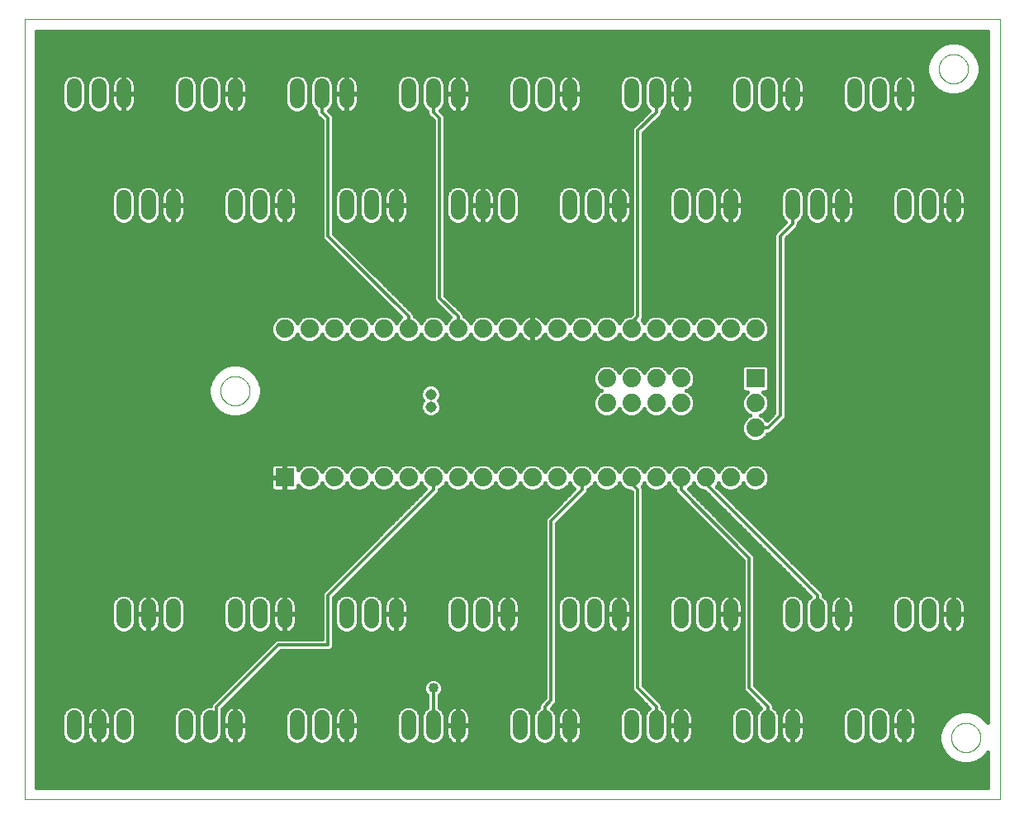
<source format=gtl>
G75*
%MOIN*%
%OFA0B0*%
%FSLAX25Y25*%
%IPPOS*%
%LPD*%
%AMOC8*
5,1,8,0,0,1.08239X$1,22.5*
%
%ADD10C,0.00000*%
%ADD11R,0.07400X0.07400*%
%ADD12C,0.07400*%
%ADD13C,0.04500*%
%ADD14C,0.05937*%
%ADD15C,0.01600*%
%ADD16C,0.01200*%
%ADD17C,0.04000*%
D10*
X0011800Y0006800D02*
X0011800Y0321761D01*
X0405501Y0321761D01*
X0405501Y0006800D01*
X0011800Y0006800D01*
X0090894Y0171800D02*
X0090896Y0171953D01*
X0090902Y0172107D01*
X0090912Y0172260D01*
X0090926Y0172412D01*
X0090944Y0172565D01*
X0090966Y0172716D01*
X0090991Y0172867D01*
X0091021Y0173018D01*
X0091055Y0173168D01*
X0091092Y0173316D01*
X0091133Y0173464D01*
X0091178Y0173610D01*
X0091227Y0173756D01*
X0091280Y0173900D01*
X0091336Y0174042D01*
X0091396Y0174183D01*
X0091460Y0174323D01*
X0091527Y0174461D01*
X0091598Y0174597D01*
X0091673Y0174731D01*
X0091750Y0174863D01*
X0091832Y0174993D01*
X0091916Y0175121D01*
X0092004Y0175247D01*
X0092095Y0175370D01*
X0092189Y0175491D01*
X0092287Y0175609D01*
X0092387Y0175725D01*
X0092491Y0175838D01*
X0092597Y0175949D01*
X0092706Y0176057D01*
X0092818Y0176162D01*
X0092932Y0176263D01*
X0093050Y0176362D01*
X0093169Y0176458D01*
X0093291Y0176551D01*
X0093416Y0176640D01*
X0093543Y0176727D01*
X0093672Y0176809D01*
X0093803Y0176889D01*
X0093936Y0176965D01*
X0094071Y0177038D01*
X0094208Y0177107D01*
X0094347Y0177172D01*
X0094487Y0177234D01*
X0094629Y0177292D01*
X0094772Y0177347D01*
X0094917Y0177398D01*
X0095063Y0177445D01*
X0095210Y0177488D01*
X0095358Y0177527D01*
X0095507Y0177563D01*
X0095657Y0177594D01*
X0095808Y0177622D01*
X0095959Y0177646D01*
X0096112Y0177666D01*
X0096264Y0177682D01*
X0096417Y0177694D01*
X0096570Y0177702D01*
X0096723Y0177706D01*
X0096877Y0177706D01*
X0097030Y0177702D01*
X0097183Y0177694D01*
X0097336Y0177682D01*
X0097488Y0177666D01*
X0097641Y0177646D01*
X0097792Y0177622D01*
X0097943Y0177594D01*
X0098093Y0177563D01*
X0098242Y0177527D01*
X0098390Y0177488D01*
X0098537Y0177445D01*
X0098683Y0177398D01*
X0098828Y0177347D01*
X0098971Y0177292D01*
X0099113Y0177234D01*
X0099253Y0177172D01*
X0099392Y0177107D01*
X0099529Y0177038D01*
X0099664Y0176965D01*
X0099797Y0176889D01*
X0099928Y0176809D01*
X0100057Y0176727D01*
X0100184Y0176640D01*
X0100309Y0176551D01*
X0100431Y0176458D01*
X0100550Y0176362D01*
X0100668Y0176263D01*
X0100782Y0176162D01*
X0100894Y0176057D01*
X0101003Y0175949D01*
X0101109Y0175838D01*
X0101213Y0175725D01*
X0101313Y0175609D01*
X0101411Y0175491D01*
X0101505Y0175370D01*
X0101596Y0175247D01*
X0101684Y0175121D01*
X0101768Y0174993D01*
X0101850Y0174863D01*
X0101927Y0174731D01*
X0102002Y0174597D01*
X0102073Y0174461D01*
X0102140Y0174323D01*
X0102204Y0174183D01*
X0102264Y0174042D01*
X0102320Y0173900D01*
X0102373Y0173756D01*
X0102422Y0173610D01*
X0102467Y0173464D01*
X0102508Y0173316D01*
X0102545Y0173168D01*
X0102579Y0173018D01*
X0102609Y0172867D01*
X0102634Y0172716D01*
X0102656Y0172565D01*
X0102674Y0172412D01*
X0102688Y0172260D01*
X0102698Y0172107D01*
X0102704Y0171953D01*
X0102706Y0171800D01*
X0102704Y0171647D01*
X0102698Y0171493D01*
X0102688Y0171340D01*
X0102674Y0171188D01*
X0102656Y0171035D01*
X0102634Y0170884D01*
X0102609Y0170733D01*
X0102579Y0170582D01*
X0102545Y0170432D01*
X0102508Y0170284D01*
X0102467Y0170136D01*
X0102422Y0169990D01*
X0102373Y0169844D01*
X0102320Y0169700D01*
X0102264Y0169558D01*
X0102204Y0169417D01*
X0102140Y0169277D01*
X0102073Y0169139D01*
X0102002Y0169003D01*
X0101927Y0168869D01*
X0101850Y0168737D01*
X0101768Y0168607D01*
X0101684Y0168479D01*
X0101596Y0168353D01*
X0101505Y0168230D01*
X0101411Y0168109D01*
X0101313Y0167991D01*
X0101213Y0167875D01*
X0101109Y0167762D01*
X0101003Y0167651D01*
X0100894Y0167543D01*
X0100782Y0167438D01*
X0100668Y0167337D01*
X0100550Y0167238D01*
X0100431Y0167142D01*
X0100309Y0167049D01*
X0100184Y0166960D01*
X0100057Y0166873D01*
X0099928Y0166791D01*
X0099797Y0166711D01*
X0099664Y0166635D01*
X0099529Y0166562D01*
X0099392Y0166493D01*
X0099253Y0166428D01*
X0099113Y0166366D01*
X0098971Y0166308D01*
X0098828Y0166253D01*
X0098683Y0166202D01*
X0098537Y0166155D01*
X0098390Y0166112D01*
X0098242Y0166073D01*
X0098093Y0166037D01*
X0097943Y0166006D01*
X0097792Y0165978D01*
X0097641Y0165954D01*
X0097488Y0165934D01*
X0097336Y0165918D01*
X0097183Y0165906D01*
X0097030Y0165898D01*
X0096877Y0165894D01*
X0096723Y0165894D01*
X0096570Y0165898D01*
X0096417Y0165906D01*
X0096264Y0165918D01*
X0096112Y0165934D01*
X0095959Y0165954D01*
X0095808Y0165978D01*
X0095657Y0166006D01*
X0095507Y0166037D01*
X0095358Y0166073D01*
X0095210Y0166112D01*
X0095063Y0166155D01*
X0094917Y0166202D01*
X0094772Y0166253D01*
X0094629Y0166308D01*
X0094487Y0166366D01*
X0094347Y0166428D01*
X0094208Y0166493D01*
X0094071Y0166562D01*
X0093936Y0166635D01*
X0093803Y0166711D01*
X0093672Y0166791D01*
X0093543Y0166873D01*
X0093416Y0166960D01*
X0093291Y0167049D01*
X0093169Y0167142D01*
X0093050Y0167238D01*
X0092932Y0167337D01*
X0092818Y0167438D01*
X0092706Y0167543D01*
X0092597Y0167651D01*
X0092491Y0167762D01*
X0092387Y0167875D01*
X0092287Y0167991D01*
X0092189Y0168109D01*
X0092095Y0168230D01*
X0092004Y0168353D01*
X0091916Y0168479D01*
X0091832Y0168607D01*
X0091750Y0168737D01*
X0091673Y0168869D01*
X0091598Y0169003D01*
X0091527Y0169139D01*
X0091460Y0169277D01*
X0091396Y0169417D01*
X0091336Y0169558D01*
X0091280Y0169700D01*
X0091227Y0169844D01*
X0091178Y0169990D01*
X0091133Y0170136D01*
X0091092Y0170284D01*
X0091055Y0170432D01*
X0091021Y0170582D01*
X0090991Y0170733D01*
X0090966Y0170884D01*
X0090944Y0171035D01*
X0090926Y0171188D01*
X0090912Y0171340D01*
X0090902Y0171493D01*
X0090896Y0171647D01*
X0090894Y0171800D01*
X0380894Y0301800D02*
X0380896Y0301953D01*
X0380902Y0302107D01*
X0380912Y0302260D01*
X0380926Y0302412D01*
X0380944Y0302565D01*
X0380966Y0302716D01*
X0380991Y0302867D01*
X0381021Y0303018D01*
X0381055Y0303168D01*
X0381092Y0303316D01*
X0381133Y0303464D01*
X0381178Y0303610D01*
X0381227Y0303756D01*
X0381280Y0303900D01*
X0381336Y0304042D01*
X0381396Y0304183D01*
X0381460Y0304323D01*
X0381527Y0304461D01*
X0381598Y0304597D01*
X0381673Y0304731D01*
X0381750Y0304863D01*
X0381832Y0304993D01*
X0381916Y0305121D01*
X0382004Y0305247D01*
X0382095Y0305370D01*
X0382189Y0305491D01*
X0382287Y0305609D01*
X0382387Y0305725D01*
X0382491Y0305838D01*
X0382597Y0305949D01*
X0382706Y0306057D01*
X0382818Y0306162D01*
X0382932Y0306263D01*
X0383050Y0306362D01*
X0383169Y0306458D01*
X0383291Y0306551D01*
X0383416Y0306640D01*
X0383543Y0306727D01*
X0383672Y0306809D01*
X0383803Y0306889D01*
X0383936Y0306965D01*
X0384071Y0307038D01*
X0384208Y0307107D01*
X0384347Y0307172D01*
X0384487Y0307234D01*
X0384629Y0307292D01*
X0384772Y0307347D01*
X0384917Y0307398D01*
X0385063Y0307445D01*
X0385210Y0307488D01*
X0385358Y0307527D01*
X0385507Y0307563D01*
X0385657Y0307594D01*
X0385808Y0307622D01*
X0385959Y0307646D01*
X0386112Y0307666D01*
X0386264Y0307682D01*
X0386417Y0307694D01*
X0386570Y0307702D01*
X0386723Y0307706D01*
X0386877Y0307706D01*
X0387030Y0307702D01*
X0387183Y0307694D01*
X0387336Y0307682D01*
X0387488Y0307666D01*
X0387641Y0307646D01*
X0387792Y0307622D01*
X0387943Y0307594D01*
X0388093Y0307563D01*
X0388242Y0307527D01*
X0388390Y0307488D01*
X0388537Y0307445D01*
X0388683Y0307398D01*
X0388828Y0307347D01*
X0388971Y0307292D01*
X0389113Y0307234D01*
X0389253Y0307172D01*
X0389392Y0307107D01*
X0389529Y0307038D01*
X0389664Y0306965D01*
X0389797Y0306889D01*
X0389928Y0306809D01*
X0390057Y0306727D01*
X0390184Y0306640D01*
X0390309Y0306551D01*
X0390431Y0306458D01*
X0390550Y0306362D01*
X0390668Y0306263D01*
X0390782Y0306162D01*
X0390894Y0306057D01*
X0391003Y0305949D01*
X0391109Y0305838D01*
X0391213Y0305725D01*
X0391313Y0305609D01*
X0391411Y0305491D01*
X0391505Y0305370D01*
X0391596Y0305247D01*
X0391684Y0305121D01*
X0391768Y0304993D01*
X0391850Y0304863D01*
X0391927Y0304731D01*
X0392002Y0304597D01*
X0392073Y0304461D01*
X0392140Y0304323D01*
X0392204Y0304183D01*
X0392264Y0304042D01*
X0392320Y0303900D01*
X0392373Y0303756D01*
X0392422Y0303610D01*
X0392467Y0303464D01*
X0392508Y0303316D01*
X0392545Y0303168D01*
X0392579Y0303018D01*
X0392609Y0302867D01*
X0392634Y0302716D01*
X0392656Y0302565D01*
X0392674Y0302412D01*
X0392688Y0302260D01*
X0392698Y0302107D01*
X0392704Y0301953D01*
X0392706Y0301800D01*
X0392704Y0301647D01*
X0392698Y0301493D01*
X0392688Y0301340D01*
X0392674Y0301188D01*
X0392656Y0301035D01*
X0392634Y0300884D01*
X0392609Y0300733D01*
X0392579Y0300582D01*
X0392545Y0300432D01*
X0392508Y0300284D01*
X0392467Y0300136D01*
X0392422Y0299990D01*
X0392373Y0299844D01*
X0392320Y0299700D01*
X0392264Y0299558D01*
X0392204Y0299417D01*
X0392140Y0299277D01*
X0392073Y0299139D01*
X0392002Y0299003D01*
X0391927Y0298869D01*
X0391850Y0298737D01*
X0391768Y0298607D01*
X0391684Y0298479D01*
X0391596Y0298353D01*
X0391505Y0298230D01*
X0391411Y0298109D01*
X0391313Y0297991D01*
X0391213Y0297875D01*
X0391109Y0297762D01*
X0391003Y0297651D01*
X0390894Y0297543D01*
X0390782Y0297438D01*
X0390668Y0297337D01*
X0390550Y0297238D01*
X0390431Y0297142D01*
X0390309Y0297049D01*
X0390184Y0296960D01*
X0390057Y0296873D01*
X0389928Y0296791D01*
X0389797Y0296711D01*
X0389664Y0296635D01*
X0389529Y0296562D01*
X0389392Y0296493D01*
X0389253Y0296428D01*
X0389113Y0296366D01*
X0388971Y0296308D01*
X0388828Y0296253D01*
X0388683Y0296202D01*
X0388537Y0296155D01*
X0388390Y0296112D01*
X0388242Y0296073D01*
X0388093Y0296037D01*
X0387943Y0296006D01*
X0387792Y0295978D01*
X0387641Y0295954D01*
X0387488Y0295934D01*
X0387336Y0295918D01*
X0387183Y0295906D01*
X0387030Y0295898D01*
X0386877Y0295894D01*
X0386723Y0295894D01*
X0386570Y0295898D01*
X0386417Y0295906D01*
X0386264Y0295918D01*
X0386112Y0295934D01*
X0385959Y0295954D01*
X0385808Y0295978D01*
X0385657Y0296006D01*
X0385507Y0296037D01*
X0385358Y0296073D01*
X0385210Y0296112D01*
X0385063Y0296155D01*
X0384917Y0296202D01*
X0384772Y0296253D01*
X0384629Y0296308D01*
X0384487Y0296366D01*
X0384347Y0296428D01*
X0384208Y0296493D01*
X0384071Y0296562D01*
X0383936Y0296635D01*
X0383803Y0296711D01*
X0383672Y0296791D01*
X0383543Y0296873D01*
X0383416Y0296960D01*
X0383291Y0297049D01*
X0383169Y0297142D01*
X0383050Y0297238D01*
X0382932Y0297337D01*
X0382818Y0297438D01*
X0382706Y0297543D01*
X0382597Y0297651D01*
X0382491Y0297762D01*
X0382387Y0297875D01*
X0382287Y0297991D01*
X0382189Y0298109D01*
X0382095Y0298230D01*
X0382004Y0298353D01*
X0381916Y0298479D01*
X0381832Y0298607D01*
X0381750Y0298737D01*
X0381673Y0298869D01*
X0381598Y0299003D01*
X0381527Y0299139D01*
X0381460Y0299277D01*
X0381396Y0299417D01*
X0381336Y0299558D01*
X0381280Y0299700D01*
X0381227Y0299844D01*
X0381178Y0299990D01*
X0381133Y0300136D01*
X0381092Y0300284D01*
X0381055Y0300432D01*
X0381021Y0300582D01*
X0380991Y0300733D01*
X0380966Y0300884D01*
X0380944Y0301035D01*
X0380926Y0301188D01*
X0380912Y0301340D01*
X0380902Y0301493D01*
X0380896Y0301647D01*
X0380894Y0301800D01*
X0385894Y0031800D02*
X0385896Y0031953D01*
X0385902Y0032107D01*
X0385912Y0032260D01*
X0385926Y0032412D01*
X0385944Y0032565D01*
X0385966Y0032716D01*
X0385991Y0032867D01*
X0386021Y0033018D01*
X0386055Y0033168D01*
X0386092Y0033316D01*
X0386133Y0033464D01*
X0386178Y0033610D01*
X0386227Y0033756D01*
X0386280Y0033900D01*
X0386336Y0034042D01*
X0386396Y0034183D01*
X0386460Y0034323D01*
X0386527Y0034461D01*
X0386598Y0034597D01*
X0386673Y0034731D01*
X0386750Y0034863D01*
X0386832Y0034993D01*
X0386916Y0035121D01*
X0387004Y0035247D01*
X0387095Y0035370D01*
X0387189Y0035491D01*
X0387287Y0035609D01*
X0387387Y0035725D01*
X0387491Y0035838D01*
X0387597Y0035949D01*
X0387706Y0036057D01*
X0387818Y0036162D01*
X0387932Y0036263D01*
X0388050Y0036362D01*
X0388169Y0036458D01*
X0388291Y0036551D01*
X0388416Y0036640D01*
X0388543Y0036727D01*
X0388672Y0036809D01*
X0388803Y0036889D01*
X0388936Y0036965D01*
X0389071Y0037038D01*
X0389208Y0037107D01*
X0389347Y0037172D01*
X0389487Y0037234D01*
X0389629Y0037292D01*
X0389772Y0037347D01*
X0389917Y0037398D01*
X0390063Y0037445D01*
X0390210Y0037488D01*
X0390358Y0037527D01*
X0390507Y0037563D01*
X0390657Y0037594D01*
X0390808Y0037622D01*
X0390959Y0037646D01*
X0391112Y0037666D01*
X0391264Y0037682D01*
X0391417Y0037694D01*
X0391570Y0037702D01*
X0391723Y0037706D01*
X0391877Y0037706D01*
X0392030Y0037702D01*
X0392183Y0037694D01*
X0392336Y0037682D01*
X0392488Y0037666D01*
X0392641Y0037646D01*
X0392792Y0037622D01*
X0392943Y0037594D01*
X0393093Y0037563D01*
X0393242Y0037527D01*
X0393390Y0037488D01*
X0393537Y0037445D01*
X0393683Y0037398D01*
X0393828Y0037347D01*
X0393971Y0037292D01*
X0394113Y0037234D01*
X0394253Y0037172D01*
X0394392Y0037107D01*
X0394529Y0037038D01*
X0394664Y0036965D01*
X0394797Y0036889D01*
X0394928Y0036809D01*
X0395057Y0036727D01*
X0395184Y0036640D01*
X0395309Y0036551D01*
X0395431Y0036458D01*
X0395550Y0036362D01*
X0395668Y0036263D01*
X0395782Y0036162D01*
X0395894Y0036057D01*
X0396003Y0035949D01*
X0396109Y0035838D01*
X0396213Y0035725D01*
X0396313Y0035609D01*
X0396411Y0035491D01*
X0396505Y0035370D01*
X0396596Y0035247D01*
X0396684Y0035121D01*
X0396768Y0034993D01*
X0396850Y0034863D01*
X0396927Y0034731D01*
X0397002Y0034597D01*
X0397073Y0034461D01*
X0397140Y0034323D01*
X0397204Y0034183D01*
X0397264Y0034042D01*
X0397320Y0033900D01*
X0397373Y0033756D01*
X0397422Y0033610D01*
X0397467Y0033464D01*
X0397508Y0033316D01*
X0397545Y0033168D01*
X0397579Y0033018D01*
X0397609Y0032867D01*
X0397634Y0032716D01*
X0397656Y0032565D01*
X0397674Y0032412D01*
X0397688Y0032260D01*
X0397698Y0032107D01*
X0397704Y0031953D01*
X0397706Y0031800D01*
X0397704Y0031647D01*
X0397698Y0031493D01*
X0397688Y0031340D01*
X0397674Y0031188D01*
X0397656Y0031035D01*
X0397634Y0030884D01*
X0397609Y0030733D01*
X0397579Y0030582D01*
X0397545Y0030432D01*
X0397508Y0030284D01*
X0397467Y0030136D01*
X0397422Y0029990D01*
X0397373Y0029844D01*
X0397320Y0029700D01*
X0397264Y0029558D01*
X0397204Y0029417D01*
X0397140Y0029277D01*
X0397073Y0029139D01*
X0397002Y0029003D01*
X0396927Y0028869D01*
X0396850Y0028737D01*
X0396768Y0028607D01*
X0396684Y0028479D01*
X0396596Y0028353D01*
X0396505Y0028230D01*
X0396411Y0028109D01*
X0396313Y0027991D01*
X0396213Y0027875D01*
X0396109Y0027762D01*
X0396003Y0027651D01*
X0395894Y0027543D01*
X0395782Y0027438D01*
X0395668Y0027337D01*
X0395550Y0027238D01*
X0395431Y0027142D01*
X0395309Y0027049D01*
X0395184Y0026960D01*
X0395057Y0026873D01*
X0394928Y0026791D01*
X0394797Y0026711D01*
X0394664Y0026635D01*
X0394529Y0026562D01*
X0394392Y0026493D01*
X0394253Y0026428D01*
X0394113Y0026366D01*
X0393971Y0026308D01*
X0393828Y0026253D01*
X0393683Y0026202D01*
X0393537Y0026155D01*
X0393390Y0026112D01*
X0393242Y0026073D01*
X0393093Y0026037D01*
X0392943Y0026006D01*
X0392792Y0025978D01*
X0392641Y0025954D01*
X0392488Y0025934D01*
X0392336Y0025918D01*
X0392183Y0025906D01*
X0392030Y0025898D01*
X0391877Y0025894D01*
X0391723Y0025894D01*
X0391570Y0025898D01*
X0391417Y0025906D01*
X0391264Y0025918D01*
X0391112Y0025934D01*
X0390959Y0025954D01*
X0390808Y0025978D01*
X0390657Y0026006D01*
X0390507Y0026037D01*
X0390358Y0026073D01*
X0390210Y0026112D01*
X0390063Y0026155D01*
X0389917Y0026202D01*
X0389772Y0026253D01*
X0389629Y0026308D01*
X0389487Y0026366D01*
X0389347Y0026428D01*
X0389208Y0026493D01*
X0389071Y0026562D01*
X0388936Y0026635D01*
X0388803Y0026711D01*
X0388672Y0026791D01*
X0388543Y0026873D01*
X0388416Y0026960D01*
X0388291Y0027049D01*
X0388169Y0027142D01*
X0388050Y0027238D01*
X0387932Y0027337D01*
X0387818Y0027438D01*
X0387706Y0027543D01*
X0387597Y0027651D01*
X0387491Y0027762D01*
X0387387Y0027875D01*
X0387287Y0027991D01*
X0387189Y0028109D01*
X0387095Y0028230D01*
X0387004Y0028353D01*
X0386916Y0028479D01*
X0386832Y0028607D01*
X0386750Y0028737D01*
X0386673Y0028869D01*
X0386598Y0029003D01*
X0386527Y0029139D01*
X0386460Y0029277D01*
X0386396Y0029417D01*
X0386336Y0029558D01*
X0386280Y0029700D01*
X0386227Y0029844D01*
X0386178Y0029990D01*
X0386133Y0030136D01*
X0386092Y0030284D01*
X0386055Y0030432D01*
X0386021Y0030582D01*
X0385991Y0030733D01*
X0385966Y0030884D01*
X0385944Y0031035D01*
X0385926Y0031188D01*
X0385912Y0031340D01*
X0385902Y0031493D01*
X0385896Y0031647D01*
X0385894Y0031800D01*
D11*
X0306800Y0176800D03*
X0116800Y0136800D03*
D12*
X0126800Y0136800D03*
X0136800Y0136800D03*
X0146800Y0136800D03*
X0156800Y0136800D03*
X0166800Y0136800D03*
X0176800Y0136800D03*
X0186800Y0136800D03*
X0196800Y0136800D03*
X0206800Y0136800D03*
X0216800Y0136800D03*
X0226800Y0136800D03*
X0236800Y0136800D03*
X0246800Y0136800D03*
X0256800Y0136800D03*
X0266800Y0136800D03*
X0276800Y0136800D03*
X0286800Y0136800D03*
X0296800Y0136800D03*
X0306800Y0136800D03*
X0306800Y0156800D03*
X0306800Y0166800D03*
X0276800Y0166800D03*
X0276800Y0176800D03*
X0266800Y0176800D03*
X0256800Y0176800D03*
X0246800Y0176800D03*
X0246800Y0166800D03*
X0256800Y0166800D03*
X0266800Y0166800D03*
X0266800Y0196800D03*
X0256800Y0196800D03*
X0246800Y0196800D03*
X0236800Y0196800D03*
X0226800Y0196800D03*
X0216800Y0196800D03*
X0206800Y0196800D03*
X0196800Y0196800D03*
X0186800Y0196800D03*
X0176800Y0196800D03*
X0166800Y0196800D03*
X0156800Y0196800D03*
X0146800Y0196800D03*
X0136800Y0196800D03*
X0126800Y0196800D03*
X0116800Y0196800D03*
X0276800Y0196800D03*
X0286800Y0196800D03*
X0296800Y0196800D03*
X0306800Y0196800D03*
D13*
X0175800Y0170400D03*
X0175800Y0165200D03*
D14*
X0186800Y0084769D02*
X0186800Y0078831D01*
X0196800Y0078831D02*
X0196800Y0084769D01*
X0206800Y0084769D02*
X0206800Y0078831D01*
X0231800Y0078831D02*
X0231800Y0084769D01*
X0241800Y0084769D02*
X0241800Y0078831D01*
X0251800Y0078831D02*
X0251800Y0084769D01*
X0276800Y0084769D02*
X0276800Y0078831D01*
X0286800Y0078831D02*
X0286800Y0084769D01*
X0296800Y0084769D02*
X0296800Y0078831D01*
X0321800Y0078831D02*
X0321800Y0084769D01*
X0331800Y0084769D02*
X0331800Y0078831D01*
X0341800Y0078831D02*
X0341800Y0084769D01*
X0366800Y0084769D02*
X0366800Y0078831D01*
X0376800Y0078831D02*
X0376800Y0084769D01*
X0386800Y0084769D02*
X0386800Y0078831D01*
X0366800Y0039769D02*
X0366800Y0033831D01*
X0356800Y0033831D02*
X0356800Y0039769D01*
X0346800Y0039769D02*
X0346800Y0033831D01*
X0321800Y0033831D02*
X0321800Y0039769D01*
X0311800Y0039769D02*
X0311800Y0033831D01*
X0301800Y0033831D02*
X0301800Y0039769D01*
X0276800Y0039769D02*
X0276800Y0033831D01*
X0266800Y0033831D02*
X0266800Y0039769D01*
X0256800Y0039769D02*
X0256800Y0033831D01*
X0231800Y0033831D02*
X0231800Y0039769D01*
X0221800Y0039769D02*
X0221800Y0033831D01*
X0211800Y0033831D02*
X0211800Y0039769D01*
X0186800Y0039769D02*
X0186800Y0033831D01*
X0176800Y0033831D02*
X0176800Y0039769D01*
X0166800Y0039769D02*
X0166800Y0033831D01*
X0141800Y0033831D02*
X0141800Y0039769D01*
X0131800Y0039769D02*
X0131800Y0033831D01*
X0121800Y0033831D02*
X0121800Y0039769D01*
X0096800Y0039769D02*
X0096800Y0033831D01*
X0086800Y0033831D02*
X0086800Y0039769D01*
X0076800Y0039769D02*
X0076800Y0033831D01*
X0051800Y0033831D02*
X0051800Y0039769D01*
X0041800Y0039769D02*
X0041800Y0033831D01*
X0031800Y0033831D02*
X0031800Y0039769D01*
X0051800Y0078831D02*
X0051800Y0084769D01*
X0061800Y0084769D02*
X0061800Y0078831D01*
X0071800Y0078831D02*
X0071800Y0084769D01*
X0096800Y0084769D02*
X0096800Y0078831D01*
X0106800Y0078831D02*
X0106800Y0084769D01*
X0116800Y0084769D02*
X0116800Y0078831D01*
X0141800Y0078831D02*
X0141800Y0084769D01*
X0151800Y0084769D02*
X0151800Y0078831D01*
X0161800Y0078831D02*
X0161800Y0084769D01*
X0161800Y0243831D02*
X0161800Y0249769D01*
X0151800Y0249769D02*
X0151800Y0243831D01*
X0141800Y0243831D02*
X0141800Y0249769D01*
X0116800Y0249769D02*
X0116800Y0243831D01*
X0106800Y0243831D02*
X0106800Y0249769D01*
X0096800Y0249769D02*
X0096800Y0243831D01*
X0071800Y0243831D02*
X0071800Y0249769D01*
X0061800Y0249769D02*
X0061800Y0243831D01*
X0051800Y0243831D02*
X0051800Y0249769D01*
X0051800Y0288831D02*
X0051800Y0294769D01*
X0041800Y0294769D02*
X0041800Y0288831D01*
X0031800Y0288831D02*
X0031800Y0294769D01*
X0076800Y0294769D02*
X0076800Y0288831D01*
X0086800Y0288831D02*
X0086800Y0294769D01*
X0096800Y0294769D02*
X0096800Y0288831D01*
X0121800Y0288831D02*
X0121800Y0294769D01*
X0131800Y0294769D02*
X0131800Y0288831D01*
X0141800Y0288831D02*
X0141800Y0294769D01*
X0166800Y0294769D02*
X0166800Y0288831D01*
X0176800Y0288831D02*
X0176800Y0294769D01*
X0186800Y0294769D02*
X0186800Y0288831D01*
X0211800Y0288831D02*
X0211800Y0294769D01*
X0221800Y0294769D02*
X0221800Y0288831D01*
X0231800Y0288831D02*
X0231800Y0294769D01*
X0256800Y0294769D02*
X0256800Y0288831D01*
X0266800Y0288831D02*
X0266800Y0294769D01*
X0276800Y0294769D02*
X0276800Y0288831D01*
X0301800Y0288831D02*
X0301800Y0294769D01*
X0311800Y0294769D02*
X0311800Y0288831D01*
X0321800Y0288831D02*
X0321800Y0294769D01*
X0346800Y0294769D02*
X0346800Y0288831D01*
X0356800Y0288831D02*
X0356800Y0294769D01*
X0366800Y0294769D02*
X0366800Y0288831D01*
X0366800Y0249769D02*
X0366800Y0243831D01*
X0376800Y0243831D02*
X0376800Y0249769D01*
X0386800Y0249769D02*
X0386800Y0243831D01*
X0341800Y0243831D02*
X0341800Y0249769D01*
X0331800Y0249769D02*
X0331800Y0243831D01*
X0321800Y0243831D02*
X0321800Y0249769D01*
X0296800Y0249769D02*
X0296800Y0243831D01*
X0286800Y0243831D02*
X0286800Y0249769D01*
X0276800Y0249769D02*
X0276800Y0243831D01*
X0251800Y0243831D02*
X0251800Y0249769D01*
X0241800Y0249769D02*
X0241800Y0243831D01*
X0231800Y0243831D02*
X0231800Y0249769D01*
X0206800Y0249769D02*
X0206800Y0243831D01*
X0196800Y0243831D02*
X0196800Y0249769D01*
X0186800Y0249769D02*
X0186800Y0243831D01*
D15*
X0191112Y0241781D02*
X0192493Y0241781D01*
X0192381Y0242001D02*
X0192722Y0241332D01*
X0193163Y0240725D01*
X0193694Y0240194D01*
X0194301Y0239753D01*
X0194970Y0239412D01*
X0195683Y0239180D01*
X0196425Y0239063D01*
X0196616Y0239063D01*
X0196616Y0246616D01*
X0196984Y0246616D01*
X0196984Y0239063D01*
X0197175Y0239063D01*
X0197917Y0239180D01*
X0198630Y0239412D01*
X0199299Y0239753D01*
X0199906Y0240194D01*
X0200437Y0240725D01*
X0200878Y0241332D01*
X0201219Y0242001D01*
X0201451Y0242715D01*
X0201568Y0243456D01*
X0201568Y0246616D01*
X0196984Y0246616D01*
X0196984Y0246984D01*
X0201568Y0246984D01*
X0201568Y0250144D01*
X0201451Y0250885D01*
X0201219Y0251599D01*
X0200878Y0252268D01*
X0200437Y0252875D01*
X0199906Y0253406D01*
X0199299Y0253847D01*
X0198630Y0254188D01*
X0197917Y0254420D01*
X0197175Y0254537D01*
X0196984Y0254537D01*
X0196984Y0246984D01*
X0196616Y0246984D01*
X0196616Y0246616D01*
X0192031Y0246616D01*
X0192031Y0243456D01*
X0192149Y0242715D01*
X0192381Y0242001D01*
X0191568Y0242883D02*
X0191568Y0250717D01*
X0190843Y0252470D01*
X0189501Y0253811D01*
X0187749Y0254537D01*
X0185851Y0254537D01*
X0184099Y0253811D01*
X0182757Y0252470D01*
X0182031Y0250717D01*
X0182031Y0242883D01*
X0182757Y0241130D01*
X0184099Y0239789D01*
X0185851Y0239063D01*
X0187749Y0239063D01*
X0189501Y0239789D01*
X0190843Y0241130D01*
X0191568Y0242883D01*
X0191568Y0243380D02*
X0192044Y0243380D01*
X0192031Y0244978D02*
X0191568Y0244978D01*
X0191568Y0246577D02*
X0192031Y0246577D01*
X0192031Y0246984D02*
X0196616Y0246984D01*
X0196616Y0254537D01*
X0196425Y0254537D01*
X0195683Y0254420D01*
X0194970Y0254188D01*
X0194301Y0253847D01*
X0193694Y0253406D01*
X0193163Y0252875D01*
X0192722Y0252268D01*
X0192381Y0251599D01*
X0192149Y0250885D01*
X0192031Y0250144D01*
X0192031Y0246984D01*
X0192031Y0248175D02*
X0191568Y0248175D01*
X0191568Y0249774D02*
X0192031Y0249774D01*
X0192307Y0251372D02*
X0191297Y0251372D01*
X0190341Y0252971D02*
X0193259Y0252971D01*
X0196616Y0252971D02*
X0196984Y0252971D01*
X0196984Y0251372D02*
X0196616Y0251372D01*
X0196616Y0249774D02*
X0196984Y0249774D01*
X0196984Y0248175D02*
X0196616Y0248175D01*
X0196616Y0246577D02*
X0196984Y0246577D01*
X0196984Y0244978D02*
X0196616Y0244978D01*
X0196616Y0243380D02*
X0196984Y0243380D01*
X0196984Y0241781D02*
X0196616Y0241781D01*
X0196616Y0240183D02*
X0196984Y0240183D01*
X0199890Y0240183D02*
X0203705Y0240183D01*
X0204099Y0239789D02*
X0202757Y0241130D01*
X0202031Y0242883D01*
X0202031Y0250717D01*
X0202757Y0252470D01*
X0204099Y0253811D01*
X0205851Y0254537D01*
X0207749Y0254537D01*
X0209501Y0253811D01*
X0210843Y0252470D01*
X0211568Y0250717D01*
X0211568Y0242883D01*
X0210843Y0241130D01*
X0209501Y0239789D01*
X0207749Y0239063D01*
X0205851Y0239063D01*
X0204099Y0239789D01*
X0202488Y0241781D02*
X0201107Y0241781D01*
X0201556Y0243380D02*
X0202031Y0243380D01*
X0202031Y0244978D02*
X0201568Y0244978D01*
X0201568Y0246577D02*
X0202031Y0246577D01*
X0202031Y0248175D02*
X0201568Y0248175D01*
X0201568Y0249774D02*
X0202031Y0249774D01*
X0202303Y0251372D02*
X0201293Y0251372D01*
X0200341Y0252971D02*
X0203259Y0252971D01*
X0210341Y0252971D02*
X0228259Y0252971D01*
X0227757Y0252470D02*
X0227031Y0250717D01*
X0227031Y0242883D01*
X0227757Y0241130D01*
X0229099Y0239789D01*
X0230851Y0239063D01*
X0232749Y0239063D01*
X0234501Y0239789D01*
X0235843Y0241130D01*
X0236568Y0242883D01*
X0236568Y0250717D01*
X0235843Y0252470D01*
X0234501Y0253811D01*
X0232749Y0254537D01*
X0230851Y0254537D01*
X0229099Y0253811D01*
X0227757Y0252470D01*
X0227303Y0251372D02*
X0211297Y0251372D01*
X0211568Y0249774D02*
X0227031Y0249774D01*
X0227031Y0248175D02*
X0211568Y0248175D01*
X0211568Y0246577D02*
X0227031Y0246577D01*
X0227031Y0244978D02*
X0211568Y0244978D01*
X0211568Y0243380D02*
X0227031Y0243380D01*
X0227488Y0241781D02*
X0211112Y0241781D01*
X0209895Y0240183D02*
X0228705Y0240183D01*
X0234895Y0240183D02*
X0238705Y0240183D01*
X0239099Y0239789D02*
X0240851Y0239063D01*
X0242749Y0239063D01*
X0244501Y0239789D01*
X0245843Y0241130D01*
X0246568Y0242883D01*
X0246568Y0250717D01*
X0245843Y0252470D01*
X0244501Y0253811D01*
X0242749Y0254537D01*
X0240851Y0254537D01*
X0239099Y0253811D01*
X0237757Y0252470D01*
X0237031Y0250717D01*
X0237031Y0242883D01*
X0237757Y0241130D01*
X0239099Y0239789D01*
X0237488Y0241781D02*
X0236112Y0241781D01*
X0236568Y0243380D02*
X0237031Y0243380D01*
X0237031Y0244978D02*
X0236568Y0244978D01*
X0236568Y0246577D02*
X0237031Y0246577D01*
X0237031Y0248175D02*
X0236568Y0248175D01*
X0236568Y0249774D02*
X0237031Y0249774D01*
X0237303Y0251372D02*
X0236297Y0251372D01*
X0235341Y0252971D02*
X0238259Y0252971D01*
X0245341Y0252971D02*
X0248259Y0252971D01*
X0248163Y0252875D02*
X0247722Y0252268D01*
X0247381Y0251599D01*
X0247149Y0250885D01*
X0247031Y0250144D01*
X0247031Y0246984D01*
X0251616Y0246984D01*
X0251616Y0246616D01*
X0251984Y0246616D01*
X0251984Y0239063D01*
X0252175Y0239063D01*
X0252917Y0239180D01*
X0253630Y0239412D01*
X0254299Y0239753D01*
X0254906Y0240194D01*
X0255437Y0240725D01*
X0255878Y0241332D01*
X0256219Y0242001D01*
X0256451Y0242715D01*
X0256568Y0243456D01*
X0256568Y0246616D01*
X0251984Y0246616D01*
X0251984Y0246984D01*
X0256568Y0246984D01*
X0256568Y0250144D01*
X0256451Y0250885D01*
X0256219Y0251599D01*
X0255878Y0252268D01*
X0255437Y0252875D01*
X0254906Y0253406D01*
X0254299Y0253847D01*
X0253630Y0254188D01*
X0252917Y0254420D01*
X0252175Y0254537D01*
X0251984Y0254537D01*
X0251984Y0246984D01*
X0251616Y0246984D01*
X0251616Y0254537D01*
X0251425Y0254537D01*
X0250683Y0254420D01*
X0249970Y0254188D01*
X0249301Y0253847D01*
X0248694Y0253406D01*
X0248163Y0252875D01*
X0247307Y0251372D02*
X0246297Y0251372D01*
X0246568Y0249774D02*
X0247031Y0249774D01*
X0247031Y0248175D02*
X0246568Y0248175D01*
X0246568Y0246577D02*
X0247031Y0246577D01*
X0247031Y0246616D02*
X0247031Y0243456D01*
X0247149Y0242715D01*
X0247381Y0242001D01*
X0247722Y0241332D01*
X0248163Y0240725D01*
X0248694Y0240194D01*
X0249301Y0239753D01*
X0249970Y0239412D01*
X0250683Y0239180D01*
X0251425Y0239063D01*
X0251616Y0239063D01*
X0251616Y0246616D01*
X0247031Y0246616D01*
X0247031Y0244978D02*
X0246568Y0244978D01*
X0246568Y0243380D02*
X0247044Y0243380D01*
X0247493Y0241781D02*
X0246112Y0241781D01*
X0244895Y0240183D02*
X0248710Y0240183D01*
X0251616Y0240183D02*
X0251984Y0240183D01*
X0251984Y0241781D02*
X0251616Y0241781D01*
X0251616Y0243380D02*
X0251984Y0243380D01*
X0251984Y0244978D02*
X0251616Y0244978D01*
X0251616Y0246577D02*
X0251984Y0246577D01*
X0251984Y0248175D02*
X0251616Y0248175D01*
X0251616Y0249774D02*
X0251984Y0249774D01*
X0251984Y0251372D02*
X0251616Y0251372D01*
X0251616Y0252971D02*
X0251984Y0252971D01*
X0255341Y0252971D02*
X0256900Y0252971D01*
X0256900Y0254569D02*
X0181700Y0254569D01*
X0181700Y0252971D02*
X0183259Y0252971D01*
X0182303Y0251372D02*
X0181700Y0251372D01*
X0181700Y0249774D02*
X0182031Y0249774D01*
X0182031Y0248175D02*
X0181700Y0248175D01*
X0181700Y0246577D02*
X0182031Y0246577D01*
X0182031Y0244978D02*
X0181700Y0244978D01*
X0181700Y0243380D02*
X0182031Y0243380D01*
X0181700Y0241781D02*
X0182488Y0241781D01*
X0181700Y0240183D02*
X0183705Y0240183D01*
X0181700Y0238584D02*
X0256900Y0238584D01*
X0256900Y0236986D02*
X0181700Y0236986D01*
X0181700Y0235387D02*
X0256900Y0235387D01*
X0256900Y0233789D02*
X0181700Y0233789D01*
X0181700Y0232190D02*
X0256900Y0232190D01*
X0256900Y0230592D02*
X0181700Y0230592D01*
X0181700Y0228993D02*
X0256900Y0228993D01*
X0256900Y0227395D02*
X0181700Y0227395D01*
X0181700Y0225796D02*
X0256900Y0225796D01*
X0256900Y0224198D02*
X0181700Y0224198D01*
X0181700Y0222599D02*
X0256900Y0222599D01*
X0256900Y0221001D02*
X0181700Y0221001D01*
X0181700Y0219402D02*
X0256900Y0219402D01*
X0256900Y0217803D02*
X0181700Y0217803D01*
X0181700Y0216205D02*
X0256900Y0216205D01*
X0256900Y0214606D02*
X0181700Y0214606D01*
X0181700Y0213008D02*
X0256900Y0213008D01*
X0256900Y0211409D02*
X0181700Y0211409D01*
X0181700Y0210294D02*
X0181700Y0282277D01*
X0181335Y0283159D01*
X0180659Y0283835D01*
X0179603Y0284891D01*
X0180843Y0286130D01*
X0181568Y0287883D01*
X0181568Y0295717D01*
X0180843Y0297470D01*
X0179501Y0298811D01*
X0177749Y0299537D01*
X0175851Y0299537D01*
X0174099Y0298811D01*
X0172757Y0297470D01*
X0172031Y0295717D01*
X0172031Y0287883D01*
X0172757Y0286130D01*
X0174099Y0284789D01*
X0174400Y0284664D01*
X0174400Y0283823D01*
X0174765Y0282941D01*
X0176900Y0280806D01*
X0176900Y0208823D01*
X0177265Y0207941D01*
X0183726Y0201480D01*
X0183684Y0201463D01*
X0182137Y0199915D01*
X0181800Y0199101D01*
X0181463Y0199915D01*
X0179915Y0201463D01*
X0177894Y0202300D01*
X0175706Y0202300D01*
X0173684Y0201463D01*
X0172137Y0199915D01*
X0171800Y0199101D01*
X0171463Y0199915D01*
X0169915Y0201463D01*
X0169200Y0201759D01*
X0169200Y0202277D01*
X0168835Y0203159D01*
X0168159Y0203835D01*
X0136700Y0235294D01*
X0136700Y0282277D01*
X0136335Y0283159D01*
X0135659Y0283835D01*
X0134603Y0284891D01*
X0135843Y0286130D01*
X0136568Y0287883D01*
X0136568Y0295717D01*
X0135843Y0297470D01*
X0134501Y0298811D01*
X0132749Y0299537D01*
X0130851Y0299537D01*
X0129099Y0298811D01*
X0127757Y0297470D01*
X0127031Y0295717D01*
X0127031Y0287883D01*
X0127757Y0286130D01*
X0129099Y0284789D01*
X0129400Y0284664D01*
X0129400Y0283823D01*
X0129765Y0282941D01*
X0131900Y0280806D01*
X0131900Y0233823D01*
X0132265Y0232941D01*
X0163726Y0201480D01*
X0163684Y0201463D01*
X0162137Y0199915D01*
X0161800Y0199101D01*
X0161463Y0199915D01*
X0159915Y0201463D01*
X0157894Y0202300D01*
X0155706Y0202300D01*
X0153684Y0201463D01*
X0152137Y0199915D01*
X0151800Y0199101D01*
X0151463Y0199915D01*
X0149915Y0201463D01*
X0147894Y0202300D01*
X0145706Y0202300D01*
X0143684Y0201463D01*
X0142137Y0199915D01*
X0141800Y0199101D01*
X0141463Y0199915D01*
X0139915Y0201463D01*
X0137894Y0202300D01*
X0135706Y0202300D01*
X0133684Y0201463D01*
X0132137Y0199915D01*
X0131800Y0199101D01*
X0131463Y0199915D01*
X0129915Y0201463D01*
X0127894Y0202300D01*
X0125706Y0202300D01*
X0123684Y0201463D01*
X0122137Y0199915D01*
X0121800Y0199101D01*
X0121463Y0199915D01*
X0119915Y0201463D01*
X0117894Y0202300D01*
X0115706Y0202300D01*
X0113684Y0201463D01*
X0112137Y0199915D01*
X0111300Y0197894D01*
X0111300Y0195706D01*
X0112137Y0193684D01*
X0113684Y0192137D01*
X0115706Y0191300D01*
X0117894Y0191300D01*
X0119915Y0192137D01*
X0121463Y0193684D01*
X0121800Y0194499D01*
X0122137Y0193684D01*
X0123684Y0192137D01*
X0125706Y0191300D01*
X0127894Y0191300D01*
X0129915Y0192137D01*
X0131463Y0193684D01*
X0131800Y0194499D01*
X0132137Y0193684D01*
X0133684Y0192137D01*
X0135706Y0191300D01*
X0137894Y0191300D01*
X0139915Y0192137D01*
X0141463Y0193684D01*
X0141800Y0194499D01*
X0142137Y0193684D01*
X0143684Y0192137D01*
X0145706Y0191300D01*
X0147894Y0191300D01*
X0149915Y0192137D01*
X0151463Y0193684D01*
X0151800Y0194499D01*
X0152137Y0193684D01*
X0153684Y0192137D01*
X0155706Y0191300D01*
X0157894Y0191300D01*
X0159915Y0192137D01*
X0161463Y0193684D01*
X0161800Y0194499D01*
X0162137Y0193684D01*
X0163684Y0192137D01*
X0165706Y0191300D01*
X0167894Y0191300D01*
X0169915Y0192137D01*
X0171463Y0193684D01*
X0171800Y0194499D01*
X0172137Y0193684D01*
X0173684Y0192137D01*
X0175706Y0191300D01*
X0177894Y0191300D01*
X0179915Y0192137D01*
X0181463Y0193684D01*
X0181800Y0194499D01*
X0182137Y0193684D01*
X0183684Y0192137D01*
X0185706Y0191300D01*
X0187894Y0191300D01*
X0189915Y0192137D01*
X0191463Y0193684D01*
X0191800Y0194499D01*
X0192137Y0193684D01*
X0193684Y0192137D01*
X0195706Y0191300D01*
X0197894Y0191300D01*
X0199915Y0192137D01*
X0201463Y0193684D01*
X0201800Y0194499D01*
X0202137Y0193684D01*
X0203684Y0192137D01*
X0205706Y0191300D01*
X0207894Y0191300D01*
X0209915Y0192137D01*
X0211463Y0193684D01*
X0211800Y0194499D01*
X0212096Y0193917D01*
X0212605Y0193217D01*
X0213217Y0192605D01*
X0213917Y0192096D01*
X0214689Y0191703D01*
X0215512Y0191435D01*
X0216367Y0191300D01*
X0216600Y0191300D01*
X0216600Y0196600D01*
X0217000Y0196600D01*
X0217000Y0191300D01*
X0217233Y0191300D01*
X0218088Y0191435D01*
X0218911Y0191703D01*
X0219683Y0192096D01*
X0220383Y0192605D01*
X0220995Y0193217D01*
X0221504Y0193917D01*
X0221800Y0194499D01*
X0222137Y0193684D01*
X0223684Y0192137D01*
X0225706Y0191300D01*
X0227894Y0191300D01*
X0229915Y0192137D01*
X0231463Y0193684D01*
X0231800Y0194499D01*
X0232137Y0193684D01*
X0233684Y0192137D01*
X0235706Y0191300D01*
X0237894Y0191300D01*
X0239915Y0192137D01*
X0241463Y0193684D01*
X0241800Y0194499D01*
X0242137Y0193684D01*
X0243684Y0192137D01*
X0245706Y0191300D01*
X0247894Y0191300D01*
X0249915Y0192137D01*
X0251463Y0193684D01*
X0251800Y0194499D01*
X0252137Y0193684D01*
X0253684Y0192137D01*
X0255706Y0191300D01*
X0257894Y0191300D01*
X0259915Y0192137D01*
X0261463Y0193684D01*
X0261800Y0194499D01*
X0262137Y0193684D01*
X0263684Y0192137D01*
X0265706Y0191300D01*
X0267894Y0191300D01*
X0269915Y0192137D01*
X0271463Y0193684D01*
X0271800Y0194499D01*
X0272137Y0193684D01*
X0273684Y0192137D01*
X0275706Y0191300D01*
X0277894Y0191300D01*
X0279915Y0192137D01*
X0281463Y0193684D01*
X0281800Y0194499D01*
X0282137Y0193684D01*
X0283684Y0192137D01*
X0285706Y0191300D01*
X0287894Y0191300D01*
X0289915Y0192137D01*
X0291463Y0193684D01*
X0291800Y0194499D01*
X0292137Y0193684D01*
X0293684Y0192137D01*
X0295706Y0191300D01*
X0297894Y0191300D01*
X0299915Y0192137D01*
X0301463Y0193684D01*
X0301800Y0194499D01*
X0302137Y0193684D01*
X0303684Y0192137D01*
X0305706Y0191300D01*
X0307894Y0191300D01*
X0309915Y0192137D01*
X0311463Y0193684D01*
X0312300Y0195706D01*
X0312300Y0197894D01*
X0311463Y0199915D01*
X0309915Y0201463D01*
X0307894Y0202300D01*
X0305706Y0202300D01*
X0303684Y0201463D01*
X0302137Y0199915D01*
X0301800Y0199101D01*
X0301463Y0199915D01*
X0299915Y0201463D01*
X0297894Y0202300D01*
X0295706Y0202300D01*
X0293684Y0201463D01*
X0292137Y0199915D01*
X0291800Y0199101D01*
X0291463Y0199915D01*
X0289915Y0201463D01*
X0287894Y0202300D01*
X0285706Y0202300D01*
X0283684Y0201463D01*
X0282137Y0199915D01*
X0281800Y0199101D01*
X0281463Y0199915D01*
X0279915Y0201463D01*
X0277894Y0202300D01*
X0275706Y0202300D01*
X0273684Y0201463D01*
X0272137Y0199915D01*
X0271800Y0199101D01*
X0271463Y0199915D01*
X0269915Y0201463D01*
X0267894Y0202300D01*
X0265706Y0202300D01*
X0263684Y0201463D01*
X0262137Y0199915D01*
X0261800Y0199101D01*
X0261463Y0199915D01*
X0261136Y0200242D01*
X0261335Y0200441D01*
X0261700Y0201323D01*
X0261700Y0275806D01*
X0268835Y0282941D01*
X0269200Y0283823D01*
X0269200Y0284664D01*
X0269501Y0284789D01*
X0270843Y0286130D01*
X0271568Y0287883D01*
X0271568Y0295717D01*
X0270843Y0297470D01*
X0269501Y0298811D01*
X0267749Y0299537D01*
X0265851Y0299537D01*
X0264099Y0298811D01*
X0262757Y0297470D01*
X0262031Y0295717D01*
X0262031Y0287883D01*
X0262757Y0286130D01*
X0263997Y0284891D01*
X0257941Y0278835D01*
X0257265Y0278159D01*
X0256900Y0277277D01*
X0256900Y0202794D01*
X0256406Y0202300D01*
X0255706Y0202300D01*
X0253684Y0201463D01*
X0252137Y0199915D01*
X0251800Y0199101D01*
X0251463Y0199915D01*
X0249915Y0201463D01*
X0247894Y0202300D01*
X0245706Y0202300D01*
X0243684Y0201463D01*
X0242137Y0199915D01*
X0241800Y0199101D01*
X0241463Y0199915D01*
X0239915Y0201463D01*
X0237894Y0202300D01*
X0235706Y0202300D01*
X0233684Y0201463D01*
X0232137Y0199915D01*
X0231800Y0199101D01*
X0231463Y0199915D01*
X0229915Y0201463D01*
X0227894Y0202300D01*
X0225706Y0202300D01*
X0223684Y0201463D01*
X0222137Y0199915D01*
X0221800Y0199101D01*
X0221504Y0199683D01*
X0220995Y0200383D01*
X0220383Y0200995D01*
X0219683Y0201504D01*
X0218911Y0201897D01*
X0218088Y0202165D01*
X0217233Y0202300D01*
X0217000Y0202300D01*
X0217000Y0197000D01*
X0216600Y0197000D01*
X0216600Y0202300D01*
X0216367Y0202300D01*
X0215512Y0202165D01*
X0214689Y0201897D01*
X0213917Y0201504D01*
X0213217Y0200995D01*
X0212605Y0200383D01*
X0212096Y0199683D01*
X0211800Y0199101D01*
X0211463Y0199915D01*
X0209915Y0201463D01*
X0207894Y0202300D01*
X0205706Y0202300D01*
X0203684Y0201463D01*
X0202137Y0199915D01*
X0201800Y0199101D01*
X0201463Y0199915D01*
X0199915Y0201463D01*
X0197894Y0202300D01*
X0195706Y0202300D01*
X0193684Y0201463D01*
X0192137Y0199915D01*
X0191800Y0199101D01*
X0191463Y0199915D01*
X0189915Y0201463D01*
X0189200Y0201759D01*
X0189200Y0202277D01*
X0188835Y0203159D01*
X0188159Y0203835D01*
X0181700Y0210294D01*
X0182183Y0209811D02*
X0256900Y0209811D01*
X0256900Y0208212D02*
X0183782Y0208212D01*
X0185380Y0206614D02*
X0256900Y0206614D01*
X0256900Y0205015D02*
X0186979Y0205015D01*
X0188577Y0203417D02*
X0256900Y0203417D01*
X0254543Y0201818D02*
X0249057Y0201818D01*
X0251158Y0200220D02*
X0252442Y0200220D01*
X0252079Y0193826D02*
X0251521Y0193826D01*
X0250005Y0192227D02*
X0253595Y0192227D01*
X0260005Y0192227D02*
X0263595Y0192227D01*
X0262079Y0193826D02*
X0261521Y0193826D01*
X0261158Y0200220D02*
X0262442Y0200220D01*
X0261700Y0201818D02*
X0264543Y0201818D01*
X0261700Y0203417D02*
X0314400Y0203417D01*
X0314400Y0205015D02*
X0261700Y0205015D01*
X0261700Y0206614D02*
X0314400Y0206614D01*
X0314400Y0208212D02*
X0261700Y0208212D01*
X0261700Y0209811D02*
X0314400Y0209811D01*
X0314400Y0211409D02*
X0261700Y0211409D01*
X0261700Y0213008D02*
X0314400Y0213008D01*
X0314400Y0214606D02*
X0261700Y0214606D01*
X0261700Y0216205D02*
X0314400Y0216205D01*
X0314400Y0217803D02*
X0261700Y0217803D01*
X0261700Y0219402D02*
X0314400Y0219402D01*
X0314400Y0221001D02*
X0261700Y0221001D01*
X0261700Y0222599D02*
X0314400Y0222599D01*
X0314400Y0224198D02*
X0261700Y0224198D01*
X0261700Y0225796D02*
X0314400Y0225796D01*
X0314400Y0227395D02*
X0261700Y0227395D01*
X0261700Y0228993D02*
X0314400Y0228993D01*
X0314400Y0230592D02*
X0261700Y0230592D01*
X0261700Y0232190D02*
X0314400Y0232190D01*
X0314400Y0233789D02*
X0261700Y0233789D01*
X0261700Y0235387D02*
X0314653Y0235387D01*
X0314765Y0235659D02*
X0314400Y0234777D01*
X0314400Y0162794D01*
X0311480Y0159874D01*
X0311463Y0159915D01*
X0309915Y0161463D01*
X0309101Y0161800D01*
X0309915Y0162137D01*
X0311463Y0163684D01*
X0312300Y0165706D01*
X0312300Y0167894D01*
X0311463Y0169915D01*
X0310078Y0171300D01*
X0311246Y0171300D01*
X0312300Y0172354D01*
X0312300Y0181246D01*
X0311246Y0182300D01*
X0302354Y0182300D01*
X0301300Y0181246D01*
X0301300Y0172354D01*
X0302354Y0171300D01*
X0303522Y0171300D01*
X0302137Y0169915D01*
X0301300Y0167894D01*
X0301300Y0165706D01*
X0302137Y0163684D01*
X0303684Y0162137D01*
X0304499Y0161800D01*
X0303684Y0161463D01*
X0302137Y0159915D01*
X0301300Y0157894D01*
X0301300Y0155706D01*
X0302137Y0153684D01*
X0303684Y0152137D01*
X0305706Y0151300D01*
X0307894Y0151300D01*
X0309915Y0152137D01*
X0311463Y0153684D01*
X0311759Y0154400D01*
X0312277Y0154400D01*
X0313159Y0154765D01*
X0313835Y0155441D01*
X0318835Y0160441D01*
X0319200Y0161323D01*
X0319200Y0233306D01*
X0323835Y0237941D01*
X0324200Y0238823D01*
X0324200Y0239664D01*
X0324501Y0239789D01*
X0325843Y0241130D01*
X0326568Y0242883D01*
X0326568Y0250717D01*
X0325843Y0252470D01*
X0324501Y0253811D01*
X0322749Y0254537D01*
X0320851Y0254537D01*
X0319099Y0253811D01*
X0317757Y0252470D01*
X0317031Y0250717D01*
X0317031Y0242883D01*
X0317757Y0241130D01*
X0318997Y0239891D01*
X0315441Y0236335D01*
X0314765Y0235659D01*
X0316092Y0236986D02*
X0261700Y0236986D01*
X0261700Y0238584D02*
X0317690Y0238584D01*
X0318705Y0240183D02*
X0299890Y0240183D01*
X0299906Y0240194D02*
X0300437Y0240725D01*
X0300878Y0241332D01*
X0301219Y0242001D01*
X0301451Y0242715D01*
X0301568Y0243456D01*
X0301568Y0246616D01*
X0296984Y0246616D01*
X0296984Y0239063D01*
X0297175Y0239063D01*
X0297917Y0239180D01*
X0298630Y0239412D01*
X0299299Y0239753D01*
X0299906Y0240194D01*
X0301107Y0241781D02*
X0317488Y0241781D01*
X0317031Y0243380D02*
X0301556Y0243380D01*
X0301568Y0244978D02*
X0317031Y0244978D01*
X0317031Y0246577D02*
X0301568Y0246577D01*
X0301568Y0246984D02*
X0301568Y0250144D01*
X0301451Y0250885D01*
X0301219Y0251599D01*
X0300878Y0252268D01*
X0300437Y0252875D01*
X0299906Y0253406D01*
X0299299Y0253847D01*
X0298630Y0254188D01*
X0297917Y0254420D01*
X0297175Y0254537D01*
X0296984Y0254537D01*
X0296984Y0246984D01*
X0301568Y0246984D01*
X0301568Y0248175D02*
X0317031Y0248175D01*
X0317031Y0249774D02*
X0301568Y0249774D01*
X0301293Y0251372D02*
X0317303Y0251372D01*
X0318259Y0252971D02*
X0300341Y0252971D01*
X0296984Y0252971D02*
X0296616Y0252971D01*
X0296616Y0254537D02*
X0296425Y0254537D01*
X0295683Y0254420D01*
X0294970Y0254188D01*
X0294301Y0253847D01*
X0293694Y0253406D01*
X0293163Y0252875D01*
X0292722Y0252268D01*
X0292381Y0251599D01*
X0292149Y0250885D01*
X0292031Y0250144D01*
X0292031Y0246984D01*
X0296616Y0246984D01*
X0296616Y0246616D01*
X0296984Y0246616D01*
X0296984Y0246984D01*
X0296616Y0246984D01*
X0296616Y0254537D01*
X0296616Y0251372D02*
X0296984Y0251372D01*
X0296984Y0249774D02*
X0296616Y0249774D01*
X0296616Y0248175D02*
X0296984Y0248175D01*
X0296984Y0246577D02*
X0296616Y0246577D01*
X0296616Y0246616D02*
X0296616Y0239063D01*
X0296425Y0239063D01*
X0295683Y0239180D01*
X0294970Y0239412D01*
X0294301Y0239753D01*
X0293694Y0240194D01*
X0293163Y0240725D01*
X0292722Y0241332D01*
X0292381Y0242001D01*
X0292149Y0242715D01*
X0292031Y0243456D01*
X0292031Y0246616D01*
X0296616Y0246616D01*
X0296616Y0244978D02*
X0296984Y0244978D01*
X0296984Y0243380D02*
X0296616Y0243380D01*
X0296616Y0241781D02*
X0296984Y0241781D01*
X0296984Y0240183D02*
X0296616Y0240183D01*
X0293710Y0240183D02*
X0289895Y0240183D01*
X0289501Y0239789D02*
X0290843Y0241130D01*
X0291568Y0242883D01*
X0291568Y0250717D01*
X0290843Y0252470D01*
X0289501Y0253811D01*
X0287749Y0254537D01*
X0285851Y0254537D01*
X0284099Y0253811D01*
X0282757Y0252470D01*
X0282031Y0250717D01*
X0282031Y0242883D01*
X0282757Y0241130D01*
X0284099Y0239789D01*
X0285851Y0239063D01*
X0287749Y0239063D01*
X0289501Y0239789D01*
X0291112Y0241781D02*
X0292493Y0241781D01*
X0292044Y0243380D02*
X0291568Y0243380D01*
X0291568Y0244978D02*
X0292031Y0244978D01*
X0292031Y0246577D02*
X0291568Y0246577D01*
X0291568Y0248175D02*
X0292031Y0248175D01*
X0292031Y0249774D02*
X0291568Y0249774D01*
X0291297Y0251372D02*
X0292307Y0251372D01*
X0293259Y0252971D02*
X0290341Y0252971D01*
X0283259Y0252971D02*
X0280341Y0252971D01*
X0280843Y0252470D02*
X0279501Y0253811D01*
X0277749Y0254537D01*
X0275851Y0254537D01*
X0274099Y0253811D01*
X0272757Y0252470D01*
X0272031Y0250717D01*
X0272031Y0242883D01*
X0272757Y0241130D01*
X0274099Y0239789D01*
X0275851Y0239063D01*
X0277749Y0239063D01*
X0279501Y0239789D01*
X0280843Y0241130D01*
X0281568Y0242883D01*
X0281568Y0250717D01*
X0280843Y0252470D01*
X0281297Y0251372D02*
X0282303Y0251372D01*
X0282031Y0249774D02*
X0281568Y0249774D01*
X0281568Y0248175D02*
X0282031Y0248175D01*
X0282031Y0246577D02*
X0281568Y0246577D01*
X0281568Y0244978D02*
X0282031Y0244978D01*
X0282031Y0243380D02*
X0281568Y0243380D01*
X0281112Y0241781D02*
X0282488Y0241781D01*
X0283705Y0240183D02*
X0279895Y0240183D01*
X0273705Y0240183D02*
X0261700Y0240183D01*
X0261700Y0241781D02*
X0272488Y0241781D01*
X0272031Y0243380D02*
X0261700Y0243380D01*
X0261700Y0244978D02*
X0272031Y0244978D01*
X0272031Y0246577D02*
X0261700Y0246577D01*
X0261700Y0248175D02*
X0272031Y0248175D01*
X0272031Y0249774D02*
X0261700Y0249774D01*
X0261700Y0251372D02*
X0272303Y0251372D01*
X0273259Y0252971D02*
X0261700Y0252971D01*
X0261700Y0254569D02*
X0400701Y0254569D01*
X0400701Y0252971D02*
X0390341Y0252971D01*
X0390437Y0252875D02*
X0389906Y0253406D01*
X0389299Y0253847D01*
X0388630Y0254188D01*
X0387917Y0254420D01*
X0387175Y0254537D01*
X0386984Y0254537D01*
X0386984Y0246984D01*
X0391568Y0246984D01*
X0391568Y0250144D01*
X0391451Y0250885D01*
X0391219Y0251599D01*
X0390878Y0252268D01*
X0390437Y0252875D01*
X0391293Y0251372D02*
X0400701Y0251372D01*
X0400701Y0249774D02*
X0391568Y0249774D01*
X0391568Y0248175D02*
X0400701Y0248175D01*
X0400701Y0246577D02*
X0391568Y0246577D01*
X0391568Y0246616D02*
X0386984Y0246616D01*
X0386984Y0239063D01*
X0387175Y0239063D01*
X0387917Y0239180D01*
X0388630Y0239412D01*
X0389299Y0239753D01*
X0389906Y0240194D01*
X0390437Y0240725D01*
X0390878Y0241332D01*
X0391219Y0242001D01*
X0391451Y0242715D01*
X0391568Y0243456D01*
X0391568Y0246616D01*
X0391568Y0244978D02*
X0400701Y0244978D01*
X0400701Y0243380D02*
X0391556Y0243380D01*
X0391107Y0241781D02*
X0400701Y0241781D01*
X0400701Y0240183D02*
X0389890Y0240183D01*
X0386984Y0240183D02*
X0386616Y0240183D01*
X0386616Y0239063D02*
X0386616Y0246616D01*
X0386984Y0246616D01*
X0386984Y0246984D01*
X0386616Y0246984D01*
X0386616Y0246616D01*
X0382031Y0246616D01*
X0382031Y0243456D01*
X0382149Y0242715D01*
X0382381Y0242001D01*
X0382722Y0241332D01*
X0383163Y0240725D01*
X0383694Y0240194D01*
X0384301Y0239753D01*
X0384970Y0239412D01*
X0385683Y0239180D01*
X0386425Y0239063D01*
X0386616Y0239063D01*
X0386616Y0241781D02*
X0386984Y0241781D01*
X0386984Y0243380D02*
X0386616Y0243380D01*
X0386616Y0244978D02*
X0386984Y0244978D01*
X0386984Y0246577D02*
X0386616Y0246577D01*
X0386616Y0246984D02*
X0382031Y0246984D01*
X0382031Y0250144D01*
X0382149Y0250885D01*
X0382381Y0251599D01*
X0382722Y0252268D01*
X0383163Y0252875D01*
X0383694Y0253406D01*
X0384301Y0253847D01*
X0384970Y0254188D01*
X0385683Y0254420D01*
X0386425Y0254537D01*
X0386616Y0254537D01*
X0386616Y0246984D01*
X0386616Y0248175D02*
X0386984Y0248175D01*
X0386984Y0249774D02*
X0386616Y0249774D01*
X0386616Y0251372D02*
X0386984Y0251372D01*
X0386984Y0252971D02*
X0386616Y0252971D01*
X0383259Y0252971D02*
X0380341Y0252971D01*
X0380843Y0252470D02*
X0379501Y0253811D01*
X0377749Y0254537D01*
X0375851Y0254537D01*
X0374099Y0253811D01*
X0372757Y0252470D01*
X0372031Y0250717D01*
X0372031Y0242883D01*
X0372757Y0241130D01*
X0374099Y0239789D01*
X0375851Y0239063D01*
X0377749Y0239063D01*
X0379501Y0239789D01*
X0380843Y0241130D01*
X0381568Y0242883D01*
X0381568Y0250717D01*
X0380843Y0252470D01*
X0381297Y0251372D02*
X0382307Y0251372D01*
X0382031Y0249774D02*
X0381568Y0249774D01*
X0381568Y0248175D02*
X0382031Y0248175D01*
X0382031Y0246577D02*
X0381568Y0246577D01*
X0381568Y0244978D02*
X0382031Y0244978D01*
X0382044Y0243380D02*
X0381568Y0243380D01*
X0381112Y0241781D02*
X0382493Y0241781D01*
X0383710Y0240183D02*
X0379895Y0240183D01*
X0373705Y0240183D02*
X0369895Y0240183D01*
X0369501Y0239789D02*
X0370843Y0241130D01*
X0371568Y0242883D01*
X0371568Y0250717D01*
X0370843Y0252470D01*
X0369501Y0253811D01*
X0367749Y0254537D01*
X0365851Y0254537D01*
X0364099Y0253811D01*
X0362757Y0252470D01*
X0362031Y0250717D01*
X0362031Y0242883D01*
X0362757Y0241130D01*
X0364099Y0239789D01*
X0365851Y0239063D01*
X0367749Y0239063D01*
X0369501Y0239789D01*
X0371112Y0241781D02*
X0372488Y0241781D01*
X0372031Y0243380D02*
X0371568Y0243380D01*
X0371568Y0244978D02*
X0372031Y0244978D01*
X0372031Y0246577D02*
X0371568Y0246577D01*
X0371568Y0248175D02*
X0372031Y0248175D01*
X0372031Y0249774D02*
X0371568Y0249774D01*
X0371297Y0251372D02*
X0372303Y0251372D01*
X0373259Y0252971D02*
X0370341Y0252971D01*
X0363259Y0252971D02*
X0345341Y0252971D01*
X0345437Y0252875D02*
X0344906Y0253406D01*
X0344299Y0253847D01*
X0343630Y0254188D01*
X0342917Y0254420D01*
X0342175Y0254537D01*
X0341984Y0254537D01*
X0341984Y0246984D01*
X0346568Y0246984D01*
X0346568Y0250144D01*
X0346451Y0250885D01*
X0346219Y0251599D01*
X0345878Y0252268D01*
X0345437Y0252875D01*
X0346293Y0251372D02*
X0362303Y0251372D01*
X0362031Y0249774D02*
X0346568Y0249774D01*
X0346568Y0248175D02*
X0362031Y0248175D01*
X0362031Y0246577D02*
X0346568Y0246577D01*
X0346568Y0246616D02*
X0341984Y0246616D01*
X0341984Y0239063D01*
X0342175Y0239063D01*
X0342917Y0239180D01*
X0343630Y0239412D01*
X0344299Y0239753D01*
X0344906Y0240194D01*
X0345437Y0240725D01*
X0345878Y0241332D01*
X0346219Y0242001D01*
X0346451Y0242715D01*
X0346568Y0243456D01*
X0346568Y0246616D01*
X0346568Y0244978D02*
X0362031Y0244978D01*
X0362031Y0243380D02*
X0346556Y0243380D01*
X0346107Y0241781D02*
X0362488Y0241781D01*
X0363705Y0240183D02*
X0344890Y0240183D01*
X0341984Y0240183D02*
X0341616Y0240183D01*
X0341616Y0239063D02*
X0341616Y0246616D01*
X0341984Y0246616D01*
X0341984Y0246984D01*
X0341616Y0246984D01*
X0341616Y0246616D01*
X0337031Y0246616D01*
X0337031Y0243456D01*
X0337149Y0242715D01*
X0337381Y0242001D01*
X0337722Y0241332D01*
X0338163Y0240725D01*
X0338694Y0240194D01*
X0339301Y0239753D01*
X0339970Y0239412D01*
X0340683Y0239180D01*
X0341425Y0239063D01*
X0341616Y0239063D01*
X0341616Y0241781D02*
X0341984Y0241781D01*
X0341984Y0243380D02*
X0341616Y0243380D01*
X0341616Y0244978D02*
X0341984Y0244978D01*
X0341984Y0246577D02*
X0341616Y0246577D01*
X0341616Y0246984D02*
X0337031Y0246984D01*
X0337031Y0250144D01*
X0337149Y0250885D01*
X0337381Y0251599D01*
X0337722Y0252268D01*
X0338163Y0252875D01*
X0338694Y0253406D01*
X0339301Y0253847D01*
X0339970Y0254188D01*
X0340683Y0254420D01*
X0341425Y0254537D01*
X0341616Y0254537D01*
X0341616Y0246984D01*
X0341616Y0248175D02*
X0341984Y0248175D01*
X0341984Y0249774D02*
X0341616Y0249774D01*
X0341616Y0251372D02*
X0341984Y0251372D01*
X0341984Y0252971D02*
X0341616Y0252971D01*
X0338259Y0252971D02*
X0335341Y0252971D01*
X0335843Y0252470D02*
X0334501Y0253811D01*
X0332749Y0254537D01*
X0330851Y0254537D01*
X0329099Y0253811D01*
X0327757Y0252470D01*
X0327031Y0250717D01*
X0327031Y0242883D01*
X0327757Y0241130D01*
X0329099Y0239789D01*
X0330851Y0239063D01*
X0332749Y0239063D01*
X0334501Y0239789D01*
X0335843Y0241130D01*
X0336568Y0242883D01*
X0336568Y0250717D01*
X0335843Y0252470D01*
X0336297Y0251372D02*
X0337307Y0251372D01*
X0337031Y0249774D02*
X0336568Y0249774D01*
X0336568Y0248175D02*
X0337031Y0248175D01*
X0337031Y0246577D02*
X0336568Y0246577D01*
X0336568Y0244978D02*
X0337031Y0244978D01*
X0337044Y0243380D02*
X0336568Y0243380D01*
X0336112Y0241781D02*
X0337493Y0241781D01*
X0338710Y0240183D02*
X0334895Y0240183D01*
X0328705Y0240183D02*
X0324895Y0240183D01*
X0324101Y0238584D02*
X0400701Y0238584D01*
X0400701Y0236986D02*
X0322880Y0236986D01*
X0321281Y0235387D02*
X0400701Y0235387D01*
X0400701Y0233789D02*
X0319683Y0233789D01*
X0319200Y0232190D02*
X0400701Y0232190D01*
X0400701Y0230592D02*
X0319200Y0230592D01*
X0319200Y0228993D02*
X0400701Y0228993D01*
X0400701Y0227395D02*
X0319200Y0227395D01*
X0319200Y0225796D02*
X0400701Y0225796D01*
X0400701Y0224198D02*
X0319200Y0224198D01*
X0319200Y0222599D02*
X0400701Y0222599D01*
X0400701Y0221001D02*
X0319200Y0221001D01*
X0319200Y0219402D02*
X0400701Y0219402D01*
X0400701Y0217803D02*
X0319200Y0217803D01*
X0319200Y0216205D02*
X0400701Y0216205D01*
X0400701Y0214606D02*
X0319200Y0214606D01*
X0319200Y0213008D02*
X0400701Y0213008D01*
X0400701Y0211409D02*
X0319200Y0211409D01*
X0319200Y0209811D02*
X0400701Y0209811D01*
X0400701Y0208212D02*
X0319200Y0208212D01*
X0319200Y0206614D02*
X0400701Y0206614D01*
X0400701Y0205015D02*
X0319200Y0205015D01*
X0319200Y0203417D02*
X0400701Y0203417D01*
X0400701Y0201818D02*
X0319200Y0201818D01*
X0319200Y0200220D02*
X0400701Y0200220D01*
X0400701Y0198621D02*
X0319200Y0198621D01*
X0319200Y0197023D02*
X0400701Y0197023D01*
X0400701Y0195424D02*
X0319200Y0195424D01*
X0319200Y0193826D02*
X0400701Y0193826D01*
X0400701Y0192227D02*
X0319200Y0192227D01*
X0319200Y0190629D02*
X0400701Y0190629D01*
X0400701Y0189030D02*
X0319200Y0189030D01*
X0319200Y0187432D02*
X0400701Y0187432D01*
X0400701Y0185833D02*
X0319200Y0185833D01*
X0319200Y0184235D02*
X0400701Y0184235D01*
X0400701Y0182636D02*
X0319200Y0182636D01*
X0319200Y0181038D02*
X0400701Y0181038D01*
X0400701Y0179439D02*
X0319200Y0179439D01*
X0319200Y0177841D02*
X0400701Y0177841D01*
X0400701Y0176242D02*
X0319200Y0176242D01*
X0319200Y0174644D02*
X0400701Y0174644D01*
X0400701Y0173045D02*
X0319200Y0173045D01*
X0319200Y0171447D02*
X0400701Y0171447D01*
X0400701Y0169848D02*
X0319200Y0169848D01*
X0319200Y0168250D02*
X0400701Y0168250D01*
X0400701Y0166651D02*
X0319200Y0166651D01*
X0319200Y0165053D02*
X0400701Y0165053D01*
X0400701Y0163454D02*
X0319200Y0163454D01*
X0319200Y0161856D02*
X0400701Y0161856D01*
X0400701Y0160257D02*
X0318651Y0160257D01*
X0317053Y0158659D02*
X0400701Y0158659D01*
X0400701Y0157060D02*
X0315454Y0157060D01*
X0313856Y0155462D02*
X0400701Y0155462D01*
X0400701Y0153863D02*
X0311537Y0153863D01*
X0310043Y0152265D02*
X0400701Y0152265D01*
X0400701Y0150666D02*
X0016600Y0150666D01*
X0016600Y0149068D02*
X0400701Y0149068D01*
X0400701Y0147469D02*
X0016600Y0147469D01*
X0016600Y0145870D02*
X0400701Y0145870D01*
X0400701Y0144272D02*
X0016600Y0144272D01*
X0016600Y0142673D02*
X0400701Y0142673D01*
X0400701Y0141075D02*
X0310303Y0141075D01*
X0309915Y0141463D02*
X0311463Y0139915D01*
X0312300Y0137894D01*
X0312300Y0135706D01*
X0311463Y0133684D01*
X0309915Y0132137D01*
X0307894Y0131300D01*
X0305706Y0131300D01*
X0303684Y0132137D01*
X0302137Y0133684D01*
X0301800Y0134499D01*
X0301463Y0133684D01*
X0299915Y0132137D01*
X0297894Y0131300D01*
X0295706Y0131300D01*
X0293684Y0132137D01*
X0292137Y0133684D01*
X0291800Y0134499D01*
X0291463Y0133684D01*
X0291136Y0133358D01*
X0333835Y0090659D01*
X0334200Y0089777D01*
X0334200Y0088936D01*
X0334501Y0088811D01*
X0335843Y0087470D01*
X0336568Y0085717D01*
X0336568Y0077883D01*
X0335843Y0076130D01*
X0334501Y0074789D01*
X0332749Y0074063D01*
X0330851Y0074063D01*
X0329099Y0074789D01*
X0327757Y0076130D01*
X0327031Y0077883D01*
X0327031Y0085717D01*
X0327757Y0087470D01*
X0328997Y0088709D01*
X0286406Y0131300D01*
X0285706Y0131300D01*
X0283684Y0132137D01*
X0282137Y0133684D01*
X0281800Y0134499D01*
X0281463Y0133684D01*
X0279915Y0132137D01*
X0279874Y0132120D01*
X0306335Y0105659D01*
X0306700Y0104777D01*
X0306700Y0052794D01*
X0313835Y0045659D01*
X0314200Y0044777D01*
X0314200Y0043936D01*
X0314501Y0043811D01*
X0315843Y0042470D01*
X0316568Y0040717D01*
X0316568Y0032883D01*
X0315843Y0031130D01*
X0314501Y0029789D01*
X0312749Y0029063D01*
X0310851Y0029063D01*
X0309099Y0029789D01*
X0307757Y0031130D01*
X0307031Y0032883D01*
X0307031Y0040717D01*
X0307757Y0042470D01*
X0308997Y0043709D01*
X0302941Y0049765D01*
X0302265Y0050441D01*
X0301900Y0051323D01*
X0301900Y0103306D01*
X0275441Y0129765D01*
X0274765Y0130441D01*
X0274400Y0131323D01*
X0274400Y0131841D01*
X0273684Y0132137D01*
X0272137Y0133684D01*
X0271800Y0134499D01*
X0271463Y0133684D01*
X0269915Y0132137D01*
X0267894Y0131300D01*
X0265706Y0131300D01*
X0263684Y0132137D01*
X0262137Y0133684D01*
X0261800Y0134499D01*
X0261463Y0133684D01*
X0261136Y0133358D01*
X0261335Y0133159D01*
X0261700Y0132277D01*
X0261700Y0052794D01*
X0268835Y0045659D01*
X0269200Y0044777D01*
X0269200Y0043936D01*
X0269501Y0043811D01*
X0270843Y0042470D01*
X0271568Y0040717D01*
X0271568Y0032883D01*
X0270843Y0031130D01*
X0269501Y0029789D01*
X0267749Y0029063D01*
X0265851Y0029063D01*
X0264099Y0029789D01*
X0262757Y0031130D01*
X0262031Y0032883D01*
X0262031Y0040717D01*
X0262757Y0042470D01*
X0263997Y0043709D01*
X0257941Y0049765D01*
X0257941Y0049765D01*
X0257265Y0050441D01*
X0256900Y0051323D01*
X0256900Y0130806D01*
X0256406Y0131300D01*
X0255706Y0131300D01*
X0253684Y0132137D01*
X0252137Y0133684D01*
X0251800Y0134499D01*
X0251463Y0133684D01*
X0249915Y0132137D01*
X0247894Y0131300D01*
X0245706Y0131300D01*
X0243684Y0132137D01*
X0242137Y0133684D01*
X0241800Y0134499D01*
X0241463Y0133684D01*
X0239915Y0132137D01*
X0239200Y0131841D01*
X0239200Y0131323D01*
X0238835Y0130441D01*
X0226700Y0118306D01*
X0226700Y0046323D01*
X0226335Y0045441D01*
X0225659Y0044765D01*
X0224603Y0043709D01*
X0225843Y0042470D01*
X0226568Y0040717D01*
X0226568Y0032883D01*
X0225843Y0031130D01*
X0224501Y0029789D01*
X0222749Y0029063D01*
X0220851Y0029063D01*
X0219099Y0029789D01*
X0217757Y0031130D01*
X0217031Y0032883D01*
X0217031Y0040717D01*
X0217757Y0042470D01*
X0219099Y0043811D01*
X0219400Y0043936D01*
X0219400Y0044777D01*
X0219765Y0045659D01*
X0221900Y0047794D01*
X0221900Y0119777D01*
X0222265Y0120659D01*
X0233726Y0132120D01*
X0233684Y0132137D01*
X0232137Y0133684D01*
X0231800Y0134499D01*
X0231463Y0133684D01*
X0229915Y0132137D01*
X0227894Y0131300D01*
X0225706Y0131300D01*
X0223684Y0132137D01*
X0222137Y0133684D01*
X0221800Y0134499D01*
X0221463Y0133684D01*
X0219915Y0132137D01*
X0217894Y0131300D01*
X0215706Y0131300D01*
X0213684Y0132137D01*
X0212137Y0133684D01*
X0211800Y0134499D01*
X0211463Y0133684D01*
X0209915Y0132137D01*
X0207894Y0131300D01*
X0205706Y0131300D01*
X0203684Y0132137D01*
X0202137Y0133684D01*
X0201800Y0134499D01*
X0201463Y0133684D01*
X0199915Y0132137D01*
X0197894Y0131300D01*
X0195706Y0131300D01*
X0193684Y0132137D01*
X0192137Y0133684D01*
X0191800Y0134499D01*
X0191463Y0133684D01*
X0189915Y0132137D01*
X0187894Y0131300D01*
X0185706Y0131300D01*
X0183684Y0132137D01*
X0182137Y0133684D01*
X0181800Y0134499D01*
X0181463Y0133684D01*
X0179915Y0132137D01*
X0179200Y0131841D01*
X0179200Y0131323D01*
X0178835Y0130441D01*
X0178159Y0129765D01*
X0136700Y0088306D01*
X0136700Y0068823D01*
X0136335Y0067941D01*
X0135659Y0067265D01*
X0134777Y0066900D01*
X0115294Y0066900D01*
X0091700Y0043306D01*
X0091700Y0038823D01*
X0091568Y0038505D01*
X0091568Y0032883D01*
X0090843Y0031130D01*
X0089501Y0029789D01*
X0087749Y0029063D01*
X0085851Y0029063D01*
X0084099Y0029789D01*
X0082757Y0031130D01*
X0082031Y0032883D01*
X0082031Y0040717D01*
X0082757Y0042470D01*
X0084099Y0043811D01*
X0085851Y0044537D01*
X0086900Y0044537D01*
X0086900Y0044777D01*
X0087265Y0045659D01*
X0112265Y0070659D01*
X0112941Y0071335D01*
X0113823Y0071700D01*
X0131900Y0071700D01*
X0131900Y0089777D01*
X0132265Y0090659D01*
X0173726Y0132120D01*
X0173684Y0132137D01*
X0172137Y0133684D01*
X0171800Y0134499D01*
X0171463Y0133684D01*
X0169915Y0132137D01*
X0167894Y0131300D01*
X0165706Y0131300D01*
X0163684Y0132137D01*
X0162137Y0133684D01*
X0161800Y0134499D01*
X0161463Y0133684D01*
X0159915Y0132137D01*
X0157894Y0131300D01*
X0155706Y0131300D01*
X0153684Y0132137D01*
X0152137Y0133684D01*
X0151800Y0134499D01*
X0151463Y0133684D01*
X0149915Y0132137D01*
X0147894Y0131300D01*
X0145706Y0131300D01*
X0143684Y0132137D01*
X0142137Y0133684D01*
X0141800Y0134499D01*
X0141463Y0133684D01*
X0139915Y0132137D01*
X0137894Y0131300D01*
X0135706Y0131300D01*
X0133684Y0132137D01*
X0132137Y0133684D01*
X0131800Y0134499D01*
X0131463Y0133684D01*
X0129915Y0132137D01*
X0127894Y0131300D01*
X0125706Y0131300D01*
X0123684Y0132137D01*
X0122300Y0133522D01*
X0122300Y0132863D01*
X0122177Y0132405D01*
X0121940Y0131995D01*
X0121605Y0131660D01*
X0121195Y0131423D01*
X0120737Y0131300D01*
X0117000Y0131300D01*
X0117000Y0136600D01*
X0116600Y0136600D01*
X0116600Y0131300D01*
X0112863Y0131300D01*
X0112405Y0131423D01*
X0111995Y0131660D01*
X0111660Y0131995D01*
X0111423Y0132405D01*
X0111300Y0132863D01*
X0111300Y0136600D01*
X0116600Y0136600D01*
X0116600Y0137000D01*
X0116600Y0142300D01*
X0112863Y0142300D01*
X0112405Y0142177D01*
X0111995Y0141940D01*
X0111660Y0141605D01*
X0111423Y0141195D01*
X0111300Y0140737D01*
X0111300Y0137000D01*
X0116600Y0137000D01*
X0117000Y0137000D01*
X0117000Y0142300D01*
X0120737Y0142300D01*
X0121195Y0142177D01*
X0121605Y0141940D01*
X0121940Y0141605D01*
X0122177Y0141195D01*
X0122300Y0140737D01*
X0122300Y0140078D01*
X0123684Y0141463D01*
X0125706Y0142300D01*
X0127894Y0142300D01*
X0129915Y0141463D01*
X0131463Y0139915D01*
X0131800Y0139101D01*
X0132137Y0139915D01*
X0133684Y0141463D01*
X0135706Y0142300D01*
X0137894Y0142300D01*
X0139915Y0141463D01*
X0141463Y0139915D01*
X0141800Y0139101D01*
X0142137Y0139915D01*
X0143684Y0141463D01*
X0145706Y0142300D01*
X0147894Y0142300D01*
X0149915Y0141463D01*
X0151463Y0139915D01*
X0151800Y0139101D01*
X0152137Y0139915D01*
X0153684Y0141463D01*
X0155706Y0142300D01*
X0157894Y0142300D01*
X0159915Y0141463D01*
X0161463Y0139915D01*
X0161800Y0139101D01*
X0162137Y0139915D01*
X0163684Y0141463D01*
X0165706Y0142300D01*
X0167894Y0142300D01*
X0169915Y0141463D01*
X0171463Y0139915D01*
X0171800Y0139101D01*
X0172137Y0139915D01*
X0173684Y0141463D01*
X0175706Y0142300D01*
X0177894Y0142300D01*
X0179915Y0141463D01*
X0181463Y0139915D01*
X0181800Y0139101D01*
X0182137Y0139915D01*
X0183684Y0141463D01*
X0185706Y0142300D01*
X0187894Y0142300D01*
X0189915Y0141463D01*
X0191463Y0139915D01*
X0191800Y0139101D01*
X0192137Y0139915D01*
X0193684Y0141463D01*
X0195706Y0142300D01*
X0197894Y0142300D01*
X0199915Y0141463D01*
X0201463Y0139915D01*
X0201800Y0139101D01*
X0202137Y0139915D01*
X0203684Y0141463D01*
X0205706Y0142300D01*
X0207894Y0142300D01*
X0209915Y0141463D01*
X0211463Y0139915D01*
X0211800Y0139101D01*
X0212137Y0139915D01*
X0213684Y0141463D01*
X0215706Y0142300D01*
X0217894Y0142300D01*
X0219915Y0141463D01*
X0221463Y0139915D01*
X0221800Y0139101D01*
X0222137Y0139915D01*
X0223684Y0141463D01*
X0225706Y0142300D01*
X0227894Y0142300D01*
X0229915Y0141463D01*
X0231463Y0139915D01*
X0231800Y0139101D01*
X0232137Y0139915D01*
X0233684Y0141463D01*
X0235706Y0142300D01*
X0237894Y0142300D01*
X0239915Y0141463D01*
X0241463Y0139915D01*
X0241800Y0139101D01*
X0242137Y0139915D01*
X0243684Y0141463D01*
X0245706Y0142300D01*
X0247894Y0142300D01*
X0249915Y0141463D01*
X0251463Y0139915D01*
X0251800Y0139101D01*
X0252137Y0139915D01*
X0253684Y0141463D01*
X0255706Y0142300D01*
X0257894Y0142300D01*
X0259915Y0141463D01*
X0261463Y0139915D01*
X0261800Y0139101D01*
X0262137Y0139915D01*
X0263684Y0141463D01*
X0265706Y0142300D01*
X0267894Y0142300D01*
X0269915Y0141463D01*
X0271463Y0139915D01*
X0271800Y0139101D01*
X0272137Y0139915D01*
X0273684Y0141463D01*
X0275706Y0142300D01*
X0277894Y0142300D01*
X0279915Y0141463D01*
X0281463Y0139915D01*
X0281800Y0139101D01*
X0282137Y0139915D01*
X0283684Y0141463D01*
X0285706Y0142300D01*
X0287894Y0142300D01*
X0289915Y0141463D01*
X0291463Y0139915D01*
X0291800Y0139101D01*
X0292137Y0139915D01*
X0293684Y0141463D01*
X0295706Y0142300D01*
X0297894Y0142300D01*
X0299915Y0141463D01*
X0301463Y0139915D01*
X0301800Y0139101D01*
X0302137Y0139915D01*
X0303684Y0141463D01*
X0305706Y0142300D01*
X0307894Y0142300D01*
X0309915Y0141463D01*
X0311645Y0139476D02*
X0400701Y0139476D01*
X0400701Y0137878D02*
X0312300Y0137878D01*
X0312300Y0136279D02*
X0400701Y0136279D01*
X0400701Y0134681D02*
X0311875Y0134681D01*
X0310861Y0133082D02*
X0400701Y0133082D01*
X0400701Y0131484D02*
X0308338Y0131484D01*
X0305262Y0131484D02*
X0298338Y0131484D01*
X0300861Y0133082D02*
X0302739Y0133082D01*
X0301955Y0139476D02*
X0301645Y0139476D01*
X0300303Y0141075D02*
X0303297Y0141075D01*
X0293297Y0141075D02*
X0290303Y0141075D01*
X0291645Y0139476D02*
X0291955Y0139476D01*
X0291412Y0133082D02*
X0292739Y0133082D01*
X0293010Y0131484D02*
X0295262Y0131484D01*
X0294609Y0129885D02*
X0400701Y0129885D01*
X0400701Y0128287D02*
X0296207Y0128287D01*
X0297806Y0126688D02*
X0400701Y0126688D01*
X0400701Y0125090D02*
X0299404Y0125090D01*
X0301003Y0123491D02*
X0400701Y0123491D01*
X0400701Y0121893D02*
X0302601Y0121893D01*
X0304200Y0120294D02*
X0400701Y0120294D01*
X0400701Y0118696D02*
X0305798Y0118696D01*
X0307397Y0117097D02*
X0400701Y0117097D01*
X0400701Y0115499D02*
X0308995Y0115499D01*
X0310594Y0113900D02*
X0400701Y0113900D01*
X0400701Y0112302D02*
X0312192Y0112302D01*
X0313791Y0110703D02*
X0400701Y0110703D01*
X0400701Y0109105D02*
X0315389Y0109105D01*
X0316988Y0107506D02*
X0400701Y0107506D01*
X0400701Y0105908D02*
X0318586Y0105908D01*
X0320185Y0104309D02*
X0400701Y0104309D01*
X0400701Y0102711D02*
X0321783Y0102711D01*
X0323382Y0101112D02*
X0400701Y0101112D01*
X0400701Y0099514D02*
X0324980Y0099514D01*
X0326579Y0097915D02*
X0400701Y0097915D01*
X0400701Y0096317D02*
X0328177Y0096317D01*
X0329776Y0094718D02*
X0400701Y0094718D01*
X0400701Y0093120D02*
X0331374Y0093120D01*
X0332973Y0091521D02*
X0400701Y0091521D01*
X0400701Y0089923D02*
X0334140Y0089923D01*
X0334988Y0088324D02*
X0338612Y0088324D01*
X0338694Y0088406D02*
X0338163Y0087875D01*
X0337722Y0087268D01*
X0337381Y0086599D01*
X0337149Y0085885D01*
X0337031Y0085144D01*
X0337031Y0081984D01*
X0341616Y0081984D01*
X0341616Y0081616D01*
X0341984Y0081616D01*
X0341984Y0074063D01*
X0342175Y0074063D01*
X0342917Y0074180D01*
X0343630Y0074412D01*
X0344299Y0074753D01*
X0344906Y0075194D01*
X0345437Y0075725D01*
X0345878Y0076332D01*
X0346219Y0077001D01*
X0346451Y0077715D01*
X0346568Y0078456D01*
X0346568Y0081616D01*
X0341984Y0081616D01*
X0341984Y0081984D01*
X0346568Y0081984D01*
X0346568Y0085144D01*
X0346451Y0085885D01*
X0346219Y0086599D01*
X0345878Y0087268D01*
X0345437Y0087875D01*
X0344906Y0088406D01*
X0344299Y0088847D01*
X0343630Y0089188D01*
X0342917Y0089420D01*
X0342175Y0089537D01*
X0341984Y0089537D01*
X0341984Y0081984D01*
X0341616Y0081984D01*
X0341616Y0089537D01*
X0341425Y0089537D01*
X0340683Y0089420D01*
X0339970Y0089188D01*
X0339301Y0088847D01*
X0338694Y0088406D01*
X0337445Y0086726D02*
X0336151Y0086726D01*
X0336568Y0085127D02*
X0337031Y0085127D01*
X0337031Y0083529D02*
X0336568Y0083529D01*
X0336568Y0081930D02*
X0341616Y0081930D01*
X0341616Y0081616D02*
X0337031Y0081616D01*
X0337031Y0078456D01*
X0337149Y0077715D01*
X0337381Y0077001D01*
X0337722Y0076332D01*
X0338163Y0075725D01*
X0338694Y0075194D01*
X0339301Y0074753D01*
X0339970Y0074412D01*
X0340683Y0074180D01*
X0341425Y0074063D01*
X0341616Y0074063D01*
X0341616Y0081616D01*
X0341984Y0081930D02*
X0362031Y0081930D01*
X0362031Y0080332D02*
X0346568Y0080332D01*
X0346568Y0078733D02*
X0362031Y0078733D01*
X0362031Y0077883D02*
X0362757Y0076130D01*
X0364099Y0074789D01*
X0365851Y0074063D01*
X0367749Y0074063D01*
X0369501Y0074789D01*
X0370843Y0076130D01*
X0371568Y0077883D01*
X0371568Y0085717D01*
X0370843Y0087470D01*
X0369501Y0088811D01*
X0367749Y0089537D01*
X0365851Y0089537D01*
X0364099Y0088811D01*
X0362757Y0087470D01*
X0362031Y0085717D01*
X0362031Y0077883D01*
X0362342Y0077134D02*
X0346262Y0077134D01*
X0345248Y0075536D02*
X0363352Y0075536D01*
X0370248Y0075536D02*
X0373352Y0075536D01*
X0372757Y0076130D02*
X0374099Y0074789D01*
X0375851Y0074063D01*
X0377749Y0074063D01*
X0379501Y0074789D01*
X0380843Y0076130D01*
X0381568Y0077883D01*
X0381568Y0085717D01*
X0380843Y0087470D01*
X0379501Y0088811D01*
X0377749Y0089537D01*
X0375851Y0089537D01*
X0374099Y0088811D01*
X0372757Y0087470D01*
X0372031Y0085717D01*
X0372031Y0077883D01*
X0372757Y0076130D01*
X0372342Y0077134D02*
X0371258Y0077134D01*
X0371568Y0078733D02*
X0372031Y0078733D01*
X0372031Y0080332D02*
X0371568Y0080332D01*
X0371568Y0081930D02*
X0372031Y0081930D01*
X0372031Y0083529D02*
X0371568Y0083529D01*
X0371568Y0085127D02*
X0372031Y0085127D01*
X0372449Y0086726D02*
X0371151Y0086726D01*
X0369988Y0088324D02*
X0373612Y0088324D01*
X0379988Y0088324D02*
X0383612Y0088324D01*
X0383694Y0088406D02*
X0383163Y0087875D01*
X0382722Y0087268D01*
X0382381Y0086599D01*
X0382149Y0085885D01*
X0382031Y0085144D01*
X0382031Y0081984D01*
X0386616Y0081984D01*
X0386616Y0081616D01*
X0386984Y0081616D01*
X0386984Y0074063D01*
X0387175Y0074063D01*
X0387917Y0074180D01*
X0388630Y0074412D01*
X0389299Y0074753D01*
X0389906Y0075194D01*
X0390437Y0075725D01*
X0390878Y0076332D01*
X0391219Y0077001D01*
X0391451Y0077715D01*
X0391568Y0078456D01*
X0391568Y0081616D01*
X0386984Y0081616D01*
X0386984Y0081984D01*
X0391568Y0081984D01*
X0391568Y0085144D01*
X0391451Y0085885D01*
X0391219Y0086599D01*
X0390878Y0087268D01*
X0390437Y0087875D01*
X0389906Y0088406D01*
X0389299Y0088847D01*
X0388630Y0089188D01*
X0387917Y0089420D01*
X0387175Y0089537D01*
X0386984Y0089537D01*
X0386984Y0081984D01*
X0386616Y0081984D01*
X0386616Y0089537D01*
X0386425Y0089537D01*
X0385683Y0089420D01*
X0384970Y0089188D01*
X0384301Y0088847D01*
X0383694Y0088406D01*
X0382445Y0086726D02*
X0381151Y0086726D01*
X0381568Y0085127D02*
X0382031Y0085127D01*
X0382031Y0083529D02*
X0381568Y0083529D01*
X0381568Y0081930D02*
X0386616Y0081930D01*
X0386616Y0081616D02*
X0382031Y0081616D01*
X0382031Y0078456D01*
X0382149Y0077715D01*
X0382381Y0077001D01*
X0382722Y0076332D01*
X0383163Y0075725D01*
X0383694Y0075194D01*
X0384301Y0074753D01*
X0384970Y0074412D01*
X0385683Y0074180D01*
X0386425Y0074063D01*
X0386616Y0074063D01*
X0386616Y0081616D01*
X0386984Y0081930D02*
X0400701Y0081930D01*
X0400701Y0080332D02*
X0391568Y0080332D01*
X0391568Y0078733D02*
X0400701Y0078733D01*
X0400701Y0077134D02*
X0391262Y0077134D01*
X0390248Y0075536D02*
X0400701Y0075536D01*
X0400701Y0073937D02*
X0306700Y0073937D01*
X0306700Y0072339D02*
X0400701Y0072339D01*
X0400701Y0070740D02*
X0306700Y0070740D01*
X0306700Y0069142D02*
X0400701Y0069142D01*
X0400701Y0067543D02*
X0306700Y0067543D01*
X0306700Y0065945D02*
X0400701Y0065945D01*
X0400701Y0064346D02*
X0306700Y0064346D01*
X0306700Y0062748D02*
X0400701Y0062748D01*
X0400701Y0061149D02*
X0306700Y0061149D01*
X0306700Y0059551D02*
X0400701Y0059551D01*
X0400701Y0057952D02*
X0306700Y0057952D01*
X0306700Y0056354D02*
X0400701Y0056354D01*
X0400701Y0054755D02*
X0306700Y0054755D01*
X0306700Y0053157D02*
X0400701Y0053157D01*
X0400701Y0051558D02*
X0307936Y0051558D01*
X0309534Y0049960D02*
X0400701Y0049960D01*
X0400701Y0048361D02*
X0311133Y0048361D01*
X0312731Y0046763D02*
X0400701Y0046763D01*
X0400701Y0045164D02*
X0314040Y0045164D01*
X0314746Y0043566D02*
X0318914Y0043566D01*
X0318694Y0043406D02*
X0319301Y0043847D01*
X0319970Y0044188D01*
X0320683Y0044420D01*
X0321425Y0044537D01*
X0321616Y0044537D01*
X0321616Y0036984D01*
X0321616Y0036616D01*
X0321984Y0036616D01*
X0321984Y0029063D01*
X0322175Y0029063D01*
X0322917Y0029180D01*
X0323630Y0029412D01*
X0324299Y0029753D01*
X0324906Y0030194D01*
X0325437Y0030725D01*
X0325878Y0031332D01*
X0326219Y0032001D01*
X0326451Y0032715D01*
X0326568Y0033456D01*
X0326568Y0036616D01*
X0321984Y0036616D01*
X0321984Y0036984D01*
X0326568Y0036984D01*
X0326568Y0040144D01*
X0326451Y0040885D01*
X0326219Y0041599D01*
X0325878Y0042268D01*
X0325437Y0042875D01*
X0324906Y0043406D01*
X0324299Y0043847D01*
X0323630Y0044188D01*
X0322917Y0044420D01*
X0322175Y0044537D01*
X0321984Y0044537D01*
X0321984Y0036984D01*
X0321616Y0036984D01*
X0317031Y0036984D01*
X0317031Y0040144D01*
X0317149Y0040885D01*
X0317381Y0041599D01*
X0317722Y0042268D01*
X0318163Y0042875D01*
X0318694Y0043406D01*
X0317569Y0041967D02*
X0316051Y0041967D01*
X0316568Y0040369D02*
X0317067Y0040369D01*
X0317031Y0038770D02*
X0316568Y0038770D01*
X0316568Y0037172D02*
X0317031Y0037172D01*
X0317031Y0036616D02*
X0317031Y0033456D01*
X0317149Y0032715D01*
X0317381Y0032001D01*
X0317722Y0031332D01*
X0318163Y0030725D01*
X0318694Y0030194D01*
X0319301Y0029753D01*
X0319970Y0029412D01*
X0320683Y0029180D01*
X0321425Y0029063D01*
X0321616Y0029063D01*
X0321616Y0036616D01*
X0317031Y0036616D01*
X0317031Y0035573D02*
X0316568Y0035573D01*
X0316568Y0033975D02*
X0317031Y0033975D01*
X0317259Y0032376D02*
X0316359Y0032376D01*
X0315490Y0030778D02*
X0318125Y0030778D01*
X0320691Y0029179D02*
X0313029Y0029179D01*
X0310571Y0029179D02*
X0303029Y0029179D01*
X0302749Y0029063D02*
X0304501Y0029789D01*
X0305843Y0031130D01*
X0306568Y0032883D01*
X0306568Y0040717D01*
X0305843Y0042470D01*
X0304501Y0043811D01*
X0302749Y0044537D01*
X0300851Y0044537D01*
X0299099Y0043811D01*
X0297757Y0042470D01*
X0297031Y0040717D01*
X0297031Y0032883D01*
X0297757Y0031130D01*
X0299099Y0029789D01*
X0300851Y0029063D01*
X0302749Y0029063D01*
X0300571Y0029179D02*
X0277909Y0029179D01*
X0277917Y0029180D02*
X0278630Y0029412D01*
X0279299Y0029753D01*
X0279906Y0030194D01*
X0280437Y0030725D01*
X0280878Y0031332D01*
X0281219Y0032001D01*
X0281451Y0032715D01*
X0281568Y0033456D01*
X0281568Y0036616D01*
X0276984Y0036616D01*
X0276984Y0029063D01*
X0277175Y0029063D01*
X0277917Y0029180D01*
X0276984Y0029179D02*
X0276616Y0029179D01*
X0276616Y0029063D02*
X0276616Y0036616D01*
X0276984Y0036616D01*
X0276984Y0036984D01*
X0281568Y0036984D01*
X0281568Y0040144D01*
X0281451Y0040885D01*
X0281219Y0041599D01*
X0280878Y0042268D01*
X0280437Y0042875D01*
X0279906Y0043406D01*
X0279299Y0043847D01*
X0278630Y0044188D01*
X0277917Y0044420D01*
X0277175Y0044537D01*
X0276984Y0044537D01*
X0276984Y0036984D01*
X0276616Y0036984D01*
X0276616Y0036616D01*
X0272031Y0036616D01*
X0272031Y0033456D01*
X0272149Y0032715D01*
X0272381Y0032001D01*
X0272722Y0031332D01*
X0273163Y0030725D01*
X0273694Y0030194D01*
X0274301Y0029753D01*
X0274970Y0029412D01*
X0275683Y0029180D01*
X0276425Y0029063D01*
X0276616Y0029063D01*
X0275691Y0029179D02*
X0268029Y0029179D01*
X0265571Y0029179D02*
X0258029Y0029179D01*
X0257749Y0029063D02*
X0259501Y0029789D01*
X0260843Y0031130D01*
X0261568Y0032883D01*
X0261568Y0040717D01*
X0260843Y0042470D01*
X0259501Y0043811D01*
X0257749Y0044537D01*
X0255851Y0044537D01*
X0254099Y0043811D01*
X0252757Y0042470D01*
X0252031Y0040717D01*
X0252031Y0032883D01*
X0252757Y0031130D01*
X0254099Y0029789D01*
X0255851Y0029063D01*
X0257749Y0029063D01*
X0255571Y0029179D02*
X0232909Y0029179D01*
X0232917Y0029180D02*
X0233630Y0029412D01*
X0234299Y0029753D01*
X0234906Y0030194D01*
X0235437Y0030725D01*
X0235878Y0031332D01*
X0236219Y0032001D01*
X0236451Y0032715D01*
X0236568Y0033456D01*
X0236568Y0036616D01*
X0231984Y0036616D01*
X0231984Y0029063D01*
X0232175Y0029063D01*
X0232917Y0029180D01*
X0231984Y0029179D02*
X0231616Y0029179D01*
X0231616Y0029063D02*
X0231616Y0036616D01*
X0231984Y0036616D01*
X0231984Y0036984D01*
X0236568Y0036984D01*
X0236568Y0040144D01*
X0236451Y0040885D01*
X0236219Y0041599D01*
X0235878Y0042268D01*
X0235437Y0042875D01*
X0234906Y0043406D01*
X0234299Y0043847D01*
X0233630Y0044188D01*
X0232917Y0044420D01*
X0232175Y0044537D01*
X0231984Y0044537D01*
X0231984Y0036984D01*
X0231616Y0036984D01*
X0231616Y0036616D01*
X0227031Y0036616D01*
X0227031Y0033456D01*
X0227149Y0032715D01*
X0227381Y0032001D01*
X0227722Y0031332D01*
X0228163Y0030725D01*
X0228694Y0030194D01*
X0229301Y0029753D01*
X0229970Y0029412D01*
X0230683Y0029180D01*
X0231425Y0029063D01*
X0231616Y0029063D01*
X0230691Y0029179D02*
X0223029Y0029179D01*
X0220571Y0029179D02*
X0213029Y0029179D01*
X0212749Y0029063D02*
X0214501Y0029789D01*
X0215843Y0031130D01*
X0216568Y0032883D01*
X0216568Y0040717D01*
X0215843Y0042470D01*
X0214501Y0043811D01*
X0212749Y0044537D01*
X0210851Y0044537D01*
X0209099Y0043811D01*
X0207757Y0042470D01*
X0207031Y0040717D01*
X0207031Y0032883D01*
X0207757Y0031130D01*
X0209099Y0029789D01*
X0210851Y0029063D01*
X0212749Y0029063D01*
X0210571Y0029179D02*
X0187909Y0029179D01*
X0187917Y0029180D02*
X0188630Y0029412D01*
X0189299Y0029753D01*
X0189906Y0030194D01*
X0190437Y0030725D01*
X0190878Y0031332D01*
X0191219Y0032001D01*
X0191451Y0032715D01*
X0191568Y0033456D01*
X0191568Y0036616D01*
X0186984Y0036616D01*
X0186984Y0029063D01*
X0187175Y0029063D01*
X0187917Y0029180D01*
X0186984Y0029179D02*
X0186616Y0029179D01*
X0186616Y0029063D02*
X0186616Y0036616D01*
X0186984Y0036616D01*
X0186984Y0036984D01*
X0191568Y0036984D01*
X0191568Y0040144D01*
X0191451Y0040885D01*
X0191219Y0041599D01*
X0190878Y0042268D01*
X0190437Y0042875D01*
X0189906Y0043406D01*
X0189299Y0043847D01*
X0188630Y0044188D01*
X0187917Y0044420D01*
X0187175Y0044537D01*
X0186984Y0044537D01*
X0186984Y0036984D01*
X0186616Y0036984D01*
X0186616Y0036616D01*
X0182031Y0036616D01*
X0182031Y0033456D01*
X0182149Y0032715D01*
X0182381Y0032001D01*
X0182722Y0031332D01*
X0183163Y0030725D01*
X0183694Y0030194D01*
X0184301Y0029753D01*
X0184970Y0029412D01*
X0185683Y0029180D01*
X0186425Y0029063D01*
X0186616Y0029063D01*
X0185691Y0029179D02*
X0178029Y0029179D01*
X0177749Y0029063D02*
X0179501Y0029789D01*
X0180843Y0031130D01*
X0181568Y0032883D01*
X0181568Y0040717D01*
X0180843Y0042470D01*
X0179501Y0043811D01*
X0179200Y0043936D01*
X0179200Y0048826D01*
X0180021Y0049647D01*
X0180600Y0051044D01*
X0180600Y0052556D01*
X0180021Y0053953D01*
X0178953Y0055021D01*
X0177556Y0055600D01*
X0176044Y0055600D01*
X0174647Y0055021D01*
X0173579Y0053953D01*
X0173000Y0052556D01*
X0173000Y0051044D01*
X0173579Y0049647D01*
X0174400Y0048826D01*
X0174400Y0043936D01*
X0174099Y0043811D01*
X0172757Y0042470D01*
X0172031Y0040717D01*
X0172031Y0032883D01*
X0172757Y0031130D01*
X0174099Y0029789D01*
X0175851Y0029063D01*
X0177749Y0029063D01*
X0175571Y0029179D02*
X0168029Y0029179D01*
X0167749Y0029063D02*
X0169501Y0029789D01*
X0170843Y0031130D01*
X0171568Y0032883D01*
X0171568Y0040717D01*
X0170843Y0042470D01*
X0169501Y0043811D01*
X0167749Y0044537D01*
X0165851Y0044537D01*
X0164099Y0043811D01*
X0162757Y0042470D01*
X0162031Y0040717D01*
X0162031Y0032883D01*
X0162757Y0031130D01*
X0164099Y0029789D01*
X0165851Y0029063D01*
X0167749Y0029063D01*
X0165571Y0029179D02*
X0142909Y0029179D01*
X0142917Y0029180D02*
X0143630Y0029412D01*
X0144299Y0029753D01*
X0144906Y0030194D01*
X0145437Y0030725D01*
X0145878Y0031332D01*
X0146219Y0032001D01*
X0146451Y0032715D01*
X0146568Y0033456D01*
X0146568Y0036616D01*
X0141984Y0036616D01*
X0141984Y0029063D01*
X0142175Y0029063D01*
X0142917Y0029180D01*
X0141984Y0029179D02*
X0141616Y0029179D01*
X0141616Y0029063D02*
X0141616Y0036616D01*
X0141984Y0036616D01*
X0141984Y0036984D01*
X0146568Y0036984D01*
X0146568Y0040144D01*
X0146451Y0040885D01*
X0146219Y0041599D01*
X0145878Y0042268D01*
X0145437Y0042875D01*
X0144906Y0043406D01*
X0144299Y0043847D01*
X0143630Y0044188D01*
X0142917Y0044420D01*
X0142175Y0044537D01*
X0141984Y0044537D01*
X0141984Y0036984D01*
X0141616Y0036984D01*
X0141616Y0036616D01*
X0137031Y0036616D01*
X0137031Y0033456D01*
X0137149Y0032715D01*
X0137381Y0032001D01*
X0137722Y0031332D01*
X0138163Y0030725D01*
X0138694Y0030194D01*
X0139301Y0029753D01*
X0139970Y0029412D01*
X0140683Y0029180D01*
X0141425Y0029063D01*
X0141616Y0029063D01*
X0140691Y0029179D02*
X0133029Y0029179D01*
X0132749Y0029063D02*
X0134501Y0029789D01*
X0135843Y0031130D01*
X0136568Y0032883D01*
X0136568Y0040717D01*
X0135843Y0042470D01*
X0134501Y0043811D01*
X0132749Y0044537D01*
X0130851Y0044537D01*
X0129099Y0043811D01*
X0127757Y0042470D01*
X0127031Y0040717D01*
X0127031Y0032883D01*
X0127757Y0031130D01*
X0129099Y0029789D01*
X0130851Y0029063D01*
X0132749Y0029063D01*
X0130571Y0029179D02*
X0123029Y0029179D01*
X0122749Y0029063D02*
X0124501Y0029789D01*
X0125843Y0031130D01*
X0126568Y0032883D01*
X0126568Y0040717D01*
X0125843Y0042470D01*
X0124501Y0043811D01*
X0122749Y0044537D01*
X0120851Y0044537D01*
X0119099Y0043811D01*
X0117757Y0042470D01*
X0117031Y0040717D01*
X0117031Y0032883D01*
X0117757Y0031130D01*
X0119099Y0029789D01*
X0120851Y0029063D01*
X0122749Y0029063D01*
X0120571Y0029179D02*
X0097909Y0029179D01*
X0097917Y0029180D02*
X0098630Y0029412D01*
X0099299Y0029753D01*
X0099906Y0030194D01*
X0100437Y0030725D01*
X0100878Y0031332D01*
X0101219Y0032001D01*
X0101451Y0032715D01*
X0101568Y0033456D01*
X0101568Y0036616D01*
X0096984Y0036616D01*
X0096984Y0029063D01*
X0097175Y0029063D01*
X0097917Y0029180D01*
X0096984Y0029179D02*
X0096616Y0029179D01*
X0096616Y0029063D02*
X0096616Y0036616D01*
X0096984Y0036616D01*
X0096984Y0036984D01*
X0101568Y0036984D01*
X0101568Y0040144D01*
X0101451Y0040885D01*
X0101219Y0041599D01*
X0100878Y0042268D01*
X0100437Y0042875D01*
X0099906Y0043406D01*
X0099299Y0043847D01*
X0098630Y0044188D01*
X0097917Y0044420D01*
X0097175Y0044537D01*
X0096984Y0044537D01*
X0096984Y0036984D01*
X0096616Y0036984D01*
X0096616Y0036616D01*
X0092031Y0036616D01*
X0092031Y0033456D01*
X0092149Y0032715D01*
X0092381Y0032001D01*
X0092722Y0031332D01*
X0093163Y0030725D01*
X0093694Y0030194D01*
X0094301Y0029753D01*
X0094970Y0029412D01*
X0095683Y0029180D01*
X0096425Y0029063D01*
X0096616Y0029063D01*
X0095691Y0029179D02*
X0088029Y0029179D01*
X0085571Y0029179D02*
X0078029Y0029179D01*
X0077749Y0029063D02*
X0079501Y0029789D01*
X0080843Y0031130D01*
X0081568Y0032883D01*
X0081568Y0040717D01*
X0080843Y0042470D01*
X0079501Y0043811D01*
X0077749Y0044537D01*
X0075851Y0044537D01*
X0074099Y0043811D01*
X0072757Y0042470D01*
X0072031Y0040717D01*
X0072031Y0032883D01*
X0072757Y0031130D01*
X0074099Y0029789D01*
X0075851Y0029063D01*
X0077749Y0029063D01*
X0075571Y0029179D02*
X0053029Y0029179D01*
X0052749Y0029063D02*
X0054501Y0029789D01*
X0055843Y0031130D01*
X0056568Y0032883D01*
X0056568Y0040717D01*
X0055843Y0042470D01*
X0054501Y0043811D01*
X0052749Y0044537D01*
X0050851Y0044537D01*
X0049099Y0043811D01*
X0047757Y0042470D01*
X0047031Y0040717D01*
X0047031Y0032883D01*
X0047757Y0031130D01*
X0049099Y0029789D01*
X0050851Y0029063D01*
X0052749Y0029063D01*
X0050571Y0029179D02*
X0042909Y0029179D01*
X0042917Y0029180D02*
X0043630Y0029412D01*
X0044299Y0029753D01*
X0044906Y0030194D01*
X0045437Y0030725D01*
X0045878Y0031332D01*
X0046219Y0032001D01*
X0046451Y0032715D01*
X0046568Y0033456D01*
X0046568Y0036616D01*
X0041984Y0036616D01*
X0041984Y0029063D01*
X0042175Y0029063D01*
X0042917Y0029180D01*
X0041984Y0029179D02*
X0041616Y0029179D01*
X0041616Y0029063D02*
X0041616Y0036616D01*
X0041984Y0036616D01*
X0041984Y0036984D01*
X0046568Y0036984D01*
X0046568Y0040144D01*
X0046451Y0040885D01*
X0046219Y0041599D01*
X0045878Y0042268D01*
X0045437Y0042875D01*
X0044906Y0043406D01*
X0044299Y0043847D01*
X0043630Y0044188D01*
X0042917Y0044420D01*
X0042175Y0044537D01*
X0041984Y0044537D01*
X0041984Y0036984D01*
X0041616Y0036984D01*
X0041616Y0036616D01*
X0037031Y0036616D01*
X0037031Y0033456D01*
X0037149Y0032715D01*
X0037381Y0032001D01*
X0037722Y0031332D01*
X0038163Y0030725D01*
X0038694Y0030194D01*
X0039301Y0029753D01*
X0039970Y0029412D01*
X0040683Y0029180D01*
X0041425Y0029063D01*
X0041616Y0029063D01*
X0040691Y0029179D02*
X0033029Y0029179D01*
X0032749Y0029063D02*
X0034501Y0029789D01*
X0035843Y0031130D01*
X0036568Y0032883D01*
X0036568Y0040717D01*
X0035843Y0042470D01*
X0034501Y0043811D01*
X0032749Y0044537D01*
X0030851Y0044537D01*
X0029099Y0043811D01*
X0027757Y0042470D01*
X0027031Y0040717D01*
X0027031Y0032883D01*
X0027757Y0031130D01*
X0029099Y0029789D01*
X0030851Y0029063D01*
X0032749Y0029063D01*
X0030571Y0029179D02*
X0016600Y0029179D01*
X0016600Y0027581D02*
X0381874Y0027581D01*
X0381824Y0027668D02*
X0383233Y0025227D01*
X0385227Y0023233D01*
X0387668Y0021824D01*
X0390391Y0021094D01*
X0393209Y0021094D01*
X0395932Y0021824D01*
X0398373Y0023233D01*
X0400367Y0025227D01*
X0400701Y0025806D01*
X0400701Y0011600D01*
X0016600Y0011600D01*
X0016600Y0316961D01*
X0400701Y0316961D01*
X0400701Y0037794D01*
X0400367Y0038373D01*
X0398373Y0040367D01*
X0395932Y0041776D01*
X0393209Y0042505D01*
X0390391Y0042505D01*
X0387668Y0041776D01*
X0385227Y0040367D01*
X0383233Y0038373D01*
X0381824Y0035932D01*
X0381094Y0033209D01*
X0381094Y0030391D01*
X0381824Y0027668D01*
X0381419Y0029179D02*
X0367909Y0029179D01*
X0367917Y0029180D02*
X0368630Y0029412D01*
X0369299Y0029753D01*
X0369906Y0030194D01*
X0370437Y0030725D01*
X0370878Y0031332D01*
X0371219Y0032001D01*
X0371451Y0032715D01*
X0371568Y0033456D01*
X0371568Y0036616D01*
X0366984Y0036616D01*
X0366984Y0029063D01*
X0367175Y0029063D01*
X0367917Y0029180D01*
X0366984Y0029179D02*
X0366616Y0029179D01*
X0366616Y0029063D02*
X0366616Y0036616D01*
X0366984Y0036616D01*
X0366984Y0036984D01*
X0371568Y0036984D01*
X0371568Y0040144D01*
X0371451Y0040885D01*
X0371219Y0041599D01*
X0370878Y0042268D01*
X0370437Y0042875D01*
X0369906Y0043406D01*
X0369299Y0043847D01*
X0368630Y0044188D01*
X0367917Y0044420D01*
X0367175Y0044537D01*
X0366984Y0044537D01*
X0366984Y0036984D01*
X0366616Y0036984D01*
X0366616Y0036616D01*
X0362031Y0036616D01*
X0362031Y0033456D01*
X0362149Y0032715D01*
X0362381Y0032001D01*
X0362722Y0031332D01*
X0363163Y0030725D01*
X0363694Y0030194D01*
X0364301Y0029753D01*
X0364970Y0029412D01*
X0365683Y0029180D01*
X0366425Y0029063D01*
X0366616Y0029063D01*
X0365691Y0029179D02*
X0358029Y0029179D01*
X0357749Y0029063D02*
X0359501Y0029789D01*
X0360843Y0031130D01*
X0361568Y0032883D01*
X0361568Y0040717D01*
X0360843Y0042470D01*
X0359501Y0043811D01*
X0357749Y0044537D01*
X0355851Y0044537D01*
X0354099Y0043811D01*
X0352757Y0042470D01*
X0352031Y0040717D01*
X0352031Y0032883D01*
X0352757Y0031130D01*
X0354099Y0029789D01*
X0355851Y0029063D01*
X0357749Y0029063D01*
X0355571Y0029179D02*
X0348029Y0029179D01*
X0347749Y0029063D02*
X0349501Y0029789D01*
X0350843Y0031130D01*
X0351568Y0032883D01*
X0351568Y0040717D01*
X0350843Y0042470D01*
X0349501Y0043811D01*
X0347749Y0044537D01*
X0345851Y0044537D01*
X0344099Y0043811D01*
X0342757Y0042470D01*
X0342031Y0040717D01*
X0342031Y0032883D01*
X0342757Y0031130D01*
X0344099Y0029789D01*
X0345851Y0029063D01*
X0347749Y0029063D01*
X0345571Y0029179D02*
X0322909Y0029179D01*
X0321984Y0029179D02*
X0321616Y0029179D01*
X0321616Y0030778D02*
X0321984Y0030778D01*
X0321984Y0032376D02*
X0321616Y0032376D01*
X0321616Y0033975D02*
X0321984Y0033975D01*
X0321984Y0035573D02*
X0321616Y0035573D01*
X0321616Y0037172D02*
X0321984Y0037172D01*
X0321984Y0038770D02*
X0321616Y0038770D01*
X0321616Y0040369D02*
X0321984Y0040369D01*
X0321984Y0041967D02*
X0321616Y0041967D01*
X0321616Y0043566D02*
X0321984Y0043566D01*
X0324686Y0043566D02*
X0343854Y0043566D01*
X0342549Y0041967D02*
X0326031Y0041967D01*
X0326533Y0040369D02*
X0342031Y0040369D01*
X0342031Y0038770D02*
X0326568Y0038770D01*
X0326568Y0037172D02*
X0342031Y0037172D01*
X0342031Y0035573D02*
X0326568Y0035573D01*
X0326568Y0033975D02*
X0342031Y0033975D01*
X0342241Y0032376D02*
X0326341Y0032376D01*
X0325475Y0030778D02*
X0343110Y0030778D01*
X0350490Y0030778D02*
X0353110Y0030778D01*
X0352241Y0032376D02*
X0351359Y0032376D01*
X0351568Y0033975D02*
X0352031Y0033975D01*
X0352031Y0035573D02*
X0351568Y0035573D01*
X0351568Y0037172D02*
X0352031Y0037172D01*
X0352031Y0038770D02*
X0351568Y0038770D01*
X0351568Y0040369D02*
X0352031Y0040369D01*
X0352549Y0041967D02*
X0351051Y0041967D01*
X0349746Y0043566D02*
X0353854Y0043566D01*
X0359746Y0043566D02*
X0363914Y0043566D01*
X0363694Y0043406D02*
X0363163Y0042875D01*
X0362722Y0042268D01*
X0362381Y0041599D01*
X0362149Y0040885D01*
X0362031Y0040144D01*
X0362031Y0036984D01*
X0366616Y0036984D01*
X0366616Y0044537D01*
X0366425Y0044537D01*
X0365683Y0044420D01*
X0364970Y0044188D01*
X0364301Y0043847D01*
X0363694Y0043406D01*
X0362569Y0041967D02*
X0361051Y0041967D01*
X0361568Y0040369D02*
X0362067Y0040369D01*
X0362031Y0038770D02*
X0361568Y0038770D01*
X0361568Y0037172D02*
X0362031Y0037172D01*
X0362031Y0035573D02*
X0361568Y0035573D01*
X0361568Y0033975D02*
X0362031Y0033975D01*
X0362259Y0032376D02*
X0361359Y0032376D01*
X0360490Y0030778D02*
X0363125Y0030778D01*
X0366616Y0030778D02*
X0366984Y0030778D01*
X0366984Y0032376D02*
X0366616Y0032376D01*
X0366616Y0033975D02*
X0366984Y0033975D01*
X0366984Y0035573D02*
X0366616Y0035573D01*
X0366616Y0037172D02*
X0366984Y0037172D01*
X0366984Y0038770D02*
X0366616Y0038770D01*
X0366616Y0040369D02*
X0366984Y0040369D01*
X0366984Y0041967D02*
X0366616Y0041967D01*
X0366616Y0043566D02*
X0366984Y0043566D01*
X0369686Y0043566D02*
X0400701Y0043566D01*
X0400701Y0041967D02*
X0395218Y0041967D01*
X0398370Y0040369D02*
X0400701Y0040369D01*
X0400701Y0038770D02*
X0399970Y0038770D01*
X0388382Y0041967D02*
X0371031Y0041967D01*
X0371533Y0040369D02*
X0385230Y0040369D01*
X0383630Y0038770D02*
X0371568Y0038770D01*
X0371568Y0037172D02*
X0382540Y0037172D01*
X0381728Y0035573D02*
X0371568Y0035573D01*
X0371568Y0033975D02*
X0381300Y0033975D01*
X0381094Y0032376D02*
X0371341Y0032376D01*
X0370475Y0030778D02*
X0381094Y0030778D01*
X0382797Y0025982D02*
X0016600Y0025982D01*
X0016600Y0024384D02*
X0384076Y0024384D01*
X0386003Y0022785D02*
X0016600Y0022785D01*
X0016600Y0021187D02*
X0390047Y0021187D01*
X0393553Y0021187D02*
X0400701Y0021187D01*
X0400701Y0022785D02*
X0397597Y0022785D01*
X0399523Y0024384D02*
X0400701Y0024384D01*
X0400701Y0019588D02*
X0016600Y0019588D01*
X0016600Y0017990D02*
X0400701Y0017990D01*
X0400701Y0016391D02*
X0016600Y0016391D01*
X0016600Y0014793D02*
X0400701Y0014793D01*
X0400701Y0013194D02*
X0016600Y0013194D01*
X0016600Y0030778D02*
X0028110Y0030778D01*
X0027241Y0032376D02*
X0016600Y0032376D01*
X0016600Y0033975D02*
X0027031Y0033975D01*
X0027031Y0035573D02*
X0016600Y0035573D01*
X0016600Y0037172D02*
X0027031Y0037172D01*
X0027031Y0038770D02*
X0016600Y0038770D01*
X0016600Y0040369D02*
X0027031Y0040369D01*
X0027549Y0041967D02*
X0016600Y0041967D01*
X0016600Y0043566D02*
X0028854Y0043566D01*
X0034746Y0043566D02*
X0038914Y0043566D01*
X0038694Y0043406D02*
X0038163Y0042875D01*
X0037722Y0042268D01*
X0037381Y0041599D01*
X0037149Y0040885D01*
X0037031Y0040144D01*
X0037031Y0036984D01*
X0041616Y0036984D01*
X0041616Y0044537D01*
X0041425Y0044537D01*
X0040683Y0044420D01*
X0039970Y0044188D01*
X0039301Y0043847D01*
X0038694Y0043406D01*
X0037569Y0041967D02*
X0036051Y0041967D01*
X0036568Y0040369D02*
X0037067Y0040369D01*
X0037031Y0038770D02*
X0036568Y0038770D01*
X0036568Y0037172D02*
X0037031Y0037172D01*
X0037031Y0035573D02*
X0036568Y0035573D01*
X0036568Y0033975D02*
X0037031Y0033975D01*
X0037259Y0032376D02*
X0036359Y0032376D01*
X0035490Y0030778D02*
X0038125Y0030778D01*
X0041616Y0030778D02*
X0041984Y0030778D01*
X0041984Y0032376D02*
X0041616Y0032376D01*
X0041616Y0033975D02*
X0041984Y0033975D01*
X0041984Y0035573D02*
X0041616Y0035573D01*
X0041616Y0037172D02*
X0041984Y0037172D01*
X0041984Y0038770D02*
X0041616Y0038770D01*
X0041616Y0040369D02*
X0041984Y0040369D01*
X0041984Y0041967D02*
X0041616Y0041967D01*
X0041616Y0043566D02*
X0041984Y0043566D01*
X0044686Y0043566D02*
X0048854Y0043566D01*
X0047549Y0041967D02*
X0046031Y0041967D01*
X0046533Y0040369D02*
X0047031Y0040369D01*
X0047031Y0038770D02*
X0046568Y0038770D01*
X0046568Y0037172D02*
X0047031Y0037172D01*
X0047031Y0035573D02*
X0046568Y0035573D01*
X0046568Y0033975D02*
X0047031Y0033975D01*
X0047241Y0032376D02*
X0046341Y0032376D01*
X0045475Y0030778D02*
X0048110Y0030778D01*
X0055490Y0030778D02*
X0073110Y0030778D01*
X0072241Y0032376D02*
X0056359Y0032376D01*
X0056568Y0033975D02*
X0072031Y0033975D01*
X0072031Y0035573D02*
X0056568Y0035573D01*
X0056568Y0037172D02*
X0072031Y0037172D01*
X0072031Y0038770D02*
X0056568Y0038770D01*
X0056568Y0040369D02*
X0072031Y0040369D01*
X0072549Y0041967D02*
X0056051Y0041967D01*
X0054746Y0043566D02*
X0073854Y0043566D01*
X0079746Y0043566D02*
X0083854Y0043566D01*
X0082549Y0041967D02*
X0081051Y0041967D01*
X0081568Y0040369D02*
X0082031Y0040369D01*
X0082031Y0038770D02*
X0081568Y0038770D01*
X0081568Y0037172D02*
X0082031Y0037172D01*
X0082031Y0035573D02*
X0081568Y0035573D01*
X0081568Y0033975D02*
X0082031Y0033975D01*
X0082241Y0032376D02*
X0081359Y0032376D01*
X0080490Y0030778D02*
X0083110Y0030778D01*
X0090490Y0030778D02*
X0093125Y0030778D01*
X0092259Y0032376D02*
X0091359Y0032376D01*
X0091568Y0033975D02*
X0092031Y0033975D01*
X0092031Y0035573D02*
X0091568Y0035573D01*
X0092031Y0036984D02*
X0096616Y0036984D01*
X0096616Y0044537D01*
X0096425Y0044537D01*
X0095683Y0044420D01*
X0094970Y0044188D01*
X0094301Y0043847D01*
X0093694Y0043406D01*
X0093163Y0042875D01*
X0092722Y0042268D01*
X0092381Y0041599D01*
X0092149Y0040885D01*
X0092031Y0040144D01*
X0092031Y0036984D01*
X0092031Y0037172D02*
X0091568Y0037172D01*
X0091678Y0038770D02*
X0092031Y0038770D01*
X0092067Y0040369D02*
X0091700Y0040369D01*
X0091700Y0041967D02*
X0092569Y0041967D01*
X0091960Y0043566D02*
X0093914Y0043566D01*
X0093558Y0045164D02*
X0174400Y0045164D01*
X0174400Y0046763D02*
X0095157Y0046763D01*
X0096755Y0048361D02*
X0174400Y0048361D01*
X0173449Y0049960D02*
X0098354Y0049960D01*
X0099952Y0051558D02*
X0173000Y0051558D01*
X0173249Y0053157D02*
X0101551Y0053157D01*
X0103149Y0054755D02*
X0174381Y0054755D01*
X0179219Y0054755D02*
X0221900Y0054755D01*
X0221900Y0053157D02*
X0180351Y0053157D01*
X0180600Y0051558D02*
X0221900Y0051558D01*
X0221900Y0049960D02*
X0180151Y0049960D01*
X0179200Y0048361D02*
X0221900Y0048361D01*
X0220869Y0046763D02*
X0179200Y0046763D01*
X0179200Y0045164D02*
X0219560Y0045164D01*
X0218854Y0043566D02*
X0214746Y0043566D01*
X0216051Y0041967D02*
X0217549Y0041967D01*
X0217031Y0040369D02*
X0216568Y0040369D01*
X0216568Y0038770D02*
X0217031Y0038770D01*
X0217031Y0037172D02*
X0216568Y0037172D01*
X0216568Y0035573D02*
X0217031Y0035573D01*
X0217031Y0033975D02*
X0216568Y0033975D01*
X0216359Y0032376D02*
X0217241Y0032376D01*
X0218110Y0030778D02*
X0215490Y0030778D01*
X0208110Y0030778D02*
X0190475Y0030778D01*
X0191341Y0032376D02*
X0207241Y0032376D01*
X0207031Y0033975D02*
X0191568Y0033975D01*
X0191568Y0035573D02*
X0207031Y0035573D01*
X0207031Y0037172D02*
X0191568Y0037172D01*
X0191568Y0038770D02*
X0207031Y0038770D01*
X0207031Y0040369D02*
X0191533Y0040369D01*
X0191031Y0041967D02*
X0207549Y0041967D01*
X0208854Y0043566D02*
X0189686Y0043566D01*
X0186984Y0043566D02*
X0186616Y0043566D01*
X0186616Y0044537D02*
X0186425Y0044537D01*
X0185683Y0044420D01*
X0184970Y0044188D01*
X0184301Y0043847D01*
X0183694Y0043406D01*
X0183163Y0042875D01*
X0182722Y0042268D01*
X0182381Y0041599D01*
X0182149Y0040885D01*
X0182031Y0040144D01*
X0182031Y0036984D01*
X0186616Y0036984D01*
X0186616Y0044537D01*
X0186616Y0041967D02*
X0186984Y0041967D01*
X0186984Y0040369D02*
X0186616Y0040369D01*
X0186616Y0038770D02*
X0186984Y0038770D01*
X0186984Y0037172D02*
X0186616Y0037172D01*
X0186616Y0035573D02*
X0186984Y0035573D01*
X0186984Y0033975D02*
X0186616Y0033975D01*
X0186616Y0032376D02*
X0186984Y0032376D01*
X0186984Y0030778D02*
X0186616Y0030778D01*
X0183125Y0030778D02*
X0180490Y0030778D01*
X0181359Y0032376D02*
X0182259Y0032376D01*
X0182031Y0033975D02*
X0181568Y0033975D01*
X0181568Y0035573D02*
X0182031Y0035573D01*
X0182031Y0037172D02*
X0181568Y0037172D01*
X0181568Y0038770D02*
X0182031Y0038770D01*
X0182067Y0040369D02*
X0181568Y0040369D01*
X0181051Y0041967D02*
X0182569Y0041967D01*
X0183914Y0043566D02*
X0179746Y0043566D01*
X0173854Y0043566D02*
X0169746Y0043566D01*
X0171051Y0041967D02*
X0172549Y0041967D01*
X0172031Y0040369D02*
X0171568Y0040369D01*
X0171568Y0038770D02*
X0172031Y0038770D01*
X0172031Y0037172D02*
X0171568Y0037172D01*
X0171568Y0035573D02*
X0172031Y0035573D01*
X0172031Y0033975D02*
X0171568Y0033975D01*
X0171359Y0032376D02*
X0172241Y0032376D01*
X0173110Y0030778D02*
X0170490Y0030778D01*
X0163110Y0030778D02*
X0145475Y0030778D01*
X0146341Y0032376D02*
X0162241Y0032376D01*
X0162031Y0033975D02*
X0146568Y0033975D01*
X0146568Y0035573D02*
X0162031Y0035573D01*
X0162031Y0037172D02*
X0146568Y0037172D01*
X0146568Y0038770D02*
X0162031Y0038770D01*
X0162031Y0040369D02*
X0146533Y0040369D01*
X0146031Y0041967D02*
X0162549Y0041967D01*
X0163854Y0043566D02*
X0144686Y0043566D01*
X0141984Y0043566D02*
X0141616Y0043566D01*
X0141616Y0044537D02*
X0141425Y0044537D01*
X0140683Y0044420D01*
X0139970Y0044188D01*
X0139301Y0043847D01*
X0138694Y0043406D01*
X0138163Y0042875D01*
X0137722Y0042268D01*
X0137381Y0041599D01*
X0137149Y0040885D01*
X0137031Y0040144D01*
X0137031Y0036984D01*
X0141616Y0036984D01*
X0141616Y0044537D01*
X0141616Y0041967D02*
X0141984Y0041967D01*
X0141984Y0040369D02*
X0141616Y0040369D01*
X0141616Y0038770D02*
X0141984Y0038770D01*
X0141984Y0037172D02*
X0141616Y0037172D01*
X0141616Y0035573D02*
X0141984Y0035573D01*
X0141984Y0033975D02*
X0141616Y0033975D01*
X0141616Y0032376D02*
X0141984Y0032376D01*
X0141984Y0030778D02*
X0141616Y0030778D01*
X0138125Y0030778D02*
X0135490Y0030778D01*
X0136359Y0032376D02*
X0137259Y0032376D01*
X0137031Y0033975D02*
X0136568Y0033975D01*
X0136568Y0035573D02*
X0137031Y0035573D01*
X0137031Y0037172D02*
X0136568Y0037172D01*
X0136568Y0038770D02*
X0137031Y0038770D01*
X0137067Y0040369D02*
X0136568Y0040369D01*
X0136051Y0041967D02*
X0137569Y0041967D01*
X0138914Y0043566D02*
X0134746Y0043566D01*
X0128854Y0043566D02*
X0124746Y0043566D01*
X0126051Y0041967D02*
X0127549Y0041967D01*
X0127031Y0040369D02*
X0126568Y0040369D01*
X0126568Y0038770D02*
X0127031Y0038770D01*
X0127031Y0037172D02*
X0126568Y0037172D01*
X0126568Y0035573D02*
X0127031Y0035573D01*
X0127031Y0033975D02*
X0126568Y0033975D01*
X0126359Y0032376D02*
X0127241Y0032376D01*
X0128110Y0030778D02*
X0125490Y0030778D01*
X0118110Y0030778D02*
X0100475Y0030778D01*
X0101341Y0032376D02*
X0117241Y0032376D01*
X0117031Y0033975D02*
X0101568Y0033975D01*
X0101568Y0035573D02*
X0117031Y0035573D01*
X0117031Y0037172D02*
X0101568Y0037172D01*
X0101568Y0038770D02*
X0117031Y0038770D01*
X0117031Y0040369D02*
X0101533Y0040369D01*
X0101031Y0041967D02*
X0117549Y0041967D01*
X0118854Y0043566D02*
X0099686Y0043566D01*
X0096984Y0043566D02*
X0096616Y0043566D01*
X0096616Y0041967D02*
X0096984Y0041967D01*
X0096984Y0040369D02*
X0096616Y0040369D01*
X0096616Y0038770D02*
X0096984Y0038770D01*
X0096984Y0037172D02*
X0096616Y0037172D01*
X0096616Y0035573D02*
X0096984Y0035573D01*
X0096984Y0033975D02*
X0096616Y0033975D01*
X0096616Y0032376D02*
X0096984Y0032376D01*
X0096984Y0030778D02*
X0096616Y0030778D01*
X0087060Y0045164D02*
X0016600Y0045164D01*
X0016600Y0046763D02*
X0088369Y0046763D01*
X0089967Y0048361D02*
X0016600Y0048361D01*
X0016600Y0049960D02*
X0091566Y0049960D01*
X0093164Y0051558D02*
X0016600Y0051558D01*
X0016600Y0053157D02*
X0094763Y0053157D01*
X0096361Y0054755D02*
X0016600Y0054755D01*
X0016600Y0056354D02*
X0097960Y0056354D01*
X0099558Y0057952D02*
X0016600Y0057952D01*
X0016600Y0059551D02*
X0101157Y0059551D01*
X0102755Y0061149D02*
X0016600Y0061149D01*
X0016600Y0062748D02*
X0104354Y0062748D01*
X0105952Y0064346D02*
X0016600Y0064346D01*
X0016600Y0065945D02*
X0107551Y0065945D01*
X0109149Y0067543D02*
X0016600Y0067543D01*
X0016600Y0069142D02*
X0110748Y0069142D01*
X0112346Y0070740D02*
X0016600Y0070740D01*
X0016600Y0072339D02*
X0131900Y0072339D01*
X0131900Y0073937D02*
X0016600Y0073937D01*
X0016600Y0075536D02*
X0048352Y0075536D01*
X0047757Y0076130D02*
X0049099Y0074789D01*
X0050851Y0074063D01*
X0052749Y0074063D01*
X0054501Y0074789D01*
X0055843Y0076130D01*
X0056568Y0077883D01*
X0056568Y0085717D01*
X0055843Y0087470D01*
X0054501Y0088811D01*
X0052749Y0089537D01*
X0050851Y0089537D01*
X0049099Y0088811D01*
X0047757Y0087470D01*
X0047031Y0085717D01*
X0047031Y0077883D01*
X0047757Y0076130D01*
X0047342Y0077134D02*
X0016600Y0077134D01*
X0016600Y0078733D02*
X0047031Y0078733D01*
X0047031Y0080332D02*
X0016600Y0080332D01*
X0016600Y0081930D02*
X0047031Y0081930D01*
X0047031Y0083529D02*
X0016600Y0083529D01*
X0016600Y0085127D02*
X0047031Y0085127D01*
X0047449Y0086726D02*
X0016600Y0086726D01*
X0016600Y0088324D02*
X0048612Y0088324D01*
X0054988Y0088324D02*
X0058612Y0088324D01*
X0058694Y0088406D02*
X0058163Y0087875D01*
X0057722Y0087268D01*
X0057381Y0086599D01*
X0057149Y0085885D01*
X0057031Y0085144D01*
X0057031Y0081984D01*
X0061616Y0081984D01*
X0061616Y0081616D01*
X0061984Y0081616D01*
X0061984Y0074063D01*
X0062175Y0074063D01*
X0062917Y0074180D01*
X0063630Y0074412D01*
X0064299Y0074753D01*
X0064906Y0075194D01*
X0065437Y0075725D01*
X0065878Y0076332D01*
X0066219Y0077001D01*
X0066451Y0077715D01*
X0066568Y0078456D01*
X0066568Y0081616D01*
X0061984Y0081616D01*
X0061984Y0081984D01*
X0066568Y0081984D01*
X0066568Y0085144D01*
X0066451Y0085885D01*
X0066219Y0086599D01*
X0065878Y0087268D01*
X0065437Y0087875D01*
X0064906Y0088406D01*
X0064299Y0088847D01*
X0063630Y0089188D01*
X0062917Y0089420D01*
X0062175Y0089537D01*
X0061984Y0089537D01*
X0061984Y0081984D01*
X0061616Y0081984D01*
X0061616Y0089537D01*
X0061425Y0089537D01*
X0060683Y0089420D01*
X0059970Y0089188D01*
X0059301Y0088847D01*
X0058694Y0088406D01*
X0057445Y0086726D02*
X0056151Y0086726D01*
X0056568Y0085127D02*
X0057031Y0085127D01*
X0057031Y0083529D02*
X0056568Y0083529D01*
X0056568Y0081930D02*
X0061616Y0081930D01*
X0061616Y0081616D02*
X0057031Y0081616D01*
X0057031Y0078456D01*
X0057149Y0077715D01*
X0057381Y0077001D01*
X0057722Y0076332D01*
X0058163Y0075725D01*
X0058694Y0075194D01*
X0059301Y0074753D01*
X0059970Y0074412D01*
X0060683Y0074180D01*
X0061425Y0074063D01*
X0061616Y0074063D01*
X0061616Y0081616D01*
X0061984Y0081930D02*
X0067031Y0081930D01*
X0067031Y0080332D02*
X0066568Y0080332D01*
X0066568Y0078733D02*
X0067031Y0078733D01*
X0067031Y0077883D02*
X0067757Y0076130D01*
X0069099Y0074789D01*
X0070851Y0074063D01*
X0072749Y0074063D01*
X0074501Y0074789D01*
X0075843Y0076130D01*
X0076568Y0077883D01*
X0076568Y0085717D01*
X0075843Y0087470D01*
X0074501Y0088811D01*
X0072749Y0089537D01*
X0070851Y0089537D01*
X0069099Y0088811D01*
X0067757Y0087470D01*
X0067031Y0085717D01*
X0067031Y0077883D01*
X0067342Y0077134D02*
X0066263Y0077134D01*
X0065248Y0075536D02*
X0068352Y0075536D01*
X0075248Y0075536D02*
X0093352Y0075536D01*
X0092757Y0076130D02*
X0094099Y0074789D01*
X0095851Y0074063D01*
X0097749Y0074063D01*
X0099501Y0074789D01*
X0100843Y0076130D01*
X0101568Y0077883D01*
X0101568Y0085717D01*
X0100843Y0087470D01*
X0099501Y0088811D01*
X0097749Y0089537D01*
X0095851Y0089537D01*
X0094099Y0088811D01*
X0092757Y0087470D01*
X0092031Y0085717D01*
X0092031Y0077883D01*
X0092757Y0076130D01*
X0092342Y0077134D02*
X0076258Y0077134D01*
X0076568Y0078733D02*
X0092031Y0078733D01*
X0092031Y0080332D02*
X0076568Y0080332D01*
X0076568Y0081930D02*
X0092031Y0081930D01*
X0092031Y0083529D02*
X0076568Y0083529D01*
X0076568Y0085127D02*
X0092031Y0085127D01*
X0092449Y0086726D02*
X0076151Y0086726D01*
X0074988Y0088324D02*
X0093612Y0088324D01*
X0099988Y0088324D02*
X0103612Y0088324D01*
X0104099Y0088811D02*
X0102757Y0087470D01*
X0102031Y0085717D01*
X0102031Y0077883D01*
X0102757Y0076130D01*
X0104099Y0074789D01*
X0105851Y0074063D01*
X0107749Y0074063D01*
X0109501Y0074789D01*
X0110843Y0076130D01*
X0111568Y0077883D01*
X0111568Y0085717D01*
X0110843Y0087470D01*
X0109501Y0088811D01*
X0107749Y0089537D01*
X0105851Y0089537D01*
X0104099Y0088811D01*
X0102449Y0086726D02*
X0101151Y0086726D01*
X0101568Y0085127D02*
X0102031Y0085127D01*
X0102031Y0083529D02*
X0101568Y0083529D01*
X0101568Y0081930D02*
X0102031Y0081930D01*
X0102031Y0080332D02*
X0101568Y0080332D01*
X0101568Y0078733D02*
X0102031Y0078733D01*
X0102342Y0077134D02*
X0101258Y0077134D01*
X0100248Y0075536D02*
X0103352Y0075536D01*
X0110248Y0075536D02*
X0113352Y0075536D01*
X0113163Y0075725D02*
X0113694Y0075194D01*
X0114301Y0074753D01*
X0114970Y0074412D01*
X0115683Y0074180D01*
X0116425Y0074063D01*
X0116616Y0074063D01*
X0116616Y0081616D01*
X0116984Y0081616D01*
X0116984Y0074063D01*
X0117175Y0074063D01*
X0117917Y0074180D01*
X0118630Y0074412D01*
X0119299Y0074753D01*
X0119906Y0075194D01*
X0120437Y0075725D01*
X0120878Y0076332D01*
X0121219Y0077001D01*
X0121451Y0077715D01*
X0121568Y0078456D01*
X0121568Y0081616D01*
X0116984Y0081616D01*
X0116984Y0081984D01*
X0121568Y0081984D01*
X0121568Y0085144D01*
X0121451Y0085885D01*
X0121219Y0086599D01*
X0120878Y0087268D01*
X0120437Y0087875D01*
X0119906Y0088406D01*
X0119299Y0088847D01*
X0118630Y0089188D01*
X0117917Y0089420D01*
X0117175Y0089537D01*
X0116984Y0089537D01*
X0116984Y0081984D01*
X0116616Y0081984D01*
X0116616Y0081616D01*
X0112031Y0081616D01*
X0112031Y0078456D01*
X0112149Y0077715D01*
X0112381Y0077001D01*
X0112722Y0076332D01*
X0113163Y0075725D01*
X0112337Y0077134D02*
X0111258Y0077134D01*
X0111568Y0078733D02*
X0112031Y0078733D01*
X0112031Y0080332D02*
X0111568Y0080332D01*
X0111568Y0081930D02*
X0116616Y0081930D01*
X0116616Y0081984D02*
X0112031Y0081984D01*
X0112031Y0085144D01*
X0112149Y0085885D01*
X0112381Y0086599D01*
X0112722Y0087268D01*
X0113163Y0087875D01*
X0113694Y0088406D01*
X0114301Y0088847D01*
X0114970Y0089188D01*
X0115683Y0089420D01*
X0116425Y0089537D01*
X0116616Y0089537D01*
X0116616Y0081984D01*
X0116984Y0081930D02*
X0131900Y0081930D01*
X0131900Y0080332D02*
X0121568Y0080332D01*
X0121568Y0078733D02*
X0131900Y0078733D01*
X0131900Y0077134D02*
X0121262Y0077134D01*
X0120248Y0075536D02*
X0131900Y0075536D01*
X0136700Y0075536D02*
X0138352Y0075536D01*
X0137757Y0076130D02*
X0139099Y0074789D01*
X0140851Y0074063D01*
X0142749Y0074063D01*
X0144501Y0074789D01*
X0145843Y0076130D01*
X0146568Y0077883D01*
X0146568Y0085717D01*
X0145843Y0087470D01*
X0144501Y0088811D01*
X0142749Y0089537D01*
X0140851Y0089537D01*
X0139099Y0088811D01*
X0137757Y0087470D01*
X0137031Y0085717D01*
X0137031Y0077883D01*
X0137757Y0076130D01*
X0137342Y0077134D02*
X0136700Y0077134D01*
X0136700Y0078733D02*
X0137031Y0078733D01*
X0137031Y0080332D02*
X0136700Y0080332D01*
X0136700Y0081930D02*
X0137031Y0081930D01*
X0137031Y0083529D02*
X0136700Y0083529D01*
X0136700Y0085127D02*
X0137031Y0085127D01*
X0136700Y0086726D02*
X0137449Y0086726D01*
X0136718Y0088324D02*
X0138612Y0088324D01*
X0138317Y0089923D02*
X0221900Y0089923D01*
X0221900Y0091521D02*
X0139915Y0091521D01*
X0141514Y0093120D02*
X0221900Y0093120D01*
X0221900Y0094718D02*
X0143112Y0094718D01*
X0144711Y0096317D02*
X0221900Y0096317D01*
X0221900Y0097915D02*
X0146309Y0097915D01*
X0147908Y0099514D02*
X0221900Y0099514D01*
X0221900Y0101112D02*
X0149506Y0101112D01*
X0151105Y0102711D02*
X0221900Y0102711D01*
X0221900Y0104309D02*
X0152703Y0104309D01*
X0154302Y0105908D02*
X0221900Y0105908D01*
X0221900Y0107506D02*
X0155900Y0107506D01*
X0157499Y0109105D02*
X0221900Y0109105D01*
X0221900Y0110703D02*
X0159097Y0110703D01*
X0160696Y0112302D02*
X0221900Y0112302D01*
X0221900Y0113900D02*
X0162294Y0113900D01*
X0163893Y0115499D02*
X0221900Y0115499D01*
X0221900Y0117097D02*
X0165491Y0117097D01*
X0167090Y0118696D02*
X0221900Y0118696D01*
X0222114Y0120294D02*
X0168688Y0120294D01*
X0170287Y0121893D02*
X0223499Y0121893D01*
X0225097Y0123491D02*
X0171885Y0123491D01*
X0173484Y0125090D02*
X0226696Y0125090D01*
X0228294Y0126688D02*
X0175082Y0126688D01*
X0176681Y0128287D02*
X0229893Y0128287D01*
X0231491Y0129885D02*
X0178279Y0129885D01*
X0179200Y0131484D02*
X0185262Y0131484D01*
X0182739Y0133082D02*
X0180861Y0133082D01*
X0181645Y0139476D02*
X0181955Y0139476D01*
X0183297Y0141075D02*
X0180303Y0141075D01*
X0173297Y0141075D02*
X0170303Y0141075D01*
X0171645Y0139476D02*
X0171955Y0139476D01*
X0172739Y0133082D02*
X0170861Y0133082D01*
X0173090Y0131484D02*
X0168338Y0131484D01*
X0165262Y0131484D02*
X0158338Y0131484D01*
X0160861Y0133082D02*
X0162739Y0133082D01*
X0161955Y0139476D02*
X0161645Y0139476D01*
X0160303Y0141075D02*
X0163297Y0141075D01*
X0153297Y0141075D02*
X0150303Y0141075D01*
X0151645Y0139476D02*
X0151955Y0139476D01*
X0152739Y0133082D02*
X0150861Y0133082D01*
X0148338Y0131484D02*
X0155262Y0131484D01*
X0145262Y0131484D02*
X0138338Y0131484D01*
X0140861Y0133082D02*
X0142739Y0133082D01*
X0141955Y0139476D02*
X0141645Y0139476D01*
X0140303Y0141075D02*
X0143297Y0141075D01*
X0133297Y0141075D02*
X0130303Y0141075D01*
X0131645Y0139476D02*
X0131955Y0139476D01*
X0132739Y0133082D02*
X0130861Y0133082D01*
X0128338Y0131484D02*
X0135262Y0131484D01*
X0125262Y0131484D02*
X0121301Y0131484D01*
X0122300Y0133082D02*
X0122739Y0133082D01*
X0117000Y0133082D02*
X0116600Y0133082D01*
X0116600Y0131484D02*
X0117000Y0131484D01*
X0117000Y0134681D02*
X0116600Y0134681D01*
X0116600Y0136279D02*
X0117000Y0136279D01*
X0117000Y0137878D02*
X0116600Y0137878D01*
X0116600Y0139476D02*
X0117000Y0139476D01*
X0117000Y0141075D02*
X0116600Y0141075D01*
X0111391Y0141075D02*
X0016600Y0141075D01*
X0016600Y0139476D02*
X0111300Y0139476D01*
X0111300Y0137878D02*
X0016600Y0137878D01*
X0016600Y0136279D02*
X0111300Y0136279D01*
X0111300Y0134681D02*
X0016600Y0134681D01*
X0016600Y0133082D02*
X0111300Y0133082D01*
X0112299Y0131484D02*
X0016600Y0131484D01*
X0016600Y0129885D02*
X0171491Y0129885D01*
X0169893Y0128287D02*
X0016600Y0128287D01*
X0016600Y0126688D02*
X0168294Y0126688D01*
X0166696Y0125090D02*
X0016600Y0125090D01*
X0016600Y0123491D02*
X0165097Y0123491D01*
X0163499Y0121893D02*
X0016600Y0121893D01*
X0016600Y0120294D02*
X0161900Y0120294D01*
X0160302Y0118696D02*
X0016600Y0118696D01*
X0016600Y0117097D02*
X0158703Y0117097D01*
X0157105Y0115499D02*
X0016600Y0115499D01*
X0016600Y0113900D02*
X0155506Y0113900D01*
X0153908Y0112302D02*
X0016600Y0112302D01*
X0016600Y0110703D02*
X0152309Y0110703D01*
X0150711Y0109105D02*
X0016600Y0109105D01*
X0016600Y0107506D02*
X0149112Y0107506D01*
X0147514Y0105908D02*
X0016600Y0105908D01*
X0016600Y0104309D02*
X0145915Y0104309D01*
X0144317Y0102711D02*
X0016600Y0102711D01*
X0016600Y0101112D02*
X0142718Y0101112D01*
X0141120Y0099514D02*
X0016600Y0099514D01*
X0016600Y0097915D02*
X0139521Y0097915D01*
X0137923Y0096317D02*
X0016600Y0096317D01*
X0016600Y0094718D02*
X0136324Y0094718D01*
X0134726Y0093120D02*
X0016600Y0093120D01*
X0016600Y0091521D02*
X0133127Y0091521D01*
X0131960Y0089923D02*
X0016600Y0089923D01*
X0055248Y0075536D02*
X0058352Y0075536D01*
X0057337Y0077134D02*
X0056258Y0077134D01*
X0056568Y0078733D02*
X0057031Y0078733D01*
X0057031Y0080332D02*
X0056568Y0080332D01*
X0061616Y0080332D02*
X0061984Y0080332D01*
X0061984Y0078733D02*
X0061616Y0078733D01*
X0061616Y0077134D02*
X0061984Y0077134D01*
X0061984Y0075536D02*
X0061616Y0075536D01*
X0061616Y0083529D02*
X0061984Y0083529D01*
X0061984Y0085127D02*
X0061616Y0085127D01*
X0061616Y0086726D02*
X0061984Y0086726D01*
X0061984Y0088324D02*
X0061616Y0088324D01*
X0064988Y0088324D02*
X0068612Y0088324D01*
X0067449Y0086726D02*
X0066155Y0086726D01*
X0066568Y0085127D02*
X0067031Y0085127D01*
X0067031Y0083529D02*
X0066568Y0083529D01*
X0104748Y0056354D02*
X0221900Y0056354D01*
X0221900Y0057952D02*
X0106346Y0057952D01*
X0107945Y0059551D02*
X0221900Y0059551D01*
X0221900Y0061149D02*
X0109543Y0061149D01*
X0111142Y0062748D02*
X0221900Y0062748D01*
X0221900Y0064346D02*
X0112741Y0064346D01*
X0114339Y0065945D02*
X0221900Y0065945D01*
X0221900Y0067543D02*
X0135938Y0067543D01*
X0136700Y0069142D02*
X0221900Y0069142D01*
X0221900Y0070740D02*
X0136700Y0070740D01*
X0136700Y0072339D02*
X0221900Y0072339D01*
X0221900Y0073937D02*
X0136700Y0073937D01*
X0145248Y0075536D02*
X0148352Y0075536D01*
X0147757Y0076130D02*
X0149099Y0074789D01*
X0150851Y0074063D01*
X0152749Y0074063D01*
X0154501Y0074789D01*
X0155843Y0076130D01*
X0156568Y0077883D01*
X0156568Y0085717D01*
X0155843Y0087470D01*
X0154501Y0088811D01*
X0152749Y0089537D01*
X0150851Y0089537D01*
X0149099Y0088811D01*
X0147757Y0087470D01*
X0147031Y0085717D01*
X0147031Y0077883D01*
X0147757Y0076130D01*
X0147342Y0077134D02*
X0146258Y0077134D01*
X0146568Y0078733D02*
X0147031Y0078733D01*
X0147031Y0080332D02*
X0146568Y0080332D01*
X0146568Y0081930D02*
X0147031Y0081930D01*
X0147031Y0083529D02*
X0146568Y0083529D01*
X0146568Y0085127D02*
X0147031Y0085127D01*
X0147449Y0086726D02*
X0146151Y0086726D01*
X0144988Y0088324D02*
X0148612Y0088324D01*
X0154988Y0088324D02*
X0158612Y0088324D01*
X0158694Y0088406D02*
X0158163Y0087875D01*
X0157722Y0087268D01*
X0157381Y0086599D01*
X0157149Y0085885D01*
X0157031Y0085144D01*
X0157031Y0081984D01*
X0161616Y0081984D01*
X0161616Y0081616D01*
X0161984Y0081616D01*
X0161984Y0074063D01*
X0162175Y0074063D01*
X0162917Y0074180D01*
X0163630Y0074412D01*
X0164299Y0074753D01*
X0164906Y0075194D01*
X0165437Y0075725D01*
X0165878Y0076332D01*
X0166219Y0077001D01*
X0166451Y0077715D01*
X0166568Y0078456D01*
X0166568Y0081616D01*
X0161984Y0081616D01*
X0161984Y0081984D01*
X0166568Y0081984D01*
X0166568Y0085144D01*
X0166451Y0085885D01*
X0166219Y0086599D01*
X0165878Y0087268D01*
X0165437Y0087875D01*
X0164906Y0088406D01*
X0164299Y0088847D01*
X0163630Y0089188D01*
X0162917Y0089420D01*
X0162175Y0089537D01*
X0161984Y0089537D01*
X0161984Y0081984D01*
X0161616Y0081984D01*
X0161616Y0089537D01*
X0161425Y0089537D01*
X0160683Y0089420D01*
X0159970Y0089188D01*
X0159301Y0088847D01*
X0158694Y0088406D01*
X0157445Y0086726D02*
X0156151Y0086726D01*
X0156568Y0085127D02*
X0157031Y0085127D01*
X0157031Y0083529D02*
X0156568Y0083529D01*
X0156568Y0081930D02*
X0161616Y0081930D01*
X0161616Y0081616D02*
X0157031Y0081616D01*
X0157031Y0078456D01*
X0157149Y0077715D01*
X0157381Y0077001D01*
X0157722Y0076332D01*
X0158163Y0075725D01*
X0158694Y0075194D01*
X0159301Y0074753D01*
X0159970Y0074412D01*
X0160683Y0074180D01*
X0161425Y0074063D01*
X0161616Y0074063D01*
X0161616Y0081616D01*
X0161984Y0081930D02*
X0182031Y0081930D01*
X0182031Y0080332D02*
X0166568Y0080332D01*
X0166568Y0078733D02*
X0182031Y0078733D01*
X0182031Y0077883D02*
X0182757Y0076130D01*
X0184099Y0074789D01*
X0185851Y0074063D01*
X0187749Y0074063D01*
X0189501Y0074789D01*
X0190843Y0076130D01*
X0191568Y0077883D01*
X0191568Y0085717D01*
X0190843Y0087470D01*
X0189501Y0088811D01*
X0187749Y0089537D01*
X0185851Y0089537D01*
X0184099Y0088811D01*
X0182757Y0087470D01*
X0182031Y0085717D01*
X0182031Y0077883D01*
X0182342Y0077134D02*
X0166263Y0077134D01*
X0165248Y0075536D02*
X0183352Y0075536D01*
X0190248Y0075536D02*
X0193352Y0075536D01*
X0192757Y0076130D02*
X0194099Y0074789D01*
X0195851Y0074063D01*
X0197749Y0074063D01*
X0199501Y0074789D01*
X0200843Y0076130D01*
X0201568Y0077883D01*
X0201568Y0085717D01*
X0200843Y0087470D01*
X0199501Y0088811D01*
X0197749Y0089537D01*
X0195851Y0089537D01*
X0194099Y0088811D01*
X0192757Y0087470D01*
X0192031Y0085717D01*
X0192031Y0077883D01*
X0192757Y0076130D01*
X0192342Y0077134D02*
X0191258Y0077134D01*
X0191568Y0078733D02*
X0192031Y0078733D01*
X0192031Y0080332D02*
X0191568Y0080332D01*
X0191568Y0081930D02*
X0192031Y0081930D01*
X0192031Y0083529D02*
X0191568Y0083529D01*
X0191568Y0085127D02*
X0192031Y0085127D01*
X0192449Y0086726D02*
X0191151Y0086726D01*
X0189988Y0088324D02*
X0193612Y0088324D01*
X0199988Y0088324D02*
X0203612Y0088324D01*
X0203694Y0088406D02*
X0203163Y0087875D01*
X0202722Y0087268D01*
X0202381Y0086599D01*
X0202149Y0085885D01*
X0202031Y0085144D01*
X0202031Y0081984D01*
X0206616Y0081984D01*
X0206616Y0081616D01*
X0206984Y0081616D01*
X0206984Y0074063D01*
X0207175Y0074063D01*
X0207917Y0074180D01*
X0208630Y0074412D01*
X0209299Y0074753D01*
X0209906Y0075194D01*
X0210437Y0075725D01*
X0210878Y0076332D01*
X0211219Y0077001D01*
X0211451Y0077715D01*
X0211568Y0078456D01*
X0211568Y0081616D01*
X0206984Y0081616D01*
X0206984Y0081984D01*
X0211568Y0081984D01*
X0211568Y0085144D01*
X0211451Y0085885D01*
X0211219Y0086599D01*
X0210878Y0087268D01*
X0210437Y0087875D01*
X0209906Y0088406D01*
X0209299Y0088847D01*
X0208630Y0089188D01*
X0207917Y0089420D01*
X0207175Y0089537D01*
X0206984Y0089537D01*
X0206984Y0081984D01*
X0206616Y0081984D01*
X0206616Y0089537D01*
X0206425Y0089537D01*
X0205683Y0089420D01*
X0204970Y0089188D01*
X0204301Y0088847D01*
X0203694Y0088406D01*
X0202445Y0086726D02*
X0201151Y0086726D01*
X0201568Y0085127D02*
X0202031Y0085127D01*
X0202031Y0083529D02*
X0201568Y0083529D01*
X0201568Y0081930D02*
X0206616Y0081930D01*
X0206616Y0081616D02*
X0202031Y0081616D01*
X0202031Y0078456D01*
X0202149Y0077715D01*
X0202381Y0077001D01*
X0202722Y0076332D01*
X0203163Y0075725D01*
X0203694Y0075194D01*
X0204301Y0074753D01*
X0204970Y0074412D01*
X0205683Y0074180D01*
X0206425Y0074063D01*
X0206616Y0074063D01*
X0206616Y0081616D01*
X0206984Y0081930D02*
X0221900Y0081930D01*
X0221900Y0080332D02*
X0211568Y0080332D01*
X0211568Y0078733D02*
X0221900Y0078733D01*
X0221900Y0077134D02*
X0211262Y0077134D01*
X0210248Y0075536D02*
X0221900Y0075536D01*
X0226700Y0075536D02*
X0228352Y0075536D01*
X0227757Y0076130D02*
X0229099Y0074789D01*
X0230851Y0074063D01*
X0232749Y0074063D01*
X0234501Y0074789D01*
X0235843Y0076130D01*
X0236568Y0077883D01*
X0236568Y0085717D01*
X0235843Y0087470D01*
X0234501Y0088811D01*
X0232749Y0089537D01*
X0230851Y0089537D01*
X0229099Y0088811D01*
X0227757Y0087470D01*
X0227031Y0085717D01*
X0227031Y0077883D01*
X0227757Y0076130D01*
X0227342Y0077134D02*
X0226700Y0077134D01*
X0226700Y0078733D02*
X0227031Y0078733D01*
X0227031Y0080332D02*
X0226700Y0080332D01*
X0226700Y0081930D02*
X0227031Y0081930D01*
X0227031Y0083529D02*
X0226700Y0083529D01*
X0226700Y0085127D02*
X0227031Y0085127D01*
X0226700Y0086726D02*
X0227449Y0086726D01*
X0226700Y0088324D02*
X0228612Y0088324D01*
X0226700Y0089923D02*
X0256900Y0089923D01*
X0256900Y0091521D02*
X0226700Y0091521D01*
X0226700Y0093120D02*
X0256900Y0093120D01*
X0256900Y0094718D02*
X0226700Y0094718D01*
X0226700Y0096317D02*
X0256900Y0096317D01*
X0256900Y0097915D02*
X0226700Y0097915D01*
X0226700Y0099514D02*
X0256900Y0099514D01*
X0256900Y0101112D02*
X0226700Y0101112D01*
X0226700Y0102711D02*
X0256900Y0102711D01*
X0256900Y0104309D02*
X0226700Y0104309D01*
X0226700Y0105908D02*
X0256900Y0105908D01*
X0256900Y0107506D02*
X0226700Y0107506D01*
X0226700Y0109105D02*
X0256900Y0109105D01*
X0256900Y0110703D02*
X0226700Y0110703D01*
X0226700Y0112302D02*
X0256900Y0112302D01*
X0256900Y0113900D02*
X0226700Y0113900D01*
X0226700Y0115499D02*
X0256900Y0115499D01*
X0256900Y0117097D02*
X0226700Y0117097D01*
X0227090Y0118696D02*
X0256900Y0118696D01*
X0256900Y0120294D02*
X0228688Y0120294D01*
X0230287Y0121893D02*
X0256900Y0121893D01*
X0256900Y0123491D02*
X0231885Y0123491D01*
X0233484Y0125090D02*
X0256900Y0125090D01*
X0256900Y0126688D02*
X0235082Y0126688D01*
X0236681Y0128287D02*
X0256900Y0128287D01*
X0256900Y0129885D02*
X0238279Y0129885D01*
X0239200Y0131484D02*
X0245262Y0131484D01*
X0242739Y0133082D02*
X0240861Y0133082D01*
X0241645Y0139476D02*
X0241955Y0139476D01*
X0243297Y0141075D02*
X0240303Y0141075D01*
X0233297Y0141075D02*
X0230303Y0141075D01*
X0231645Y0139476D02*
X0231955Y0139476D01*
X0232739Y0133082D02*
X0230861Y0133082D01*
X0233090Y0131484D02*
X0228338Y0131484D01*
X0225262Y0131484D02*
X0218338Y0131484D01*
X0220861Y0133082D02*
X0222739Y0133082D01*
X0221955Y0139476D02*
X0221645Y0139476D01*
X0220303Y0141075D02*
X0223297Y0141075D01*
X0213297Y0141075D02*
X0210303Y0141075D01*
X0211645Y0139476D02*
X0211955Y0139476D01*
X0212739Y0133082D02*
X0210861Y0133082D01*
X0208338Y0131484D02*
X0215262Y0131484D01*
X0205262Y0131484D02*
X0198338Y0131484D01*
X0200861Y0133082D02*
X0202739Y0133082D01*
X0201955Y0139476D02*
X0201645Y0139476D01*
X0200303Y0141075D02*
X0203297Y0141075D01*
X0193297Y0141075D02*
X0190303Y0141075D01*
X0191645Y0139476D02*
X0191955Y0139476D01*
X0192739Y0133082D02*
X0190861Y0133082D01*
X0188338Y0131484D02*
X0195262Y0131484D01*
X0178094Y0161767D02*
X0179233Y0162906D01*
X0179850Y0164394D01*
X0179850Y0166006D01*
X0179233Y0167494D01*
X0178928Y0167800D01*
X0179233Y0168106D01*
X0179850Y0169594D01*
X0179850Y0171206D01*
X0179233Y0172694D01*
X0178094Y0173833D01*
X0176606Y0174450D01*
X0174994Y0174450D01*
X0173506Y0173833D01*
X0172367Y0172694D01*
X0171750Y0171206D01*
X0171750Y0169594D01*
X0172367Y0168106D01*
X0172672Y0167800D01*
X0172367Y0167494D01*
X0171750Y0166006D01*
X0171750Y0164394D01*
X0172367Y0162906D01*
X0173506Y0161767D01*
X0174994Y0161150D01*
X0176606Y0161150D01*
X0178094Y0161767D01*
X0178183Y0161856D02*
X0244365Y0161856D01*
X0243684Y0162137D02*
X0245706Y0161300D01*
X0247894Y0161300D01*
X0249915Y0162137D01*
X0251463Y0163684D01*
X0251800Y0164499D01*
X0252137Y0163684D01*
X0253684Y0162137D01*
X0255706Y0161300D01*
X0257894Y0161300D01*
X0259915Y0162137D01*
X0261463Y0163684D01*
X0261800Y0164499D01*
X0262137Y0163684D01*
X0263684Y0162137D01*
X0265706Y0161300D01*
X0267894Y0161300D01*
X0269915Y0162137D01*
X0271463Y0163684D01*
X0271800Y0164499D01*
X0272137Y0163684D01*
X0273684Y0162137D01*
X0275706Y0161300D01*
X0277894Y0161300D01*
X0279915Y0162137D01*
X0281463Y0163684D01*
X0282300Y0165706D01*
X0282300Y0167894D01*
X0281463Y0169915D01*
X0279915Y0171463D01*
X0279101Y0171800D01*
X0279915Y0172137D01*
X0281463Y0173684D01*
X0282300Y0175706D01*
X0282300Y0177894D01*
X0281463Y0179915D01*
X0279915Y0181463D01*
X0277894Y0182300D01*
X0275706Y0182300D01*
X0273684Y0181463D01*
X0272137Y0179915D01*
X0271800Y0179101D01*
X0271463Y0179915D01*
X0269915Y0181463D01*
X0267894Y0182300D01*
X0265706Y0182300D01*
X0263684Y0181463D01*
X0262137Y0179915D01*
X0261800Y0179101D01*
X0261463Y0179915D01*
X0259915Y0181463D01*
X0257894Y0182300D01*
X0255706Y0182300D01*
X0253684Y0181463D01*
X0252137Y0179915D01*
X0251800Y0179101D01*
X0251463Y0179915D01*
X0249915Y0181463D01*
X0247894Y0182300D01*
X0245706Y0182300D01*
X0243684Y0181463D01*
X0242137Y0179915D01*
X0241300Y0177894D01*
X0241300Y0175706D01*
X0242137Y0173684D01*
X0243684Y0172137D01*
X0244499Y0171800D01*
X0243684Y0171463D01*
X0242137Y0169915D01*
X0241300Y0167894D01*
X0241300Y0165706D01*
X0242137Y0163684D01*
X0243684Y0162137D01*
X0242368Y0163454D02*
X0179461Y0163454D01*
X0179850Y0165053D02*
X0241571Y0165053D01*
X0241300Y0166651D02*
X0179583Y0166651D01*
X0179293Y0168250D02*
X0241447Y0168250D01*
X0242109Y0169848D02*
X0179850Y0169848D01*
X0179750Y0171447D02*
X0243669Y0171447D01*
X0242777Y0173045D02*
X0178882Y0173045D01*
X0172718Y0173045D02*
X0107505Y0173045D01*
X0107505Y0173209D02*
X0106776Y0175932D01*
X0105367Y0178373D01*
X0103373Y0180367D01*
X0100932Y0181776D01*
X0098209Y0182505D01*
X0095391Y0182505D01*
X0092668Y0181776D01*
X0090227Y0180367D01*
X0088233Y0178373D01*
X0086824Y0175932D01*
X0086094Y0173209D01*
X0086094Y0170391D01*
X0086824Y0167668D01*
X0088233Y0165227D01*
X0090227Y0163233D01*
X0092668Y0161824D01*
X0095391Y0161094D01*
X0098209Y0161094D01*
X0100932Y0161824D01*
X0103373Y0163233D01*
X0105367Y0165227D01*
X0106776Y0167668D01*
X0107505Y0170391D01*
X0107505Y0173209D01*
X0107121Y0174644D02*
X0241740Y0174644D01*
X0241300Y0176242D02*
X0106597Y0176242D01*
X0105674Y0177841D02*
X0241300Y0177841D01*
X0241940Y0179439D02*
X0104301Y0179439D01*
X0102211Y0181038D02*
X0243260Y0181038D01*
X0250340Y0181038D02*
X0253260Y0181038D01*
X0251940Y0179439D02*
X0251660Y0179439D01*
X0260340Y0181038D02*
X0263260Y0181038D01*
X0261940Y0179439D02*
X0261660Y0179439D01*
X0270340Y0181038D02*
X0273260Y0181038D01*
X0271940Y0179439D02*
X0271660Y0179439D01*
X0280340Y0181038D02*
X0301300Y0181038D01*
X0301300Y0179439D02*
X0281660Y0179439D01*
X0282300Y0177841D02*
X0301300Y0177841D01*
X0301300Y0176242D02*
X0282300Y0176242D01*
X0281860Y0174644D02*
X0301300Y0174644D01*
X0301300Y0173045D02*
X0280823Y0173045D01*
X0279931Y0171447D02*
X0302208Y0171447D01*
X0302109Y0169848D02*
X0281491Y0169848D01*
X0282153Y0168250D02*
X0301447Y0168250D01*
X0301300Y0166651D02*
X0282300Y0166651D01*
X0282029Y0165053D02*
X0301571Y0165053D01*
X0302368Y0163454D02*
X0281232Y0163454D01*
X0279235Y0161856D02*
X0304365Y0161856D01*
X0302479Y0160257D02*
X0016600Y0160257D01*
X0016600Y0158659D02*
X0301617Y0158659D01*
X0301300Y0157060D02*
X0016600Y0157060D01*
X0016600Y0155462D02*
X0301401Y0155462D01*
X0302063Y0153863D02*
X0016600Y0153863D01*
X0016600Y0152265D02*
X0303557Y0152265D01*
X0311121Y0160257D02*
X0311863Y0160257D01*
X0313462Y0161856D02*
X0309235Y0161856D01*
X0311232Y0163454D02*
X0314400Y0163454D01*
X0314400Y0165053D02*
X0312029Y0165053D01*
X0312300Y0166651D02*
X0314400Y0166651D01*
X0314400Y0168250D02*
X0312153Y0168250D01*
X0311491Y0169848D02*
X0314400Y0169848D01*
X0314400Y0171447D02*
X0311392Y0171447D01*
X0312300Y0173045D02*
X0314400Y0173045D01*
X0314400Y0174644D02*
X0312300Y0174644D01*
X0312300Y0176242D02*
X0314400Y0176242D01*
X0314400Y0177841D02*
X0312300Y0177841D01*
X0312300Y0179439D02*
X0314400Y0179439D01*
X0314400Y0181038D02*
X0312300Y0181038D01*
X0314400Y0182636D02*
X0016600Y0182636D01*
X0016600Y0181038D02*
X0091389Y0181038D01*
X0089299Y0179439D02*
X0016600Y0179439D01*
X0016600Y0177841D02*
X0087926Y0177841D01*
X0087003Y0176242D02*
X0016600Y0176242D01*
X0016600Y0174644D02*
X0086479Y0174644D01*
X0086094Y0173045D02*
X0016600Y0173045D01*
X0016600Y0171447D02*
X0086094Y0171447D01*
X0086240Y0169848D02*
X0016600Y0169848D01*
X0016600Y0168250D02*
X0086668Y0168250D01*
X0087411Y0166651D02*
X0016600Y0166651D01*
X0016600Y0165053D02*
X0088407Y0165053D01*
X0090006Y0163454D02*
X0016600Y0163454D01*
X0016600Y0161856D02*
X0092613Y0161856D01*
X0100987Y0161856D02*
X0173417Y0161856D01*
X0172139Y0163454D02*
X0103594Y0163454D01*
X0105192Y0165053D02*
X0171750Y0165053D01*
X0172017Y0166651D02*
X0106189Y0166651D01*
X0106932Y0168250D02*
X0172307Y0168250D01*
X0171750Y0169848D02*
X0107360Y0169848D01*
X0107505Y0171447D02*
X0171850Y0171447D01*
X0173595Y0192227D02*
X0170005Y0192227D01*
X0171521Y0193826D02*
X0172079Y0193826D01*
X0172442Y0200220D02*
X0171158Y0200220D01*
X0169200Y0201818D02*
X0174543Y0201818D01*
X0179057Y0201818D02*
X0183387Y0201818D01*
X0182442Y0200220D02*
X0181158Y0200220D01*
X0181789Y0203417D02*
X0168577Y0203417D01*
X0166979Y0205015D02*
X0180190Y0205015D01*
X0178592Y0206614D02*
X0165380Y0206614D01*
X0163782Y0208212D02*
X0177153Y0208212D01*
X0176900Y0209811D02*
X0162183Y0209811D01*
X0160585Y0211409D02*
X0176900Y0211409D01*
X0176900Y0213008D02*
X0158986Y0213008D01*
X0157388Y0214606D02*
X0176900Y0214606D01*
X0176900Y0216205D02*
X0155789Y0216205D01*
X0154191Y0217803D02*
X0176900Y0217803D01*
X0176900Y0219402D02*
X0152592Y0219402D01*
X0150994Y0221001D02*
X0176900Y0221001D01*
X0176900Y0222599D02*
X0149395Y0222599D01*
X0147797Y0224198D02*
X0176900Y0224198D01*
X0176900Y0225796D02*
X0146198Y0225796D01*
X0144600Y0227395D02*
X0176900Y0227395D01*
X0176900Y0228993D02*
X0143001Y0228993D01*
X0141403Y0230592D02*
X0176900Y0230592D01*
X0176900Y0232190D02*
X0139804Y0232190D01*
X0138205Y0233789D02*
X0176900Y0233789D01*
X0176900Y0235387D02*
X0136700Y0235387D01*
X0136700Y0236986D02*
X0176900Y0236986D01*
X0176900Y0238584D02*
X0136700Y0238584D01*
X0136700Y0240183D02*
X0138705Y0240183D01*
X0139099Y0239789D02*
X0140851Y0239063D01*
X0142749Y0239063D01*
X0144501Y0239789D01*
X0145843Y0241130D01*
X0146568Y0242883D01*
X0146568Y0250717D01*
X0145843Y0252470D01*
X0144501Y0253811D01*
X0142749Y0254537D01*
X0140851Y0254537D01*
X0139099Y0253811D01*
X0137757Y0252470D01*
X0137031Y0250717D01*
X0137031Y0242883D01*
X0137757Y0241130D01*
X0139099Y0239789D01*
X0137488Y0241781D02*
X0136700Y0241781D01*
X0136700Y0243380D02*
X0137031Y0243380D01*
X0137031Y0244978D02*
X0136700Y0244978D01*
X0136700Y0246577D02*
X0137031Y0246577D01*
X0137031Y0248175D02*
X0136700Y0248175D01*
X0136700Y0249774D02*
X0137031Y0249774D01*
X0137303Y0251372D02*
X0136700Y0251372D01*
X0136700Y0252971D02*
X0138259Y0252971D01*
X0136700Y0254569D02*
X0176900Y0254569D01*
X0176900Y0252971D02*
X0165341Y0252971D01*
X0165437Y0252875D02*
X0164906Y0253406D01*
X0164299Y0253847D01*
X0163630Y0254188D01*
X0162917Y0254420D01*
X0162175Y0254537D01*
X0161984Y0254537D01*
X0161984Y0246984D01*
X0166568Y0246984D01*
X0166568Y0250144D01*
X0166451Y0250885D01*
X0166219Y0251599D01*
X0165878Y0252268D01*
X0165437Y0252875D01*
X0166293Y0251372D02*
X0176900Y0251372D01*
X0176900Y0249774D02*
X0166568Y0249774D01*
X0166568Y0248175D02*
X0176900Y0248175D01*
X0176900Y0246577D02*
X0166568Y0246577D01*
X0166568Y0246616D02*
X0161984Y0246616D01*
X0161984Y0239063D01*
X0162175Y0239063D01*
X0162917Y0239180D01*
X0163630Y0239412D01*
X0164299Y0239753D01*
X0164906Y0240194D01*
X0165437Y0240725D01*
X0165878Y0241332D01*
X0166219Y0242001D01*
X0166451Y0242715D01*
X0166568Y0243456D01*
X0166568Y0246616D01*
X0166568Y0244978D02*
X0176900Y0244978D01*
X0176900Y0243380D02*
X0166556Y0243380D01*
X0166107Y0241781D02*
X0176900Y0241781D01*
X0176900Y0240183D02*
X0164890Y0240183D01*
X0161984Y0240183D02*
X0161616Y0240183D01*
X0161616Y0239063D02*
X0161616Y0246616D01*
X0161984Y0246616D01*
X0161984Y0246984D01*
X0161616Y0246984D01*
X0161616Y0246616D01*
X0157031Y0246616D01*
X0157031Y0243456D01*
X0157149Y0242715D01*
X0157381Y0242001D01*
X0157722Y0241332D01*
X0158163Y0240725D01*
X0158694Y0240194D01*
X0159301Y0239753D01*
X0159970Y0239412D01*
X0160683Y0239180D01*
X0161425Y0239063D01*
X0161616Y0239063D01*
X0161616Y0241781D02*
X0161984Y0241781D01*
X0161984Y0243380D02*
X0161616Y0243380D01*
X0161616Y0244978D02*
X0161984Y0244978D01*
X0161984Y0246577D02*
X0161616Y0246577D01*
X0161616Y0246984D02*
X0157031Y0246984D01*
X0157031Y0250144D01*
X0157149Y0250885D01*
X0157381Y0251599D01*
X0157722Y0252268D01*
X0158163Y0252875D01*
X0158694Y0253406D01*
X0159301Y0253847D01*
X0159970Y0254188D01*
X0160683Y0254420D01*
X0161425Y0254537D01*
X0161616Y0254537D01*
X0161616Y0246984D01*
X0161616Y0248175D02*
X0161984Y0248175D01*
X0161984Y0249774D02*
X0161616Y0249774D01*
X0161616Y0251372D02*
X0161984Y0251372D01*
X0161984Y0252971D02*
X0161616Y0252971D01*
X0158259Y0252971D02*
X0155341Y0252971D01*
X0155843Y0252470D02*
X0154501Y0253811D01*
X0152749Y0254537D01*
X0150851Y0254537D01*
X0149099Y0253811D01*
X0147757Y0252470D01*
X0147031Y0250717D01*
X0147031Y0242883D01*
X0147757Y0241130D01*
X0149099Y0239789D01*
X0150851Y0239063D01*
X0152749Y0239063D01*
X0154501Y0239789D01*
X0155843Y0241130D01*
X0156568Y0242883D01*
X0156568Y0250717D01*
X0155843Y0252470D01*
X0156297Y0251372D02*
X0157307Y0251372D01*
X0157031Y0249774D02*
X0156568Y0249774D01*
X0156568Y0248175D02*
X0157031Y0248175D01*
X0157031Y0246577D02*
X0156568Y0246577D01*
X0156568Y0244978D02*
X0157031Y0244978D01*
X0157044Y0243380D02*
X0156568Y0243380D01*
X0156112Y0241781D02*
X0157493Y0241781D01*
X0158710Y0240183D02*
X0154895Y0240183D01*
X0148705Y0240183D02*
X0144895Y0240183D01*
X0146112Y0241781D02*
X0147488Y0241781D01*
X0147031Y0243380D02*
X0146568Y0243380D01*
X0146568Y0244978D02*
X0147031Y0244978D01*
X0147031Y0246577D02*
X0146568Y0246577D01*
X0146568Y0248175D02*
X0147031Y0248175D01*
X0147031Y0249774D02*
X0146568Y0249774D01*
X0146297Y0251372D02*
X0147303Y0251372D01*
X0148259Y0252971D02*
X0145341Y0252971D01*
X0136700Y0256168D02*
X0176900Y0256168D01*
X0176900Y0257766D02*
X0136700Y0257766D01*
X0136700Y0259365D02*
X0176900Y0259365D01*
X0176900Y0260963D02*
X0136700Y0260963D01*
X0136700Y0262562D02*
X0176900Y0262562D01*
X0176900Y0264160D02*
X0136700Y0264160D01*
X0136700Y0265759D02*
X0176900Y0265759D01*
X0176900Y0267357D02*
X0136700Y0267357D01*
X0136700Y0268956D02*
X0176900Y0268956D01*
X0176900Y0270554D02*
X0136700Y0270554D01*
X0136700Y0272153D02*
X0176900Y0272153D01*
X0176900Y0273751D02*
X0136700Y0273751D01*
X0136700Y0275350D02*
X0176900Y0275350D01*
X0176900Y0276948D02*
X0136700Y0276948D01*
X0136700Y0278547D02*
X0176900Y0278547D01*
X0176900Y0280145D02*
X0136700Y0280145D01*
X0136700Y0281744D02*
X0175962Y0281744D01*
X0174599Y0283342D02*
X0136152Y0283342D01*
X0134653Y0284941D02*
X0139042Y0284941D01*
X0139301Y0284753D02*
X0139970Y0284412D01*
X0140683Y0284180D01*
X0141425Y0284063D01*
X0141616Y0284063D01*
X0141616Y0291616D01*
X0141984Y0291616D01*
X0141984Y0284063D01*
X0142175Y0284063D01*
X0142917Y0284180D01*
X0143630Y0284412D01*
X0144299Y0284753D01*
X0144906Y0285194D01*
X0145437Y0285725D01*
X0145878Y0286332D01*
X0146219Y0287001D01*
X0146451Y0287715D01*
X0146568Y0288456D01*
X0146568Y0291616D01*
X0141984Y0291616D01*
X0141984Y0291984D01*
X0146568Y0291984D01*
X0146568Y0295144D01*
X0146451Y0295885D01*
X0146219Y0296599D01*
X0145878Y0297268D01*
X0145437Y0297875D01*
X0144906Y0298406D01*
X0144299Y0298847D01*
X0143630Y0299188D01*
X0142917Y0299420D01*
X0142175Y0299537D01*
X0141984Y0299537D01*
X0141984Y0291984D01*
X0141616Y0291984D01*
X0141616Y0291616D01*
X0137031Y0291616D01*
X0137031Y0288456D01*
X0137149Y0287715D01*
X0137381Y0287001D01*
X0137722Y0286332D01*
X0138163Y0285725D01*
X0138694Y0285194D01*
X0139301Y0284753D01*
X0141616Y0284941D02*
X0141984Y0284941D01*
X0141984Y0286539D02*
X0141616Y0286539D01*
X0141616Y0288138D02*
X0141984Y0288138D01*
X0141984Y0289737D02*
X0141616Y0289737D01*
X0141616Y0291335D02*
X0141984Y0291335D01*
X0141616Y0291984D02*
X0137031Y0291984D01*
X0137031Y0295144D01*
X0137149Y0295885D01*
X0137381Y0296599D01*
X0137722Y0297268D01*
X0138163Y0297875D01*
X0138694Y0298406D01*
X0139301Y0298847D01*
X0139970Y0299188D01*
X0140683Y0299420D01*
X0141425Y0299537D01*
X0141616Y0299537D01*
X0141616Y0291984D01*
X0141616Y0292934D02*
X0141984Y0292934D01*
X0141984Y0294532D02*
X0141616Y0294532D01*
X0141616Y0296131D02*
X0141984Y0296131D01*
X0141984Y0297729D02*
X0141616Y0297729D01*
X0141616Y0299328D02*
X0141984Y0299328D01*
X0143200Y0299328D02*
X0165346Y0299328D01*
X0165851Y0299537D02*
X0164099Y0298811D01*
X0162757Y0297470D01*
X0162031Y0295717D01*
X0162031Y0287883D01*
X0162757Y0286130D01*
X0164099Y0284789D01*
X0165851Y0284063D01*
X0167749Y0284063D01*
X0169501Y0284789D01*
X0170843Y0286130D01*
X0171568Y0287883D01*
X0171568Y0295717D01*
X0170843Y0297470D01*
X0169501Y0298811D01*
X0167749Y0299537D01*
X0165851Y0299537D01*
X0168254Y0299328D02*
X0175346Y0299328D01*
X0173017Y0297729D02*
X0170583Y0297729D01*
X0171397Y0296131D02*
X0172203Y0296131D01*
X0172031Y0294532D02*
X0171568Y0294532D01*
X0171568Y0292934D02*
X0172031Y0292934D01*
X0172031Y0291335D02*
X0171568Y0291335D01*
X0171568Y0289737D02*
X0172031Y0289737D01*
X0172031Y0288138D02*
X0171568Y0288138D01*
X0171012Y0286539D02*
X0172588Y0286539D01*
X0173947Y0284941D02*
X0169653Y0284941D01*
X0163947Y0284941D02*
X0144558Y0284941D01*
X0145984Y0286539D02*
X0162588Y0286539D01*
X0162031Y0288138D02*
X0146518Y0288138D01*
X0146568Y0289737D02*
X0162031Y0289737D01*
X0162031Y0291335D02*
X0146568Y0291335D01*
X0146568Y0292934D02*
X0162031Y0292934D01*
X0162031Y0294532D02*
X0146568Y0294532D01*
X0146371Y0296131D02*
X0162203Y0296131D01*
X0163017Y0297729D02*
X0145543Y0297729D01*
X0140400Y0299328D02*
X0133254Y0299328D01*
X0135583Y0297729D02*
X0138057Y0297729D01*
X0137229Y0296131D02*
X0136397Y0296131D01*
X0136568Y0294532D02*
X0137031Y0294532D01*
X0137031Y0292934D02*
X0136568Y0292934D01*
X0136568Y0291335D02*
X0137031Y0291335D01*
X0137031Y0289737D02*
X0136568Y0289737D01*
X0136568Y0288138D02*
X0137082Y0288138D01*
X0137616Y0286539D02*
X0136012Y0286539D01*
X0130962Y0281744D02*
X0016600Y0281744D01*
X0016600Y0283342D02*
X0129599Y0283342D01*
X0128947Y0284941D02*
X0124653Y0284941D01*
X0124501Y0284789D02*
X0125843Y0286130D01*
X0126568Y0287883D01*
X0126568Y0295717D01*
X0125843Y0297470D01*
X0124501Y0298811D01*
X0122749Y0299537D01*
X0120851Y0299537D01*
X0119099Y0298811D01*
X0117757Y0297470D01*
X0117031Y0295717D01*
X0117031Y0287883D01*
X0117757Y0286130D01*
X0119099Y0284789D01*
X0120851Y0284063D01*
X0122749Y0284063D01*
X0124501Y0284789D01*
X0126012Y0286539D02*
X0127588Y0286539D01*
X0127031Y0288138D02*
X0126568Y0288138D01*
X0126568Y0289737D02*
X0127031Y0289737D01*
X0127031Y0291335D02*
X0126568Y0291335D01*
X0126568Y0292934D02*
X0127031Y0292934D01*
X0127031Y0294532D02*
X0126568Y0294532D01*
X0126397Y0296131D02*
X0127203Y0296131D01*
X0128017Y0297729D02*
X0125583Y0297729D01*
X0123254Y0299328D02*
X0130346Y0299328D01*
X0120346Y0299328D02*
X0098200Y0299328D01*
X0097917Y0299420D02*
X0097175Y0299537D01*
X0096984Y0299537D01*
X0096984Y0291984D01*
X0101568Y0291984D01*
X0101568Y0295144D01*
X0101451Y0295885D01*
X0101219Y0296599D01*
X0100878Y0297268D01*
X0100437Y0297875D01*
X0099906Y0298406D01*
X0099299Y0298847D01*
X0098630Y0299188D01*
X0097917Y0299420D01*
X0096984Y0299328D02*
X0096616Y0299328D01*
X0096616Y0299537D02*
X0096425Y0299537D01*
X0095683Y0299420D01*
X0094970Y0299188D01*
X0094301Y0298847D01*
X0093694Y0298406D01*
X0093163Y0297875D01*
X0092722Y0297268D01*
X0092381Y0296599D01*
X0092149Y0295885D01*
X0092031Y0295144D01*
X0092031Y0291984D01*
X0096616Y0291984D01*
X0096616Y0291616D01*
X0096984Y0291616D01*
X0096984Y0284063D01*
X0097175Y0284063D01*
X0097917Y0284180D01*
X0098630Y0284412D01*
X0099299Y0284753D01*
X0099906Y0285194D01*
X0100437Y0285725D01*
X0100878Y0286332D01*
X0101219Y0287001D01*
X0101451Y0287715D01*
X0101568Y0288456D01*
X0101568Y0291616D01*
X0096984Y0291616D01*
X0096984Y0291984D01*
X0096616Y0291984D01*
X0096616Y0299537D01*
X0095400Y0299328D02*
X0088254Y0299328D01*
X0087749Y0299537D02*
X0085851Y0299537D01*
X0084099Y0298811D01*
X0082757Y0297470D01*
X0082031Y0295717D01*
X0082031Y0287883D01*
X0082757Y0286130D01*
X0084099Y0284789D01*
X0085851Y0284063D01*
X0087749Y0284063D01*
X0089501Y0284789D01*
X0090843Y0286130D01*
X0091568Y0287883D01*
X0091568Y0295717D01*
X0090843Y0297470D01*
X0089501Y0298811D01*
X0087749Y0299537D01*
X0085346Y0299328D02*
X0078254Y0299328D01*
X0077749Y0299537D02*
X0075851Y0299537D01*
X0074099Y0298811D01*
X0072757Y0297470D01*
X0072031Y0295717D01*
X0072031Y0287883D01*
X0072757Y0286130D01*
X0074099Y0284789D01*
X0075851Y0284063D01*
X0077749Y0284063D01*
X0079501Y0284789D01*
X0080843Y0286130D01*
X0081568Y0287883D01*
X0081568Y0295717D01*
X0080843Y0297470D01*
X0079501Y0298811D01*
X0077749Y0299537D01*
X0075346Y0299328D02*
X0053200Y0299328D01*
X0052917Y0299420D02*
X0052175Y0299537D01*
X0051984Y0299537D01*
X0051984Y0291984D01*
X0056568Y0291984D01*
X0056568Y0295144D01*
X0056451Y0295885D01*
X0056219Y0296599D01*
X0055878Y0297268D01*
X0055437Y0297875D01*
X0054906Y0298406D01*
X0054299Y0298847D01*
X0053630Y0299188D01*
X0052917Y0299420D01*
X0051984Y0299328D02*
X0051616Y0299328D01*
X0051616Y0299537D02*
X0051425Y0299537D01*
X0050683Y0299420D01*
X0049970Y0299188D01*
X0049301Y0298847D01*
X0048694Y0298406D01*
X0048163Y0297875D01*
X0047722Y0297268D01*
X0047381Y0296599D01*
X0047149Y0295885D01*
X0047031Y0295144D01*
X0047031Y0291984D01*
X0051616Y0291984D01*
X0051616Y0291616D01*
X0051984Y0291616D01*
X0051984Y0284063D01*
X0052175Y0284063D01*
X0052917Y0284180D01*
X0053630Y0284412D01*
X0054299Y0284753D01*
X0054906Y0285194D01*
X0055437Y0285725D01*
X0055878Y0286332D01*
X0056219Y0287001D01*
X0056451Y0287715D01*
X0056568Y0288456D01*
X0056568Y0291616D01*
X0051984Y0291616D01*
X0051984Y0291984D01*
X0051616Y0291984D01*
X0051616Y0299537D01*
X0050400Y0299328D02*
X0043254Y0299328D01*
X0042749Y0299537D02*
X0040851Y0299537D01*
X0039099Y0298811D01*
X0037757Y0297470D01*
X0037031Y0295717D01*
X0037031Y0287883D01*
X0037757Y0286130D01*
X0039099Y0284789D01*
X0040851Y0284063D01*
X0042749Y0284063D01*
X0044501Y0284789D01*
X0045843Y0286130D01*
X0046568Y0287883D01*
X0046568Y0295717D01*
X0045843Y0297470D01*
X0044501Y0298811D01*
X0042749Y0299537D01*
X0040346Y0299328D02*
X0033254Y0299328D01*
X0032749Y0299537D02*
X0030851Y0299537D01*
X0029099Y0298811D01*
X0027757Y0297470D01*
X0027031Y0295717D01*
X0027031Y0287883D01*
X0027757Y0286130D01*
X0029099Y0284789D01*
X0030851Y0284063D01*
X0032749Y0284063D01*
X0034501Y0284789D01*
X0035843Y0286130D01*
X0036568Y0287883D01*
X0036568Y0295717D01*
X0035843Y0297470D01*
X0034501Y0298811D01*
X0032749Y0299537D01*
X0030346Y0299328D02*
X0016600Y0299328D01*
X0016600Y0300926D02*
X0376094Y0300926D01*
X0376094Y0300391D02*
X0376824Y0297668D01*
X0378233Y0295227D01*
X0380227Y0293233D01*
X0382668Y0291824D01*
X0385391Y0291094D01*
X0388209Y0291094D01*
X0390932Y0291824D01*
X0393373Y0293233D01*
X0395367Y0295227D01*
X0396776Y0297668D01*
X0397505Y0300391D01*
X0397505Y0303209D01*
X0396776Y0305932D01*
X0395367Y0308373D01*
X0393373Y0310367D01*
X0390932Y0311776D01*
X0388209Y0312505D01*
X0385391Y0312505D01*
X0382668Y0311776D01*
X0380227Y0310367D01*
X0378233Y0308373D01*
X0376824Y0305932D01*
X0376094Y0303209D01*
X0376094Y0300391D01*
X0376379Y0299328D02*
X0368200Y0299328D01*
X0367917Y0299420D02*
X0367175Y0299537D01*
X0366984Y0299537D01*
X0366984Y0291984D01*
X0371568Y0291984D01*
X0371568Y0295144D01*
X0371451Y0295885D01*
X0371219Y0296599D01*
X0370878Y0297268D01*
X0370437Y0297875D01*
X0369906Y0298406D01*
X0369299Y0298847D01*
X0368630Y0299188D01*
X0367917Y0299420D01*
X0366984Y0299328D02*
X0366616Y0299328D01*
X0366616Y0299537D02*
X0366425Y0299537D01*
X0365683Y0299420D01*
X0364970Y0299188D01*
X0364301Y0298847D01*
X0363694Y0298406D01*
X0363163Y0297875D01*
X0362722Y0297268D01*
X0362381Y0296599D01*
X0362149Y0295885D01*
X0362031Y0295144D01*
X0362031Y0291984D01*
X0366616Y0291984D01*
X0366616Y0291616D01*
X0366984Y0291616D01*
X0366984Y0284063D01*
X0367175Y0284063D01*
X0367917Y0284180D01*
X0368630Y0284412D01*
X0369299Y0284753D01*
X0369906Y0285194D01*
X0370437Y0285725D01*
X0370878Y0286332D01*
X0371219Y0287001D01*
X0371451Y0287715D01*
X0371568Y0288456D01*
X0371568Y0291616D01*
X0366984Y0291616D01*
X0366984Y0291984D01*
X0366616Y0291984D01*
X0366616Y0299537D01*
X0365400Y0299328D02*
X0358254Y0299328D01*
X0357749Y0299537D02*
X0355851Y0299537D01*
X0354099Y0298811D01*
X0352757Y0297470D01*
X0352031Y0295717D01*
X0352031Y0287883D01*
X0352757Y0286130D01*
X0354099Y0284789D01*
X0355851Y0284063D01*
X0357749Y0284063D01*
X0359501Y0284789D01*
X0360843Y0286130D01*
X0361568Y0287883D01*
X0361568Y0295717D01*
X0360843Y0297470D01*
X0359501Y0298811D01*
X0357749Y0299537D01*
X0355346Y0299328D02*
X0348254Y0299328D01*
X0347749Y0299537D02*
X0345851Y0299537D01*
X0344099Y0298811D01*
X0342757Y0297470D01*
X0342031Y0295717D01*
X0342031Y0287883D01*
X0342757Y0286130D01*
X0344099Y0284789D01*
X0345851Y0284063D01*
X0347749Y0284063D01*
X0349501Y0284789D01*
X0350843Y0286130D01*
X0351568Y0287883D01*
X0351568Y0295717D01*
X0350843Y0297470D01*
X0349501Y0298811D01*
X0347749Y0299537D01*
X0345346Y0299328D02*
X0323200Y0299328D01*
X0322917Y0299420D02*
X0323630Y0299188D01*
X0324299Y0298847D01*
X0324906Y0298406D01*
X0325437Y0297875D01*
X0325878Y0297268D01*
X0326219Y0296599D01*
X0326451Y0295885D01*
X0326568Y0295144D01*
X0326568Y0291984D01*
X0321984Y0291984D01*
X0321984Y0291616D01*
X0321984Y0284063D01*
X0322175Y0284063D01*
X0322917Y0284180D01*
X0323630Y0284412D01*
X0324299Y0284753D01*
X0324906Y0285194D01*
X0325437Y0285725D01*
X0325878Y0286332D01*
X0326219Y0287001D01*
X0326451Y0287715D01*
X0326568Y0288456D01*
X0326568Y0291616D01*
X0321984Y0291616D01*
X0321616Y0291616D01*
X0321616Y0284063D01*
X0321425Y0284063D01*
X0320683Y0284180D01*
X0319970Y0284412D01*
X0319301Y0284753D01*
X0318694Y0285194D01*
X0318163Y0285725D01*
X0317722Y0286332D01*
X0317381Y0287001D01*
X0317149Y0287715D01*
X0317031Y0288456D01*
X0317031Y0291616D01*
X0321616Y0291616D01*
X0321616Y0291984D01*
X0317031Y0291984D01*
X0317031Y0295144D01*
X0317149Y0295885D01*
X0317381Y0296599D01*
X0317722Y0297268D01*
X0318163Y0297875D01*
X0318694Y0298406D01*
X0319301Y0298847D01*
X0319970Y0299188D01*
X0320683Y0299420D01*
X0321425Y0299537D01*
X0321616Y0299537D01*
X0321616Y0291984D01*
X0321984Y0291984D01*
X0321984Y0299537D01*
X0322175Y0299537D01*
X0322917Y0299420D01*
X0321984Y0299328D02*
X0321616Y0299328D01*
X0320400Y0299328D02*
X0313254Y0299328D01*
X0312749Y0299537D02*
X0310851Y0299537D01*
X0309099Y0298811D01*
X0307757Y0297470D01*
X0307031Y0295717D01*
X0307031Y0287883D01*
X0307757Y0286130D01*
X0309099Y0284789D01*
X0310851Y0284063D01*
X0312749Y0284063D01*
X0314501Y0284789D01*
X0315843Y0286130D01*
X0316568Y0287883D01*
X0316568Y0295717D01*
X0315843Y0297470D01*
X0314501Y0298811D01*
X0312749Y0299537D01*
X0310346Y0299328D02*
X0303254Y0299328D01*
X0302749Y0299537D02*
X0300851Y0299537D01*
X0299099Y0298811D01*
X0297757Y0297470D01*
X0297031Y0295717D01*
X0297031Y0287883D01*
X0297757Y0286130D01*
X0299099Y0284789D01*
X0300851Y0284063D01*
X0302749Y0284063D01*
X0304501Y0284789D01*
X0305843Y0286130D01*
X0306568Y0287883D01*
X0306568Y0295717D01*
X0305843Y0297470D01*
X0304501Y0298811D01*
X0302749Y0299537D01*
X0300346Y0299328D02*
X0278200Y0299328D01*
X0277917Y0299420D02*
X0277175Y0299537D01*
X0276984Y0299537D01*
X0276984Y0291984D01*
X0281568Y0291984D01*
X0281568Y0295144D01*
X0281451Y0295885D01*
X0281219Y0296599D01*
X0280878Y0297268D01*
X0280437Y0297875D01*
X0279906Y0298406D01*
X0279299Y0298847D01*
X0278630Y0299188D01*
X0277917Y0299420D01*
X0276984Y0299328D02*
X0276616Y0299328D01*
X0276616Y0299537D02*
X0276425Y0299537D01*
X0275683Y0299420D01*
X0274970Y0299188D01*
X0274301Y0298847D01*
X0273694Y0298406D01*
X0273163Y0297875D01*
X0272722Y0297268D01*
X0272381Y0296599D01*
X0272149Y0295885D01*
X0272031Y0295144D01*
X0272031Y0291984D01*
X0276616Y0291984D01*
X0276616Y0291616D01*
X0276984Y0291616D01*
X0276984Y0284063D01*
X0277175Y0284063D01*
X0277917Y0284180D01*
X0278630Y0284412D01*
X0279299Y0284753D01*
X0279906Y0285194D01*
X0280437Y0285725D01*
X0280878Y0286332D01*
X0281219Y0287001D01*
X0281451Y0287715D01*
X0281568Y0288456D01*
X0281568Y0291616D01*
X0276984Y0291616D01*
X0276984Y0291984D01*
X0276616Y0291984D01*
X0276616Y0299537D01*
X0275400Y0299328D02*
X0268254Y0299328D01*
X0270583Y0297729D02*
X0273057Y0297729D01*
X0272229Y0296131D02*
X0271397Y0296131D01*
X0271568Y0294532D02*
X0272031Y0294532D01*
X0272031Y0292934D02*
X0271568Y0292934D01*
X0272031Y0291616D02*
X0272031Y0288456D01*
X0272149Y0287715D01*
X0272381Y0287001D01*
X0272722Y0286332D01*
X0273163Y0285725D01*
X0273694Y0285194D01*
X0274301Y0284753D01*
X0274970Y0284412D01*
X0275683Y0284180D01*
X0276425Y0284063D01*
X0276616Y0284063D01*
X0276616Y0291616D01*
X0272031Y0291616D01*
X0272031Y0291335D02*
X0271568Y0291335D01*
X0271568Y0289737D02*
X0272031Y0289737D01*
X0272082Y0288138D02*
X0271568Y0288138D01*
X0271012Y0286539D02*
X0272616Y0286539D01*
X0274042Y0284941D02*
X0269653Y0284941D01*
X0269001Y0283342D02*
X0400701Y0283342D01*
X0400701Y0281744D02*
X0267638Y0281744D01*
X0266040Y0280145D02*
X0400701Y0280145D01*
X0400701Y0278547D02*
X0264441Y0278547D01*
X0262843Y0276948D02*
X0400701Y0276948D01*
X0400701Y0275350D02*
X0261700Y0275350D01*
X0261700Y0273751D02*
X0400701Y0273751D01*
X0400701Y0272153D02*
X0261700Y0272153D01*
X0261700Y0270554D02*
X0400701Y0270554D01*
X0400701Y0268956D02*
X0261700Y0268956D01*
X0261700Y0267357D02*
X0400701Y0267357D01*
X0400701Y0265759D02*
X0261700Y0265759D01*
X0261700Y0264160D02*
X0400701Y0264160D01*
X0400701Y0262562D02*
X0261700Y0262562D01*
X0261700Y0260963D02*
X0400701Y0260963D01*
X0400701Y0259365D02*
X0261700Y0259365D01*
X0261700Y0257766D02*
X0400701Y0257766D01*
X0400701Y0256168D02*
X0261700Y0256168D01*
X0256900Y0256168D02*
X0181700Y0256168D01*
X0181700Y0257766D02*
X0256900Y0257766D01*
X0256900Y0259365D02*
X0181700Y0259365D01*
X0181700Y0260963D02*
X0256900Y0260963D01*
X0256900Y0262562D02*
X0181700Y0262562D01*
X0181700Y0264160D02*
X0256900Y0264160D01*
X0256900Y0265759D02*
X0181700Y0265759D01*
X0181700Y0267357D02*
X0256900Y0267357D01*
X0256900Y0268956D02*
X0181700Y0268956D01*
X0181700Y0270554D02*
X0256900Y0270554D01*
X0256900Y0272153D02*
X0181700Y0272153D01*
X0181700Y0273751D02*
X0256900Y0273751D01*
X0256900Y0275350D02*
X0181700Y0275350D01*
X0181700Y0276948D02*
X0256900Y0276948D01*
X0257653Y0278547D02*
X0181700Y0278547D01*
X0181700Y0280145D02*
X0259251Y0280145D01*
X0260850Y0281744D02*
X0181700Y0281744D01*
X0181152Y0283342D02*
X0262448Y0283342D01*
X0263947Y0284941D02*
X0259653Y0284941D01*
X0259501Y0284789D02*
X0260843Y0286130D01*
X0261568Y0287883D01*
X0261568Y0295717D01*
X0260843Y0297470D01*
X0259501Y0298811D01*
X0257749Y0299537D01*
X0255851Y0299537D01*
X0254099Y0298811D01*
X0252757Y0297470D01*
X0252031Y0295717D01*
X0252031Y0287883D01*
X0252757Y0286130D01*
X0254099Y0284789D01*
X0255851Y0284063D01*
X0257749Y0284063D01*
X0259501Y0284789D01*
X0261012Y0286539D02*
X0262588Y0286539D01*
X0262031Y0288138D02*
X0261568Y0288138D01*
X0261568Y0289737D02*
X0262031Y0289737D01*
X0262031Y0291335D02*
X0261568Y0291335D01*
X0261568Y0292934D02*
X0262031Y0292934D01*
X0262031Y0294532D02*
X0261568Y0294532D01*
X0261397Y0296131D02*
X0262203Y0296131D01*
X0263017Y0297729D02*
X0260583Y0297729D01*
X0258254Y0299328D02*
X0265346Y0299328D01*
X0255346Y0299328D02*
X0233200Y0299328D01*
X0232917Y0299420D02*
X0232175Y0299537D01*
X0231984Y0299537D01*
X0231984Y0291984D01*
X0236568Y0291984D01*
X0236568Y0295144D01*
X0236451Y0295885D01*
X0236219Y0296599D01*
X0235878Y0297268D01*
X0235437Y0297875D01*
X0234906Y0298406D01*
X0234299Y0298847D01*
X0233630Y0299188D01*
X0232917Y0299420D01*
X0231984Y0299328D02*
X0231616Y0299328D01*
X0231616Y0299537D02*
X0231425Y0299537D01*
X0230683Y0299420D01*
X0229970Y0299188D01*
X0229301Y0298847D01*
X0228694Y0298406D01*
X0228163Y0297875D01*
X0227722Y0297268D01*
X0227381Y0296599D01*
X0227149Y0295885D01*
X0227031Y0295144D01*
X0227031Y0291984D01*
X0231616Y0291984D01*
X0231616Y0291616D01*
X0231984Y0291616D01*
X0231984Y0284063D01*
X0232175Y0284063D01*
X0232917Y0284180D01*
X0233630Y0284412D01*
X0234299Y0284753D01*
X0234906Y0285194D01*
X0235437Y0285725D01*
X0235878Y0286332D01*
X0236219Y0287001D01*
X0236451Y0287715D01*
X0236568Y0288456D01*
X0236568Y0291616D01*
X0231984Y0291616D01*
X0231984Y0291984D01*
X0231616Y0291984D01*
X0231616Y0299537D01*
X0230400Y0299328D02*
X0223254Y0299328D01*
X0222749Y0299537D02*
X0220851Y0299537D01*
X0219099Y0298811D01*
X0217757Y0297470D01*
X0217031Y0295717D01*
X0217031Y0287883D01*
X0217757Y0286130D01*
X0219099Y0284789D01*
X0220851Y0284063D01*
X0222749Y0284063D01*
X0224501Y0284789D01*
X0225843Y0286130D01*
X0226568Y0287883D01*
X0226568Y0295717D01*
X0225843Y0297470D01*
X0224501Y0298811D01*
X0222749Y0299537D01*
X0220346Y0299328D02*
X0213254Y0299328D01*
X0212749Y0299537D02*
X0210851Y0299537D01*
X0209099Y0298811D01*
X0207757Y0297470D01*
X0207031Y0295717D01*
X0207031Y0287883D01*
X0207757Y0286130D01*
X0209099Y0284789D01*
X0210851Y0284063D01*
X0212749Y0284063D01*
X0214501Y0284789D01*
X0215843Y0286130D01*
X0216568Y0287883D01*
X0216568Y0295717D01*
X0215843Y0297470D01*
X0214501Y0298811D01*
X0212749Y0299537D01*
X0210346Y0299328D02*
X0188200Y0299328D01*
X0187917Y0299420D02*
X0187175Y0299537D01*
X0186984Y0299537D01*
X0186984Y0291984D01*
X0191568Y0291984D01*
X0191568Y0295144D01*
X0191451Y0295885D01*
X0191219Y0296599D01*
X0190878Y0297268D01*
X0190437Y0297875D01*
X0189906Y0298406D01*
X0189299Y0298847D01*
X0188630Y0299188D01*
X0187917Y0299420D01*
X0186984Y0299328D02*
X0186616Y0299328D01*
X0186616Y0299537D02*
X0186425Y0299537D01*
X0185683Y0299420D01*
X0184970Y0299188D01*
X0184301Y0298847D01*
X0183694Y0298406D01*
X0183163Y0297875D01*
X0182722Y0297268D01*
X0182381Y0296599D01*
X0182149Y0295885D01*
X0182031Y0295144D01*
X0182031Y0291984D01*
X0186616Y0291984D01*
X0186616Y0291616D01*
X0186984Y0291616D01*
X0186984Y0284063D01*
X0187175Y0284063D01*
X0187917Y0284180D01*
X0188630Y0284412D01*
X0189299Y0284753D01*
X0189906Y0285194D01*
X0190437Y0285725D01*
X0190878Y0286332D01*
X0191219Y0287001D01*
X0191451Y0287715D01*
X0191568Y0288456D01*
X0191568Y0291616D01*
X0186984Y0291616D01*
X0186984Y0291984D01*
X0186616Y0291984D01*
X0186616Y0299537D01*
X0185400Y0299328D02*
X0178254Y0299328D01*
X0180583Y0297729D02*
X0183057Y0297729D01*
X0182229Y0296131D02*
X0181397Y0296131D01*
X0181568Y0294532D02*
X0182031Y0294532D01*
X0182031Y0292934D02*
X0181568Y0292934D01*
X0182031Y0291616D02*
X0182031Y0288456D01*
X0182149Y0287715D01*
X0182381Y0287001D01*
X0182722Y0286332D01*
X0183163Y0285725D01*
X0183694Y0285194D01*
X0184301Y0284753D01*
X0184970Y0284412D01*
X0185683Y0284180D01*
X0186425Y0284063D01*
X0186616Y0284063D01*
X0186616Y0291616D01*
X0182031Y0291616D01*
X0182031Y0291335D02*
X0181568Y0291335D01*
X0181568Y0289737D02*
X0182031Y0289737D01*
X0182082Y0288138D02*
X0181568Y0288138D01*
X0181012Y0286539D02*
X0182616Y0286539D01*
X0184042Y0284941D02*
X0179653Y0284941D01*
X0186616Y0284941D02*
X0186984Y0284941D01*
X0186984Y0286539D02*
X0186616Y0286539D01*
X0186616Y0288138D02*
X0186984Y0288138D01*
X0186984Y0289737D02*
X0186616Y0289737D01*
X0186616Y0291335D02*
X0186984Y0291335D01*
X0186984Y0292934D02*
X0186616Y0292934D01*
X0186616Y0294532D02*
X0186984Y0294532D01*
X0186984Y0296131D02*
X0186616Y0296131D01*
X0186616Y0297729D02*
X0186984Y0297729D01*
X0190543Y0297729D02*
X0208017Y0297729D01*
X0207203Y0296131D02*
X0191371Y0296131D01*
X0191568Y0294532D02*
X0207031Y0294532D01*
X0207031Y0292934D02*
X0191568Y0292934D01*
X0191568Y0291335D02*
X0207031Y0291335D01*
X0207031Y0289737D02*
X0191568Y0289737D01*
X0191518Y0288138D02*
X0207031Y0288138D01*
X0207588Y0286539D02*
X0190984Y0286539D01*
X0189558Y0284941D02*
X0208947Y0284941D01*
X0214653Y0284941D02*
X0218947Y0284941D01*
X0217588Y0286539D02*
X0216012Y0286539D01*
X0216568Y0288138D02*
X0217031Y0288138D01*
X0217031Y0289737D02*
X0216568Y0289737D01*
X0216568Y0291335D02*
X0217031Y0291335D01*
X0217031Y0292934D02*
X0216568Y0292934D01*
X0216568Y0294532D02*
X0217031Y0294532D01*
X0217203Y0296131D02*
X0216397Y0296131D01*
X0215583Y0297729D02*
X0218017Y0297729D01*
X0225583Y0297729D02*
X0228057Y0297729D01*
X0227229Y0296131D02*
X0226397Y0296131D01*
X0226568Y0294532D02*
X0227031Y0294532D01*
X0227031Y0292934D02*
X0226568Y0292934D01*
X0227031Y0291616D02*
X0227031Y0288456D01*
X0227149Y0287715D01*
X0227381Y0287001D01*
X0227722Y0286332D01*
X0228163Y0285725D01*
X0228694Y0285194D01*
X0229301Y0284753D01*
X0229970Y0284412D01*
X0230683Y0284180D01*
X0231425Y0284063D01*
X0231616Y0284063D01*
X0231616Y0291616D01*
X0227031Y0291616D01*
X0227031Y0291335D02*
X0226568Y0291335D01*
X0226568Y0289737D02*
X0227031Y0289737D01*
X0227082Y0288138D02*
X0226568Y0288138D01*
X0226012Y0286539D02*
X0227616Y0286539D01*
X0229042Y0284941D02*
X0224653Y0284941D01*
X0231616Y0284941D02*
X0231984Y0284941D01*
X0231984Y0286539D02*
X0231616Y0286539D01*
X0231616Y0288138D02*
X0231984Y0288138D01*
X0231984Y0289737D02*
X0231616Y0289737D01*
X0231616Y0291335D02*
X0231984Y0291335D01*
X0231984Y0292934D02*
X0231616Y0292934D01*
X0231616Y0294532D02*
X0231984Y0294532D01*
X0231984Y0296131D02*
X0231616Y0296131D01*
X0231616Y0297729D02*
X0231984Y0297729D01*
X0235543Y0297729D02*
X0253017Y0297729D01*
X0252203Y0296131D02*
X0236371Y0296131D01*
X0236568Y0294532D02*
X0252031Y0294532D01*
X0252031Y0292934D02*
X0236568Y0292934D01*
X0236568Y0291335D02*
X0252031Y0291335D01*
X0252031Y0289737D02*
X0236568Y0289737D01*
X0236518Y0288138D02*
X0252031Y0288138D01*
X0252588Y0286539D02*
X0235984Y0286539D01*
X0234558Y0284941D02*
X0253947Y0284941D01*
X0276616Y0284941D02*
X0276984Y0284941D01*
X0276984Y0286539D02*
X0276616Y0286539D01*
X0276616Y0288138D02*
X0276984Y0288138D01*
X0276984Y0289737D02*
X0276616Y0289737D01*
X0276616Y0291335D02*
X0276984Y0291335D01*
X0276984Y0292934D02*
X0276616Y0292934D01*
X0276616Y0294532D02*
X0276984Y0294532D01*
X0276984Y0296131D02*
X0276616Y0296131D01*
X0276616Y0297729D02*
X0276984Y0297729D01*
X0280543Y0297729D02*
X0298017Y0297729D01*
X0297203Y0296131D02*
X0281371Y0296131D01*
X0281568Y0294532D02*
X0297031Y0294532D01*
X0297031Y0292934D02*
X0281568Y0292934D01*
X0281568Y0291335D02*
X0297031Y0291335D01*
X0297031Y0289737D02*
X0281568Y0289737D01*
X0281518Y0288138D02*
X0297031Y0288138D01*
X0297588Y0286539D02*
X0280984Y0286539D01*
X0279558Y0284941D02*
X0298947Y0284941D01*
X0304653Y0284941D02*
X0308947Y0284941D01*
X0307588Y0286539D02*
X0306012Y0286539D01*
X0306568Y0288138D02*
X0307031Y0288138D01*
X0307031Y0289737D02*
X0306568Y0289737D01*
X0306568Y0291335D02*
X0307031Y0291335D01*
X0307031Y0292934D02*
X0306568Y0292934D01*
X0306568Y0294532D02*
X0307031Y0294532D01*
X0307203Y0296131D02*
X0306397Y0296131D01*
X0305583Y0297729D02*
X0308017Y0297729D01*
X0315583Y0297729D02*
X0318057Y0297729D01*
X0317229Y0296131D02*
X0316397Y0296131D01*
X0316568Y0294532D02*
X0317031Y0294532D01*
X0317031Y0292934D02*
X0316568Y0292934D01*
X0316568Y0291335D02*
X0317031Y0291335D01*
X0317031Y0289737D02*
X0316568Y0289737D01*
X0316568Y0288138D02*
X0317082Y0288138D01*
X0317616Y0286539D02*
X0316012Y0286539D01*
X0314653Y0284941D02*
X0319042Y0284941D01*
X0321616Y0284941D02*
X0321984Y0284941D01*
X0321984Y0286539D02*
X0321616Y0286539D01*
X0321616Y0288138D02*
X0321984Y0288138D01*
X0321984Y0289737D02*
X0321616Y0289737D01*
X0321616Y0291335D02*
X0321984Y0291335D01*
X0321984Y0292934D02*
X0321616Y0292934D01*
X0321616Y0294532D02*
X0321984Y0294532D01*
X0321984Y0296131D02*
X0321616Y0296131D01*
X0321616Y0297729D02*
X0321984Y0297729D01*
X0325543Y0297729D02*
X0343017Y0297729D01*
X0342203Y0296131D02*
X0326371Y0296131D01*
X0326568Y0294532D02*
X0342031Y0294532D01*
X0342031Y0292934D02*
X0326568Y0292934D01*
X0326568Y0291335D02*
X0342031Y0291335D01*
X0342031Y0289737D02*
X0326568Y0289737D01*
X0326518Y0288138D02*
X0342031Y0288138D01*
X0342588Y0286539D02*
X0325984Y0286539D01*
X0324558Y0284941D02*
X0343947Y0284941D01*
X0349653Y0284941D02*
X0353947Y0284941D01*
X0352588Y0286539D02*
X0351012Y0286539D01*
X0351568Y0288138D02*
X0352031Y0288138D01*
X0352031Y0289737D02*
X0351568Y0289737D01*
X0351568Y0291335D02*
X0352031Y0291335D01*
X0352031Y0292934D02*
X0351568Y0292934D01*
X0351568Y0294532D02*
X0352031Y0294532D01*
X0352203Y0296131D02*
X0351397Y0296131D01*
X0350583Y0297729D02*
X0353017Y0297729D01*
X0360583Y0297729D02*
X0363057Y0297729D01*
X0362229Y0296131D02*
X0361397Y0296131D01*
X0361568Y0294532D02*
X0362031Y0294532D01*
X0362031Y0292934D02*
X0361568Y0292934D01*
X0362031Y0291616D02*
X0362031Y0288456D01*
X0362149Y0287715D01*
X0362381Y0287001D01*
X0362722Y0286332D01*
X0363163Y0285725D01*
X0363694Y0285194D01*
X0364301Y0284753D01*
X0364970Y0284412D01*
X0365683Y0284180D01*
X0366425Y0284063D01*
X0366616Y0284063D01*
X0366616Y0291616D01*
X0362031Y0291616D01*
X0362031Y0291335D02*
X0361568Y0291335D01*
X0361568Y0289737D02*
X0362031Y0289737D01*
X0362082Y0288138D02*
X0361568Y0288138D01*
X0361012Y0286539D02*
X0362616Y0286539D01*
X0364042Y0284941D02*
X0359653Y0284941D01*
X0366616Y0284941D02*
X0366984Y0284941D01*
X0366984Y0286539D02*
X0366616Y0286539D01*
X0366616Y0288138D02*
X0366984Y0288138D01*
X0366984Y0289737D02*
X0366616Y0289737D01*
X0366616Y0291335D02*
X0366984Y0291335D01*
X0366984Y0292934D02*
X0366616Y0292934D01*
X0366616Y0294532D02*
X0366984Y0294532D01*
X0366984Y0296131D02*
X0366616Y0296131D01*
X0366616Y0297729D02*
X0366984Y0297729D01*
X0370543Y0297729D02*
X0376808Y0297729D01*
X0377712Y0296131D02*
X0371371Y0296131D01*
X0371568Y0294532D02*
X0378928Y0294532D01*
X0380746Y0292934D02*
X0371568Y0292934D01*
X0371568Y0291335D02*
X0384493Y0291335D01*
X0389107Y0291335D02*
X0400701Y0291335D01*
X0400701Y0289737D02*
X0371568Y0289737D01*
X0371518Y0288138D02*
X0400701Y0288138D01*
X0400701Y0286539D02*
X0370984Y0286539D01*
X0369558Y0284941D02*
X0400701Y0284941D01*
X0400701Y0292934D02*
X0392854Y0292934D01*
X0394672Y0294532D02*
X0400701Y0294532D01*
X0400701Y0296131D02*
X0395888Y0296131D01*
X0396792Y0297729D02*
X0400701Y0297729D01*
X0400701Y0299328D02*
X0397221Y0299328D01*
X0397505Y0300926D02*
X0400701Y0300926D01*
X0400701Y0302525D02*
X0397505Y0302525D01*
X0397261Y0304123D02*
X0400701Y0304123D01*
X0400701Y0305722D02*
X0396832Y0305722D01*
X0395975Y0307320D02*
X0400701Y0307320D01*
X0400701Y0308919D02*
X0394821Y0308919D01*
X0393112Y0310517D02*
X0400701Y0310517D01*
X0400701Y0312116D02*
X0389664Y0312116D01*
X0383936Y0312116D02*
X0016600Y0312116D01*
X0016600Y0313714D02*
X0400701Y0313714D01*
X0400701Y0315313D02*
X0016600Y0315313D01*
X0016600Y0316911D02*
X0400701Y0316911D01*
X0380488Y0310517D02*
X0016600Y0310517D01*
X0016600Y0308919D02*
X0378779Y0308919D01*
X0377625Y0307320D02*
X0016600Y0307320D01*
X0016600Y0305722D02*
X0376768Y0305722D01*
X0376339Y0304123D02*
X0016600Y0304123D01*
X0016600Y0302525D02*
X0376094Y0302525D01*
X0328259Y0252971D02*
X0325341Y0252971D01*
X0326297Y0251372D02*
X0327303Y0251372D01*
X0327031Y0249774D02*
X0326568Y0249774D01*
X0326568Y0248175D02*
X0327031Y0248175D01*
X0327031Y0246577D02*
X0326568Y0246577D01*
X0326568Y0244978D02*
X0327031Y0244978D01*
X0327031Y0243380D02*
X0326568Y0243380D01*
X0326112Y0241781D02*
X0327488Y0241781D01*
X0314400Y0201818D02*
X0309057Y0201818D01*
X0311158Y0200220D02*
X0314400Y0200220D01*
X0314400Y0198621D02*
X0311999Y0198621D01*
X0312300Y0197023D02*
X0314400Y0197023D01*
X0314400Y0195424D02*
X0312183Y0195424D01*
X0311521Y0193826D02*
X0314400Y0193826D01*
X0314400Y0192227D02*
X0310005Y0192227D01*
X0314400Y0190629D02*
X0016600Y0190629D01*
X0016600Y0192227D02*
X0113595Y0192227D01*
X0112079Y0193826D02*
X0016600Y0193826D01*
X0016600Y0195424D02*
X0111417Y0195424D01*
X0111300Y0197023D02*
X0016600Y0197023D01*
X0016600Y0198621D02*
X0111601Y0198621D01*
X0112442Y0200220D02*
X0016600Y0200220D01*
X0016600Y0201818D02*
X0114543Y0201818D01*
X0119057Y0201818D02*
X0124543Y0201818D01*
X0122442Y0200220D02*
X0121158Y0200220D01*
X0121521Y0193826D02*
X0122079Y0193826D01*
X0123595Y0192227D02*
X0120005Y0192227D01*
X0130005Y0192227D02*
X0133595Y0192227D01*
X0132079Y0193826D02*
X0131521Y0193826D01*
X0131158Y0200220D02*
X0132442Y0200220D01*
X0134543Y0201818D02*
X0129057Y0201818D01*
X0139057Y0201818D02*
X0144543Y0201818D01*
X0142442Y0200220D02*
X0141158Y0200220D01*
X0141521Y0193826D02*
X0142079Y0193826D01*
X0143595Y0192227D02*
X0140005Y0192227D01*
X0150005Y0192227D02*
X0153595Y0192227D01*
X0152079Y0193826D02*
X0151521Y0193826D01*
X0151158Y0200220D02*
X0152442Y0200220D01*
X0154543Y0201818D02*
X0149057Y0201818D01*
X0159057Y0201818D02*
X0163388Y0201818D01*
X0162442Y0200220D02*
X0161158Y0200220D01*
X0161789Y0203417D02*
X0016600Y0203417D01*
X0016600Y0205015D02*
X0160190Y0205015D01*
X0158592Y0206614D02*
X0016600Y0206614D01*
X0016600Y0208212D02*
X0156993Y0208212D01*
X0155395Y0209811D02*
X0016600Y0209811D01*
X0016600Y0211409D02*
X0153796Y0211409D01*
X0152198Y0213008D02*
X0016600Y0213008D01*
X0016600Y0214606D02*
X0150599Y0214606D01*
X0149001Y0216205D02*
X0016600Y0216205D01*
X0016600Y0217803D02*
X0147402Y0217803D01*
X0145804Y0219402D02*
X0016600Y0219402D01*
X0016600Y0221001D02*
X0144205Y0221001D01*
X0142607Y0222599D02*
X0016600Y0222599D01*
X0016600Y0224198D02*
X0141008Y0224198D01*
X0139410Y0225796D02*
X0016600Y0225796D01*
X0016600Y0227395D02*
X0137811Y0227395D01*
X0136213Y0228993D02*
X0016600Y0228993D01*
X0016600Y0230592D02*
X0134614Y0230592D01*
X0133016Y0232190D02*
X0016600Y0232190D01*
X0016600Y0233789D02*
X0131914Y0233789D01*
X0131900Y0235387D02*
X0016600Y0235387D01*
X0016600Y0236986D02*
X0131900Y0236986D01*
X0131900Y0238584D02*
X0016600Y0238584D01*
X0016600Y0240183D02*
X0048705Y0240183D01*
X0049099Y0239789D02*
X0050851Y0239063D01*
X0052749Y0239063D01*
X0054501Y0239789D01*
X0055843Y0241130D01*
X0056568Y0242883D01*
X0056568Y0250717D01*
X0055843Y0252470D01*
X0054501Y0253811D01*
X0052749Y0254537D01*
X0050851Y0254537D01*
X0049099Y0253811D01*
X0047757Y0252470D01*
X0047031Y0250717D01*
X0047031Y0242883D01*
X0047757Y0241130D01*
X0049099Y0239789D01*
X0047488Y0241781D02*
X0016600Y0241781D01*
X0016600Y0243380D02*
X0047031Y0243380D01*
X0047031Y0244978D02*
X0016600Y0244978D01*
X0016600Y0246577D02*
X0047031Y0246577D01*
X0047031Y0248175D02*
X0016600Y0248175D01*
X0016600Y0249774D02*
X0047031Y0249774D01*
X0047303Y0251372D02*
X0016600Y0251372D01*
X0016600Y0252971D02*
X0048259Y0252971D01*
X0055341Y0252971D02*
X0058259Y0252971D01*
X0057757Y0252470D02*
X0057031Y0250717D01*
X0057031Y0242883D01*
X0057757Y0241130D01*
X0059099Y0239789D01*
X0060851Y0239063D01*
X0062749Y0239063D01*
X0064501Y0239789D01*
X0065843Y0241130D01*
X0066568Y0242883D01*
X0066568Y0250717D01*
X0065843Y0252470D01*
X0064501Y0253811D01*
X0062749Y0254537D01*
X0060851Y0254537D01*
X0059099Y0253811D01*
X0057757Y0252470D01*
X0057303Y0251372D02*
X0056297Y0251372D01*
X0056568Y0249774D02*
X0057031Y0249774D01*
X0057031Y0248175D02*
X0056568Y0248175D01*
X0056568Y0246577D02*
X0057031Y0246577D01*
X0057031Y0244978D02*
X0056568Y0244978D01*
X0056568Y0243380D02*
X0057031Y0243380D01*
X0057488Y0241781D02*
X0056112Y0241781D01*
X0054895Y0240183D02*
X0058705Y0240183D01*
X0064895Y0240183D02*
X0068710Y0240183D01*
X0068694Y0240194D02*
X0069301Y0239753D01*
X0069970Y0239412D01*
X0070683Y0239180D01*
X0071425Y0239063D01*
X0071616Y0239063D01*
X0071616Y0246616D01*
X0071984Y0246616D01*
X0071984Y0239063D01*
X0072175Y0239063D01*
X0072917Y0239180D01*
X0073630Y0239412D01*
X0074299Y0239753D01*
X0074906Y0240194D01*
X0075437Y0240725D01*
X0075878Y0241332D01*
X0076219Y0242001D01*
X0076451Y0242715D01*
X0076568Y0243456D01*
X0076568Y0246616D01*
X0071984Y0246616D01*
X0071984Y0246984D01*
X0076568Y0246984D01*
X0076568Y0250144D01*
X0076451Y0250885D01*
X0076219Y0251599D01*
X0075878Y0252268D01*
X0075437Y0252875D01*
X0074906Y0253406D01*
X0074299Y0253847D01*
X0073630Y0254188D01*
X0072917Y0254420D01*
X0072175Y0254537D01*
X0071984Y0254537D01*
X0071984Y0246984D01*
X0071616Y0246984D01*
X0071616Y0246616D01*
X0067031Y0246616D01*
X0067031Y0243456D01*
X0067149Y0242715D01*
X0067381Y0242001D01*
X0067722Y0241332D01*
X0068163Y0240725D01*
X0068694Y0240194D01*
X0067493Y0241781D02*
X0066112Y0241781D01*
X0066568Y0243380D02*
X0067044Y0243380D01*
X0067031Y0244978D02*
X0066568Y0244978D01*
X0066568Y0246577D02*
X0067031Y0246577D01*
X0067031Y0246984D02*
X0071616Y0246984D01*
X0071616Y0254537D01*
X0071425Y0254537D01*
X0070683Y0254420D01*
X0069970Y0254188D01*
X0069301Y0253847D01*
X0068694Y0253406D01*
X0068163Y0252875D01*
X0067722Y0252268D01*
X0067381Y0251599D01*
X0067149Y0250885D01*
X0067031Y0250144D01*
X0067031Y0246984D01*
X0067031Y0248175D02*
X0066568Y0248175D01*
X0066568Y0249774D02*
X0067031Y0249774D01*
X0067307Y0251372D02*
X0066297Y0251372D01*
X0065341Y0252971D02*
X0068259Y0252971D01*
X0071616Y0252971D02*
X0071984Y0252971D01*
X0071984Y0251372D02*
X0071616Y0251372D01*
X0071616Y0249774D02*
X0071984Y0249774D01*
X0071984Y0248175D02*
X0071616Y0248175D01*
X0071616Y0246577D02*
X0071984Y0246577D01*
X0071984Y0244978D02*
X0071616Y0244978D01*
X0071616Y0243380D02*
X0071984Y0243380D01*
X0071984Y0241781D02*
X0071616Y0241781D01*
X0071616Y0240183D02*
X0071984Y0240183D01*
X0074890Y0240183D02*
X0093705Y0240183D01*
X0094099Y0239789D02*
X0095851Y0239063D01*
X0097749Y0239063D01*
X0099501Y0239789D01*
X0100843Y0241130D01*
X0101568Y0242883D01*
X0101568Y0250717D01*
X0100843Y0252470D01*
X0099501Y0253811D01*
X0097749Y0254537D01*
X0095851Y0254537D01*
X0094099Y0253811D01*
X0092757Y0252470D01*
X0092031Y0250717D01*
X0092031Y0242883D01*
X0092757Y0241130D01*
X0094099Y0239789D01*
X0092488Y0241781D02*
X0076107Y0241781D01*
X0076556Y0243380D02*
X0092031Y0243380D01*
X0092031Y0244978D02*
X0076568Y0244978D01*
X0076568Y0246577D02*
X0092031Y0246577D01*
X0092031Y0248175D02*
X0076568Y0248175D01*
X0076568Y0249774D02*
X0092031Y0249774D01*
X0092303Y0251372D02*
X0076293Y0251372D01*
X0075341Y0252971D02*
X0093259Y0252971D01*
X0100341Y0252971D02*
X0103259Y0252971D01*
X0102757Y0252470D02*
X0102031Y0250717D01*
X0102031Y0242883D01*
X0102757Y0241130D01*
X0104099Y0239789D01*
X0105851Y0239063D01*
X0107749Y0239063D01*
X0109501Y0239789D01*
X0110843Y0241130D01*
X0111568Y0242883D01*
X0111568Y0250717D01*
X0110843Y0252470D01*
X0109501Y0253811D01*
X0107749Y0254537D01*
X0105851Y0254537D01*
X0104099Y0253811D01*
X0102757Y0252470D01*
X0102303Y0251372D02*
X0101297Y0251372D01*
X0101568Y0249774D02*
X0102031Y0249774D01*
X0102031Y0248175D02*
X0101568Y0248175D01*
X0101568Y0246577D02*
X0102031Y0246577D01*
X0102031Y0244978D02*
X0101568Y0244978D01*
X0101568Y0243380D02*
X0102031Y0243380D01*
X0102488Y0241781D02*
X0101112Y0241781D01*
X0099895Y0240183D02*
X0103705Y0240183D01*
X0109895Y0240183D02*
X0113710Y0240183D01*
X0113694Y0240194D02*
X0114301Y0239753D01*
X0114970Y0239412D01*
X0115683Y0239180D01*
X0116425Y0239063D01*
X0116616Y0239063D01*
X0116616Y0246616D01*
X0116984Y0246616D01*
X0116984Y0239063D01*
X0117175Y0239063D01*
X0117917Y0239180D01*
X0118630Y0239412D01*
X0119299Y0239753D01*
X0119906Y0240194D01*
X0120437Y0240725D01*
X0120878Y0241332D01*
X0121219Y0242001D01*
X0121451Y0242715D01*
X0121568Y0243456D01*
X0121568Y0246616D01*
X0116984Y0246616D01*
X0116984Y0246984D01*
X0121568Y0246984D01*
X0121568Y0250144D01*
X0121451Y0250885D01*
X0121219Y0251599D01*
X0120878Y0252268D01*
X0120437Y0252875D01*
X0119906Y0253406D01*
X0119299Y0253847D01*
X0118630Y0254188D01*
X0117917Y0254420D01*
X0117175Y0254537D01*
X0116984Y0254537D01*
X0116984Y0246984D01*
X0116616Y0246984D01*
X0116616Y0246616D01*
X0112031Y0246616D01*
X0112031Y0243456D01*
X0112149Y0242715D01*
X0112381Y0242001D01*
X0112722Y0241332D01*
X0113163Y0240725D01*
X0113694Y0240194D01*
X0112493Y0241781D02*
X0111112Y0241781D01*
X0111568Y0243380D02*
X0112044Y0243380D01*
X0112031Y0244978D02*
X0111568Y0244978D01*
X0111568Y0246577D02*
X0112031Y0246577D01*
X0112031Y0246984D02*
X0116616Y0246984D01*
X0116616Y0254537D01*
X0116425Y0254537D01*
X0115683Y0254420D01*
X0114970Y0254188D01*
X0114301Y0253847D01*
X0113694Y0253406D01*
X0113163Y0252875D01*
X0112722Y0252268D01*
X0112381Y0251599D01*
X0112149Y0250885D01*
X0112031Y0250144D01*
X0112031Y0246984D01*
X0112031Y0248175D02*
X0111568Y0248175D01*
X0111568Y0249774D02*
X0112031Y0249774D01*
X0112307Y0251372D02*
X0111297Y0251372D01*
X0110341Y0252971D02*
X0113259Y0252971D01*
X0116616Y0252971D02*
X0116984Y0252971D01*
X0116984Y0251372D02*
X0116616Y0251372D01*
X0116616Y0249774D02*
X0116984Y0249774D01*
X0116984Y0248175D02*
X0116616Y0248175D01*
X0116616Y0246577D02*
X0116984Y0246577D01*
X0116984Y0244978D02*
X0116616Y0244978D01*
X0116616Y0243380D02*
X0116984Y0243380D01*
X0116984Y0241781D02*
X0116616Y0241781D01*
X0116616Y0240183D02*
X0116984Y0240183D01*
X0119890Y0240183D02*
X0131900Y0240183D01*
X0131900Y0241781D02*
X0121107Y0241781D01*
X0121556Y0243380D02*
X0131900Y0243380D01*
X0131900Y0244978D02*
X0121568Y0244978D01*
X0121568Y0246577D02*
X0131900Y0246577D01*
X0131900Y0248175D02*
X0121568Y0248175D01*
X0121568Y0249774D02*
X0131900Y0249774D01*
X0131900Y0251372D02*
X0121293Y0251372D01*
X0120341Y0252971D02*
X0131900Y0252971D01*
X0131900Y0254569D02*
X0016600Y0254569D01*
X0016600Y0256168D02*
X0131900Y0256168D01*
X0131900Y0257766D02*
X0016600Y0257766D01*
X0016600Y0259365D02*
X0131900Y0259365D01*
X0131900Y0260963D02*
X0016600Y0260963D01*
X0016600Y0262562D02*
X0131900Y0262562D01*
X0131900Y0264160D02*
X0016600Y0264160D01*
X0016600Y0265759D02*
X0131900Y0265759D01*
X0131900Y0267357D02*
X0016600Y0267357D01*
X0016600Y0268956D02*
X0131900Y0268956D01*
X0131900Y0270554D02*
X0016600Y0270554D01*
X0016600Y0272153D02*
X0131900Y0272153D01*
X0131900Y0273751D02*
X0016600Y0273751D01*
X0016600Y0275350D02*
X0131900Y0275350D01*
X0131900Y0276948D02*
X0016600Y0276948D01*
X0016600Y0278547D02*
X0131900Y0278547D01*
X0131900Y0280145D02*
X0016600Y0280145D01*
X0016600Y0284941D02*
X0028947Y0284941D01*
X0027588Y0286539D02*
X0016600Y0286539D01*
X0016600Y0288138D02*
X0027031Y0288138D01*
X0027031Y0289737D02*
X0016600Y0289737D01*
X0016600Y0291335D02*
X0027031Y0291335D01*
X0027031Y0292934D02*
X0016600Y0292934D01*
X0016600Y0294532D02*
X0027031Y0294532D01*
X0027203Y0296131D02*
X0016600Y0296131D01*
X0016600Y0297729D02*
X0028017Y0297729D01*
X0035583Y0297729D02*
X0038017Y0297729D01*
X0037203Y0296131D02*
X0036397Y0296131D01*
X0036568Y0294532D02*
X0037031Y0294532D01*
X0037031Y0292934D02*
X0036568Y0292934D01*
X0036568Y0291335D02*
X0037031Y0291335D01*
X0037031Y0289737D02*
X0036568Y0289737D01*
X0036568Y0288138D02*
X0037031Y0288138D01*
X0037588Y0286539D02*
X0036012Y0286539D01*
X0034653Y0284941D02*
X0038947Y0284941D01*
X0044653Y0284941D02*
X0049042Y0284941D01*
X0049301Y0284753D02*
X0049970Y0284412D01*
X0050683Y0284180D01*
X0051425Y0284063D01*
X0051616Y0284063D01*
X0051616Y0291616D01*
X0047031Y0291616D01*
X0047031Y0288456D01*
X0047149Y0287715D01*
X0047381Y0287001D01*
X0047722Y0286332D01*
X0048163Y0285725D01*
X0048694Y0285194D01*
X0049301Y0284753D01*
X0051616Y0284941D02*
X0051984Y0284941D01*
X0051984Y0286539D02*
X0051616Y0286539D01*
X0051616Y0288138D02*
X0051984Y0288138D01*
X0051984Y0289737D02*
X0051616Y0289737D01*
X0051616Y0291335D02*
X0051984Y0291335D01*
X0051984Y0292934D02*
X0051616Y0292934D01*
X0051616Y0294532D02*
X0051984Y0294532D01*
X0051984Y0296131D02*
X0051616Y0296131D01*
X0051616Y0297729D02*
X0051984Y0297729D01*
X0055543Y0297729D02*
X0073017Y0297729D01*
X0072203Y0296131D02*
X0056371Y0296131D01*
X0056568Y0294532D02*
X0072031Y0294532D01*
X0072031Y0292934D02*
X0056568Y0292934D01*
X0056568Y0291335D02*
X0072031Y0291335D01*
X0072031Y0289737D02*
X0056568Y0289737D01*
X0056518Y0288138D02*
X0072031Y0288138D01*
X0072588Y0286539D02*
X0055984Y0286539D01*
X0054558Y0284941D02*
X0073947Y0284941D01*
X0079653Y0284941D02*
X0083947Y0284941D01*
X0082588Y0286539D02*
X0081012Y0286539D01*
X0081568Y0288138D02*
X0082031Y0288138D01*
X0082031Y0289737D02*
X0081568Y0289737D01*
X0081568Y0291335D02*
X0082031Y0291335D01*
X0082031Y0292934D02*
X0081568Y0292934D01*
X0081568Y0294532D02*
X0082031Y0294532D01*
X0082203Y0296131D02*
X0081397Y0296131D01*
X0080583Y0297729D02*
X0083017Y0297729D01*
X0090583Y0297729D02*
X0093057Y0297729D01*
X0092229Y0296131D02*
X0091397Y0296131D01*
X0091568Y0294532D02*
X0092031Y0294532D01*
X0092031Y0292934D02*
X0091568Y0292934D01*
X0092031Y0291616D02*
X0092031Y0288456D01*
X0092149Y0287715D01*
X0092381Y0287001D01*
X0092722Y0286332D01*
X0093163Y0285725D01*
X0093694Y0285194D01*
X0094301Y0284753D01*
X0094970Y0284412D01*
X0095683Y0284180D01*
X0096425Y0284063D01*
X0096616Y0284063D01*
X0096616Y0291616D01*
X0092031Y0291616D01*
X0092031Y0291335D02*
X0091568Y0291335D01*
X0091568Y0289737D02*
X0092031Y0289737D01*
X0092082Y0288138D02*
X0091568Y0288138D01*
X0091012Y0286539D02*
X0092616Y0286539D01*
X0094042Y0284941D02*
X0089653Y0284941D01*
X0096616Y0284941D02*
X0096984Y0284941D01*
X0096984Y0286539D02*
X0096616Y0286539D01*
X0096616Y0288138D02*
X0096984Y0288138D01*
X0096984Y0289737D02*
X0096616Y0289737D01*
X0096616Y0291335D02*
X0096984Y0291335D01*
X0096984Y0292934D02*
X0096616Y0292934D01*
X0096616Y0294532D02*
X0096984Y0294532D01*
X0096984Y0296131D02*
X0096616Y0296131D01*
X0096616Y0297729D02*
X0096984Y0297729D01*
X0100543Y0297729D02*
X0118017Y0297729D01*
X0117203Y0296131D02*
X0101371Y0296131D01*
X0101568Y0294532D02*
X0117031Y0294532D01*
X0117031Y0292934D02*
X0101568Y0292934D01*
X0101568Y0291335D02*
X0117031Y0291335D01*
X0117031Y0289737D02*
X0101568Y0289737D01*
X0101518Y0288138D02*
X0117031Y0288138D01*
X0117588Y0286539D02*
X0100984Y0286539D01*
X0099558Y0284941D02*
X0118947Y0284941D01*
X0047616Y0286539D02*
X0046012Y0286539D01*
X0046568Y0288138D02*
X0047082Y0288138D01*
X0047031Y0289737D02*
X0046568Y0289737D01*
X0046568Y0291335D02*
X0047031Y0291335D01*
X0047031Y0292934D02*
X0046568Y0292934D01*
X0046568Y0294532D02*
X0047031Y0294532D01*
X0047229Y0296131D02*
X0046397Y0296131D01*
X0045583Y0297729D02*
X0048057Y0297729D01*
X0161521Y0193826D02*
X0162079Y0193826D01*
X0163595Y0192227D02*
X0160005Y0192227D01*
X0180005Y0192227D02*
X0183595Y0192227D01*
X0182079Y0193826D02*
X0181521Y0193826D01*
X0190005Y0192227D02*
X0193595Y0192227D01*
X0192079Y0193826D02*
X0191521Y0193826D01*
X0191158Y0200220D02*
X0192442Y0200220D01*
X0194543Y0201818D02*
X0189200Y0201818D01*
X0199057Y0201818D02*
X0204543Y0201818D01*
X0202442Y0200220D02*
X0201158Y0200220D01*
X0201521Y0193826D02*
X0202079Y0193826D01*
X0203595Y0192227D02*
X0200005Y0192227D01*
X0210005Y0192227D02*
X0213737Y0192227D01*
X0212162Y0193826D02*
X0211521Y0193826D01*
X0216600Y0193826D02*
X0217000Y0193826D01*
X0217000Y0195424D02*
X0216600Y0195424D01*
X0216600Y0197023D02*
X0217000Y0197023D01*
X0217000Y0198621D02*
X0216600Y0198621D01*
X0216600Y0200220D02*
X0217000Y0200220D01*
X0217000Y0201818D02*
X0216600Y0201818D01*
X0214534Y0201818D02*
X0209057Y0201818D01*
X0211158Y0200220D02*
X0212486Y0200220D01*
X0219066Y0201818D02*
X0224543Y0201818D01*
X0222442Y0200220D02*
X0221114Y0200220D01*
X0229057Y0201818D02*
X0234543Y0201818D01*
X0232442Y0200220D02*
X0231158Y0200220D01*
X0231521Y0193826D02*
X0232079Y0193826D01*
X0233595Y0192227D02*
X0230005Y0192227D01*
X0223595Y0192227D02*
X0219863Y0192227D01*
X0221437Y0193826D02*
X0222079Y0193826D01*
X0217000Y0192227D02*
X0216600Y0192227D01*
X0240005Y0192227D02*
X0243595Y0192227D01*
X0242079Y0193826D02*
X0241521Y0193826D01*
X0241158Y0200220D02*
X0242442Y0200220D01*
X0244543Y0201818D02*
X0239057Y0201818D01*
X0269057Y0201818D02*
X0274543Y0201818D01*
X0272442Y0200220D02*
X0271158Y0200220D01*
X0271521Y0193826D02*
X0272079Y0193826D01*
X0273595Y0192227D02*
X0270005Y0192227D01*
X0280005Y0192227D02*
X0283595Y0192227D01*
X0282079Y0193826D02*
X0281521Y0193826D01*
X0281158Y0200220D02*
X0282442Y0200220D01*
X0284543Y0201818D02*
X0279057Y0201818D01*
X0289057Y0201818D02*
X0294543Y0201818D01*
X0292442Y0200220D02*
X0291158Y0200220D01*
X0291521Y0193826D02*
X0292079Y0193826D01*
X0293595Y0192227D02*
X0290005Y0192227D01*
X0300005Y0192227D02*
X0303595Y0192227D01*
X0302079Y0193826D02*
X0301521Y0193826D01*
X0301158Y0200220D02*
X0302442Y0200220D01*
X0304543Y0201818D02*
X0299057Y0201818D01*
X0314400Y0189030D02*
X0016600Y0189030D01*
X0016600Y0187432D02*
X0314400Y0187432D01*
X0314400Y0185833D02*
X0016600Y0185833D01*
X0016600Y0184235D02*
X0314400Y0184235D01*
X0274365Y0161856D02*
X0269235Y0161856D01*
X0271232Y0163454D02*
X0272368Y0163454D01*
X0264365Y0161856D02*
X0259235Y0161856D01*
X0261232Y0163454D02*
X0262368Y0163454D01*
X0254365Y0161856D02*
X0249235Y0161856D01*
X0251232Y0163454D02*
X0252368Y0163454D01*
X0253297Y0141075D02*
X0250303Y0141075D01*
X0251645Y0139476D02*
X0251955Y0139476D01*
X0252739Y0133082D02*
X0250861Y0133082D01*
X0248338Y0131484D02*
X0255262Y0131484D01*
X0261367Y0133082D02*
X0262739Y0133082D01*
X0261700Y0131484D02*
X0265262Y0131484D01*
X0268338Y0131484D02*
X0274400Y0131484D01*
X0275321Y0129885D02*
X0261700Y0129885D01*
X0261700Y0128287D02*
X0276919Y0128287D01*
X0278518Y0126688D02*
X0261700Y0126688D01*
X0261700Y0125090D02*
X0280116Y0125090D01*
X0281715Y0123491D02*
X0261700Y0123491D01*
X0261700Y0121893D02*
X0283313Y0121893D01*
X0284912Y0120294D02*
X0261700Y0120294D01*
X0261700Y0118696D02*
X0286510Y0118696D01*
X0288109Y0117097D02*
X0261700Y0117097D01*
X0261700Y0115499D02*
X0289707Y0115499D01*
X0291306Y0113900D02*
X0261700Y0113900D01*
X0261700Y0112302D02*
X0292904Y0112302D01*
X0294503Y0110703D02*
X0261700Y0110703D01*
X0261700Y0109105D02*
X0296101Y0109105D01*
X0297700Y0107506D02*
X0261700Y0107506D01*
X0261700Y0105908D02*
X0299298Y0105908D01*
X0300897Y0104309D02*
X0261700Y0104309D01*
X0261700Y0102711D02*
X0301900Y0102711D01*
X0301900Y0101112D02*
X0261700Y0101112D01*
X0261700Y0099514D02*
X0301900Y0099514D01*
X0301900Y0097915D02*
X0261700Y0097915D01*
X0261700Y0096317D02*
X0301900Y0096317D01*
X0301900Y0094718D02*
X0261700Y0094718D01*
X0261700Y0093120D02*
X0301900Y0093120D01*
X0301900Y0091521D02*
X0261700Y0091521D01*
X0261700Y0089923D02*
X0301900Y0089923D01*
X0301900Y0088324D02*
X0299988Y0088324D01*
X0299906Y0088406D02*
X0299299Y0088847D01*
X0298630Y0089188D01*
X0297917Y0089420D01*
X0297175Y0089537D01*
X0296984Y0089537D01*
X0296984Y0081984D01*
X0301568Y0081984D01*
X0301568Y0085144D01*
X0301451Y0085885D01*
X0301219Y0086599D01*
X0300878Y0087268D01*
X0300437Y0087875D01*
X0299906Y0088406D01*
X0301155Y0086726D02*
X0301900Y0086726D01*
X0301900Y0085127D02*
X0301568Y0085127D01*
X0301568Y0083529D02*
X0301900Y0083529D01*
X0301900Y0081930D02*
X0296984Y0081930D01*
X0296984Y0081984D02*
X0296984Y0081616D01*
X0296984Y0074063D01*
X0297175Y0074063D01*
X0297917Y0074180D01*
X0298630Y0074412D01*
X0299299Y0074753D01*
X0299906Y0075194D01*
X0300437Y0075725D01*
X0300878Y0076332D01*
X0301219Y0077001D01*
X0301451Y0077715D01*
X0301568Y0078456D01*
X0301568Y0081616D01*
X0296984Y0081616D01*
X0296616Y0081616D01*
X0296616Y0074063D01*
X0296425Y0074063D01*
X0295683Y0074180D01*
X0294970Y0074412D01*
X0294301Y0074753D01*
X0293694Y0075194D01*
X0293163Y0075725D01*
X0292722Y0076332D01*
X0292381Y0077001D01*
X0292149Y0077715D01*
X0292031Y0078456D01*
X0292031Y0081616D01*
X0296616Y0081616D01*
X0296616Y0081984D01*
X0292031Y0081984D01*
X0292031Y0085144D01*
X0292149Y0085885D01*
X0292381Y0086599D01*
X0292722Y0087268D01*
X0293163Y0087875D01*
X0293694Y0088406D01*
X0294301Y0088847D01*
X0294970Y0089188D01*
X0295683Y0089420D01*
X0296425Y0089537D01*
X0296616Y0089537D01*
X0296616Y0081984D01*
X0296984Y0081984D01*
X0296616Y0081930D02*
X0291568Y0081930D01*
X0291568Y0080332D02*
X0292031Y0080332D01*
X0292031Y0078733D02*
X0291568Y0078733D01*
X0291568Y0077883D02*
X0291568Y0085717D01*
X0290843Y0087470D01*
X0289501Y0088811D01*
X0287749Y0089537D01*
X0285851Y0089537D01*
X0284099Y0088811D01*
X0282757Y0087470D01*
X0282031Y0085717D01*
X0282031Y0077883D01*
X0282757Y0076130D01*
X0284099Y0074789D01*
X0285851Y0074063D01*
X0287749Y0074063D01*
X0289501Y0074789D01*
X0290843Y0076130D01*
X0291568Y0077883D01*
X0291258Y0077134D02*
X0292337Y0077134D01*
X0293352Y0075536D02*
X0290248Y0075536D01*
X0296616Y0075536D02*
X0296984Y0075536D01*
X0296984Y0077134D02*
X0296616Y0077134D01*
X0296616Y0078733D02*
X0296984Y0078733D01*
X0296984Y0080332D02*
X0296616Y0080332D01*
X0296616Y0083529D02*
X0296984Y0083529D01*
X0296984Y0085127D02*
X0296616Y0085127D01*
X0296616Y0086726D02*
X0296984Y0086726D01*
X0296984Y0088324D02*
X0296616Y0088324D01*
X0293612Y0088324D02*
X0289988Y0088324D01*
X0291151Y0086726D02*
X0292445Y0086726D01*
X0292031Y0085127D02*
X0291568Y0085127D01*
X0291568Y0083529D02*
X0292031Y0083529D01*
X0283612Y0088324D02*
X0279988Y0088324D01*
X0279501Y0088811D02*
X0277749Y0089537D01*
X0275851Y0089537D01*
X0274099Y0088811D01*
X0272757Y0087470D01*
X0272031Y0085717D01*
X0272031Y0077883D01*
X0272757Y0076130D01*
X0274099Y0074789D01*
X0275851Y0074063D01*
X0277749Y0074063D01*
X0279501Y0074789D01*
X0280843Y0076130D01*
X0281568Y0077883D01*
X0281568Y0085717D01*
X0280843Y0087470D01*
X0279501Y0088811D01*
X0281151Y0086726D02*
X0282449Y0086726D01*
X0282031Y0085127D02*
X0281568Y0085127D01*
X0281568Y0083529D02*
X0282031Y0083529D01*
X0282031Y0081930D02*
X0281568Y0081930D01*
X0281568Y0080332D02*
X0282031Y0080332D01*
X0282031Y0078733D02*
X0281568Y0078733D01*
X0281258Y0077134D02*
X0282342Y0077134D01*
X0283352Y0075536D02*
X0280248Y0075536D01*
X0273352Y0075536D02*
X0261700Y0075536D01*
X0261700Y0077134D02*
X0272342Y0077134D01*
X0272031Y0078733D02*
X0261700Y0078733D01*
X0261700Y0080332D02*
X0272031Y0080332D01*
X0272031Y0081930D02*
X0261700Y0081930D01*
X0261700Y0083529D02*
X0272031Y0083529D01*
X0272031Y0085127D02*
X0261700Y0085127D01*
X0261700Y0086726D02*
X0272449Y0086726D01*
X0273612Y0088324D02*
X0261700Y0088324D01*
X0256900Y0088324D02*
X0254988Y0088324D01*
X0254906Y0088406D02*
X0254299Y0088847D01*
X0253630Y0089188D01*
X0252917Y0089420D01*
X0252175Y0089537D01*
X0251984Y0089537D01*
X0251984Y0081984D01*
X0256568Y0081984D01*
X0256568Y0085144D01*
X0256451Y0085885D01*
X0256219Y0086599D01*
X0255878Y0087268D01*
X0255437Y0087875D01*
X0254906Y0088406D01*
X0256155Y0086726D02*
X0256900Y0086726D01*
X0256900Y0085127D02*
X0256568Y0085127D01*
X0256568Y0083529D02*
X0256900Y0083529D01*
X0256900Y0081930D02*
X0251984Y0081930D01*
X0251984Y0081984D02*
X0251984Y0081616D01*
X0251984Y0074063D01*
X0252175Y0074063D01*
X0252917Y0074180D01*
X0253630Y0074412D01*
X0254299Y0074753D01*
X0254906Y0075194D01*
X0255437Y0075725D01*
X0255878Y0076332D01*
X0256219Y0077001D01*
X0256451Y0077715D01*
X0256568Y0078456D01*
X0256568Y0081616D01*
X0251984Y0081616D01*
X0251616Y0081616D01*
X0251616Y0074063D01*
X0251425Y0074063D01*
X0250683Y0074180D01*
X0249970Y0074412D01*
X0249301Y0074753D01*
X0248694Y0075194D01*
X0248163Y0075725D01*
X0247722Y0076332D01*
X0247381Y0077001D01*
X0247149Y0077715D01*
X0247031Y0078456D01*
X0247031Y0081616D01*
X0251616Y0081616D01*
X0251616Y0081984D01*
X0247031Y0081984D01*
X0247031Y0085144D01*
X0247149Y0085885D01*
X0247381Y0086599D01*
X0247722Y0087268D01*
X0248163Y0087875D01*
X0248694Y0088406D01*
X0249301Y0088847D01*
X0249970Y0089188D01*
X0250683Y0089420D01*
X0251425Y0089537D01*
X0251616Y0089537D01*
X0251616Y0081984D01*
X0251984Y0081984D01*
X0251616Y0081930D02*
X0246568Y0081930D01*
X0246568Y0080332D02*
X0247031Y0080332D01*
X0247031Y0078733D02*
X0246568Y0078733D01*
X0246568Y0077883D02*
X0246568Y0085717D01*
X0245843Y0087470D01*
X0244501Y0088811D01*
X0242749Y0089537D01*
X0240851Y0089537D01*
X0239099Y0088811D01*
X0237757Y0087470D01*
X0237031Y0085717D01*
X0237031Y0077883D01*
X0237757Y0076130D01*
X0239099Y0074789D01*
X0240851Y0074063D01*
X0242749Y0074063D01*
X0244501Y0074789D01*
X0245843Y0076130D01*
X0246568Y0077883D01*
X0246258Y0077134D02*
X0247337Y0077134D01*
X0248352Y0075536D02*
X0245248Y0075536D01*
X0238352Y0075536D02*
X0235248Y0075536D01*
X0236258Y0077134D02*
X0237342Y0077134D01*
X0237031Y0078733D02*
X0236568Y0078733D01*
X0236568Y0080332D02*
X0237031Y0080332D01*
X0237031Y0081930D02*
X0236568Y0081930D01*
X0236568Y0083529D02*
X0237031Y0083529D01*
X0237031Y0085127D02*
X0236568Y0085127D01*
X0236151Y0086726D02*
X0237449Y0086726D01*
X0238612Y0088324D02*
X0234988Y0088324D01*
X0244988Y0088324D02*
X0248612Y0088324D01*
X0247445Y0086726D02*
X0246151Y0086726D01*
X0246568Y0085127D02*
X0247031Y0085127D01*
X0247031Y0083529D02*
X0246568Y0083529D01*
X0251616Y0083529D02*
X0251984Y0083529D01*
X0251984Y0085127D02*
X0251616Y0085127D01*
X0251616Y0086726D02*
X0251984Y0086726D01*
X0251984Y0088324D02*
X0251616Y0088324D01*
X0251616Y0080332D02*
X0251984Y0080332D01*
X0251984Y0078733D02*
X0251616Y0078733D01*
X0251616Y0077134D02*
X0251984Y0077134D01*
X0251984Y0075536D02*
X0251616Y0075536D01*
X0255248Y0075536D02*
X0256900Y0075536D01*
X0256900Y0077134D02*
X0256262Y0077134D01*
X0256568Y0078733D02*
X0256900Y0078733D01*
X0256900Y0080332D02*
X0256568Y0080332D01*
X0256900Y0073937D02*
X0226700Y0073937D01*
X0226700Y0072339D02*
X0256900Y0072339D01*
X0256900Y0070740D02*
X0226700Y0070740D01*
X0226700Y0069142D02*
X0256900Y0069142D01*
X0256900Y0067543D02*
X0226700Y0067543D01*
X0226700Y0065945D02*
X0256900Y0065945D01*
X0256900Y0064346D02*
X0226700Y0064346D01*
X0226700Y0062748D02*
X0256900Y0062748D01*
X0256900Y0061149D02*
X0226700Y0061149D01*
X0226700Y0059551D02*
X0256900Y0059551D01*
X0256900Y0057952D02*
X0226700Y0057952D01*
X0226700Y0056354D02*
X0256900Y0056354D01*
X0256900Y0054755D02*
X0226700Y0054755D01*
X0226700Y0053157D02*
X0256900Y0053157D01*
X0256900Y0051558D02*
X0226700Y0051558D01*
X0226700Y0049960D02*
X0257746Y0049960D01*
X0259345Y0048361D02*
X0226700Y0048361D01*
X0226700Y0046763D02*
X0260943Y0046763D01*
X0262542Y0045164D02*
X0226058Y0045164D01*
X0224746Y0043566D02*
X0228914Y0043566D01*
X0228694Y0043406D02*
X0228163Y0042875D01*
X0227722Y0042268D01*
X0227381Y0041599D01*
X0227149Y0040885D01*
X0227031Y0040144D01*
X0227031Y0036984D01*
X0231616Y0036984D01*
X0231616Y0044537D01*
X0231425Y0044537D01*
X0230683Y0044420D01*
X0229970Y0044188D01*
X0229301Y0043847D01*
X0228694Y0043406D01*
X0227569Y0041967D02*
X0226051Y0041967D01*
X0226568Y0040369D02*
X0227067Y0040369D01*
X0227031Y0038770D02*
X0226568Y0038770D01*
X0226568Y0037172D02*
X0227031Y0037172D01*
X0227031Y0035573D02*
X0226568Y0035573D01*
X0226568Y0033975D02*
X0227031Y0033975D01*
X0227259Y0032376D02*
X0226359Y0032376D01*
X0225490Y0030778D02*
X0228125Y0030778D01*
X0231616Y0030778D02*
X0231984Y0030778D01*
X0231984Y0032376D02*
X0231616Y0032376D01*
X0231616Y0033975D02*
X0231984Y0033975D01*
X0231984Y0035573D02*
X0231616Y0035573D01*
X0231616Y0037172D02*
X0231984Y0037172D01*
X0231984Y0038770D02*
X0231616Y0038770D01*
X0231616Y0040369D02*
X0231984Y0040369D01*
X0231984Y0041967D02*
X0231616Y0041967D01*
X0231616Y0043566D02*
X0231984Y0043566D01*
X0234686Y0043566D02*
X0253854Y0043566D01*
X0252549Y0041967D02*
X0236031Y0041967D01*
X0236533Y0040369D02*
X0252031Y0040369D01*
X0252031Y0038770D02*
X0236568Y0038770D01*
X0236568Y0037172D02*
X0252031Y0037172D01*
X0252031Y0035573D02*
X0236568Y0035573D01*
X0236568Y0033975D02*
X0252031Y0033975D01*
X0252241Y0032376D02*
X0236341Y0032376D01*
X0235475Y0030778D02*
X0253110Y0030778D01*
X0260490Y0030778D02*
X0263110Y0030778D01*
X0262241Y0032376D02*
X0261359Y0032376D01*
X0261568Y0033975D02*
X0262031Y0033975D01*
X0262031Y0035573D02*
X0261568Y0035573D01*
X0261568Y0037172D02*
X0262031Y0037172D01*
X0262031Y0038770D02*
X0261568Y0038770D01*
X0261568Y0040369D02*
X0262031Y0040369D01*
X0262549Y0041967D02*
X0261051Y0041967D01*
X0259746Y0043566D02*
X0263854Y0043566D01*
X0267731Y0046763D02*
X0305943Y0046763D01*
X0304345Y0048361D02*
X0266133Y0048361D01*
X0264534Y0049960D02*
X0302746Y0049960D01*
X0301900Y0051558D02*
X0262936Y0051558D01*
X0261700Y0053157D02*
X0301900Y0053157D01*
X0301900Y0054755D02*
X0261700Y0054755D01*
X0261700Y0056354D02*
X0301900Y0056354D01*
X0301900Y0057952D02*
X0261700Y0057952D01*
X0261700Y0059551D02*
X0301900Y0059551D01*
X0301900Y0061149D02*
X0261700Y0061149D01*
X0261700Y0062748D02*
X0301900Y0062748D01*
X0301900Y0064346D02*
X0261700Y0064346D01*
X0261700Y0065945D02*
X0301900Y0065945D01*
X0301900Y0067543D02*
X0261700Y0067543D01*
X0261700Y0069142D02*
X0301900Y0069142D01*
X0301900Y0070740D02*
X0261700Y0070740D01*
X0261700Y0072339D02*
X0301900Y0072339D01*
X0301900Y0073937D02*
X0261700Y0073937D01*
X0269040Y0045164D02*
X0307542Y0045164D01*
X0308854Y0043566D02*
X0304746Y0043566D01*
X0306051Y0041967D02*
X0307549Y0041967D01*
X0307031Y0040369D02*
X0306568Y0040369D01*
X0306568Y0038770D02*
X0307031Y0038770D01*
X0307031Y0037172D02*
X0306568Y0037172D01*
X0306568Y0035573D02*
X0307031Y0035573D01*
X0307031Y0033975D02*
X0306568Y0033975D01*
X0306359Y0032376D02*
X0307241Y0032376D01*
X0308110Y0030778D02*
X0305490Y0030778D01*
X0298110Y0030778D02*
X0280475Y0030778D01*
X0281341Y0032376D02*
X0297241Y0032376D01*
X0297031Y0033975D02*
X0281568Y0033975D01*
X0281568Y0035573D02*
X0297031Y0035573D01*
X0297031Y0037172D02*
X0281568Y0037172D01*
X0281568Y0038770D02*
X0297031Y0038770D01*
X0297031Y0040369D02*
X0281533Y0040369D01*
X0281031Y0041967D02*
X0297549Y0041967D01*
X0298854Y0043566D02*
X0279686Y0043566D01*
X0276984Y0043566D02*
X0276616Y0043566D01*
X0276616Y0044537D02*
X0276425Y0044537D01*
X0275683Y0044420D01*
X0274970Y0044188D01*
X0274301Y0043847D01*
X0273694Y0043406D01*
X0273163Y0042875D01*
X0272722Y0042268D01*
X0272381Y0041599D01*
X0272149Y0040885D01*
X0272031Y0040144D01*
X0272031Y0036984D01*
X0276616Y0036984D01*
X0276616Y0044537D01*
X0276616Y0041967D02*
X0276984Y0041967D01*
X0276984Y0040369D02*
X0276616Y0040369D01*
X0276616Y0038770D02*
X0276984Y0038770D01*
X0276984Y0037172D02*
X0276616Y0037172D01*
X0276616Y0035573D02*
X0276984Y0035573D01*
X0276984Y0033975D02*
X0276616Y0033975D01*
X0276616Y0032376D02*
X0276984Y0032376D01*
X0276984Y0030778D02*
X0276616Y0030778D01*
X0273125Y0030778D02*
X0270490Y0030778D01*
X0271359Y0032376D02*
X0272259Y0032376D01*
X0272031Y0033975D02*
X0271568Y0033975D01*
X0271568Y0035573D02*
X0272031Y0035573D01*
X0272031Y0037172D02*
X0271568Y0037172D01*
X0271568Y0038770D02*
X0272031Y0038770D01*
X0272067Y0040369D02*
X0271568Y0040369D01*
X0271051Y0041967D02*
X0272569Y0041967D01*
X0273914Y0043566D02*
X0269746Y0043566D01*
X0300248Y0075536D02*
X0301900Y0075536D01*
X0301900Y0077134D02*
X0301263Y0077134D01*
X0301568Y0078733D02*
X0301900Y0078733D01*
X0301900Y0080332D02*
X0301568Y0080332D01*
X0306700Y0080332D02*
X0317031Y0080332D01*
X0317031Y0081930D02*
X0306700Y0081930D01*
X0306700Y0083529D02*
X0317031Y0083529D01*
X0317031Y0085127D02*
X0306700Y0085127D01*
X0306700Y0086726D02*
X0317449Y0086726D01*
X0317757Y0087470D02*
X0317031Y0085717D01*
X0317031Y0077883D01*
X0317757Y0076130D01*
X0319099Y0074789D01*
X0320851Y0074063D01*
X0322749Y0074063D01*
X0324501Y0074789D01*
X0325843Y0076130D01*
X0326568Y0077883D01*
X0326568Y0085717D01*
X0325843Y0087470D01*
X0324501Y0088811D01*
X0322749Y0089537D01*
X0320851Y0089537D01*
X0319099Y0088811D01*
X0317757Y0087470D01*
X0318612Y0088324D02*
X0306700Y0088324D01*
X0306700Y0089923D02*
X0327783Y0089923D01*
X0328612Y0088324D02*
X0324988Y0088324D01*
X0326151Y0086726D02*
X0327449Y0086726D01*
X0327031Y0085127D02*
X0326568Y0085127D01*
X0326568Y0083529D02*
X0327031Y0083529D01*
X0327031Y0081930D02*
X0326568Y0081930D01*
X0326568Y0080332D02*
X0327031Y0080332D01*
X0327031Y0078733D02*
X0326568Y0078733D01*
X0326258Y0077134D02*
X0327342Y0077134D01*
X0328352Y0075536D02*
X0325248Y0075536D01*
X0318352Y0075536D02*
X0306700Y0075536D01*
X0306700Y0077134D02*
X0317342Y0077134D01*
X0317031Y0078733D02*
X0306700Y0078733D01*
X0306700Y0091521D02*
X0326185Y0091521D01*
X0324586Y0093120D02*
X0306700Y0093120D01*
X0306700Y0094718D02*
X0322988Y0094718D01*
X0321389Y0096317D02*
X0306700Y0096317D01*
X0306700Y0097915D02*
X0319791Y0097915D01*
X0318192Y0099514D02*
X0306700Y0099514D01*
X0306700Y0101112D02*
X0316594Y0101112D01*
X0314995Y0102711D02*
X0306700Y0102711D01*
X0306700Y0104309D02*
X0313397Y0104309D01*
X0311798Y0105908D02*
X0306086Y0105908D01*
X0304488Y0107506D02*
X0310200Y0107506D01*
X0308601Y0109105D02*
X0302889Y0109105D01*
X0301291Y0110703D02*
X0307003Y0110703D01*
X0305404Y0112302D02*
X0299692Y0112302D01*
X0298094Y0113900D02*
X0303806Y0113900D01*
X0302207Y0115499D02*
X0296495Y0115499D01*
X0294897Y0117097D02*
X0300609Y0117097D01*
X0299010Y0118696D02*
X0293298Y0118696D01*
X0291700Y0120294D02*
X0297412Y0120294D01*
X0295813Y0121893D02*
X0290101Y0121893D01*
X0288503Y0123491D02*
X0294215Y0123491D01*
X0292616Y0125090D02*
X0286904Y0125090D01*
X0285306Y0126688D02*
X0291018Y0126688D01*
X0289419Y0128287D02*
X0283707Y0128287D01*
X0282109Y0129885D02*
X0287821Y0129885D01*
X0285262Y0131484D02*
X0280510Y0131484D01*
X0280861Y0133082D02*
X0282739Y0133082D01*
X0281955Y0139476D02*
X0281645Y0139476D01*
X0280303Y0141075D02*
X0283297Y0141075D01*
X0273297Y0141075D02*
X0270303Y0141075D01*
X0271645Y0139476D02*
X0271955Y0139476D01*
X0272739Y0133082D02*
X0270861Y0133082D01*
X0261955Y0139476D02*
X0261645Y0139476D01*
X0260303Y0141075D02*
X0263297Y0141075D01*
X0221900Y0088324D02*
X0209988Y0088324D01*
X0211155Y0086726D02*
X0221900Y0086726D01*
X0221900Y0085127D02*
X0211568Y0085127D01*
X0211568Y0083529D02*
X0221900Y0083529D01*
X0206984Y0083529D02*
X0206616Y0083529D01*
X0206616Y0085127D02*
X0206984Y0085127D01*
X0206984Y0086726D02*
X0206616Y0086726D01*
X0206616Y0088324D02*
X0206984Y0088324D01*
X0206984Y0080332D02*
X0206616Y0080332D01*
X0206616Y0078733D02*
X0206984Y0078733D01*
X0206984Y0077134D02*
X0206616Y0077134D01*
X0206616Y0075536D02*
X0206984Y0075536D01*
X0203352Y0075536D02*
X0200248Y0075536D01*
X0201258Y0077134D02*
X0202337Y0077134D01*
X0202031Y0078733D02*
X0201568Y0078733D01*
X0201568Y0080332D02*
X0202031Y0080332D01*
X0183612Y0088324D02*
X0164988Y0088324D01*
X0166155Y0086726D02*
X0182449Y0086726D01*
X0182031Y0085127D02*
X0166568Y0085127D01*
X0166568Y0083529D02*
X0182031Y0083529D01*
X0161984Y0083529D02*
X0161616Y0083529D01*
X0161616Y0085127D02*
X0161984Y0085127D01*
X0161984Y0086726D02*
X0161616Y0086726D01*
X0161616Y0088324D02*
X0161984Y0088324D01*
X0161984Y0080332D02*
X0161616Y0080332D01*
X0161616Y0078733D02*
X0161984Y0078733D01*
X0161984Y0077134D02*
X0161616Y0077134D01*
X0161616Y0075536D02*
X0161984Y0075536D01*
X0158352Y0075536D02*
X0155248Y0075536D01*
X0156258Y0077134D02*
X0157337Y0077134D01*
X0157031Y0078733D02*
X0156568Y0078733D01*
X0156568Y0080332D02*
X0157031Y0080332D01*
X0131900Y0083529D02*
X0121568Y0083529D01*
X0121568Y0085127D02*
X0131900Y0085127D01*
X0131900Y0086726D02*
X0121155Y0086726D01*
X0119988Y0088324D02*
X0131900Y0088324D01*
X0116984Y0088324D02*
X0116616Y0088324D01*
X0116616Y0086726D02*
X0116984Y0086726D01*
X0116984Y0085127D02*
X0116616Y0085127D01*
X0116616Y0083529D02*
X0116984Y0083529D01*
X0116984Y0080332D02*
X0116616Y0080332D01*
X0116616Y0078733D02*
X0116984Y0078733D01*
X0116984Y0077134D02*
X0116616Y0077134D01*
X0116616Y0075536D02*
X0116984Y0075536D01*
X0112031Y0083529D02*
X0111568Y0083529D01*
X0111568Y0085127D02*
X0112031Y0085127D01*
X0112445Y0086726D02*
X0111151Y0086726D01*
X0109988Y0088324D02*
X0113612Y0088324D01*
X0122209Y0141075D02*
X0123297Y0141075D01*
X0189895Y0240183D02*
X0193710Y0240183D01*
X0254890Y0240183D02*
X0256900Y0240183D01*
X0256900Y0241781D02*
X0256107Y0241781D01*
X0256556Y0243380D02*
X0256900Y0243380D01*
X0256900Y0244978D02*
X0256568Y0244978D01*
X0256568Y0246577D02*
X0256900Y0246577D01*
X0256900Y0248175D02*
X0256568Y0248175D01*
X0256568Y0249774D02*
X0256900Y0249774D01*
X0256900Y0251372D02*
X0256293Y0251372D01*
X0341616Y0088324D02*
X0341984Y0088324D01*
X0341984Y0086726D02*
X0341616Y0086726D01*
X0341616Y0085127D02*
X0341984Y0085127D01*
X0341984Y0083529D02*
X0341616Y0083529D01*
X0341616Y0080332D02*
X0341984Y0080332D01*
X0341984Y0078733D02*
X0341616Y0078733D01*
X0341616Y0077134D02*
X0341984Y0077134D01*
X0341984Y0075536D02*
X0341616Y0075536D01*
X0338352Y0075536D02*
X0335248Y0075536D01*
X0336258Y0077134D02*
X0337337Y0077134D01*
X0337031Y0078733D02*
X0336568Y0078733D01*
X0336568Y0080332D02*
X0337031Y0080332D01*
X0346568Y0083529D02*
X0362031Y0083529D01*
X0362031Y0085127D02*
X0346568Y0085127D01*
X0346155Y0086726D02*
X0362449Y0086726D01*
X0363612Y0088324D02*
X0344988Y0088324D01*
X0381568Y0080332D02*
X0382031Y0080332D01*
X0382031Y0078733D02*
X0381568Y0078733D01*
X0381258Y0077134D02*
X0382337Y0077134D01*
X0383352Y0075536D02*
X0380248Y0075536D01*
X0386616Y0075536D02*
X0386984Y0075536D01*
X0386984Y0077134D02*
X0386616Y0077134D01*
X0386616Y0078733D02*
X0386984Y0078733D01*
X0386984Y0080332D02*
X0386616Y0080332D01*
X0386616Y0083529D02*
X0386984Y0083529D01*
X0386984Y0085127D02*
X0386616Y0085127D01*
X0386616Y0086726D02*
X0386984Y0086726D01*
X0386984Y0088324D02*
X0386616Y0088324D01*
X0389988Y0088324D02*
X0400701Y0088324D01*
X0400701Y0086726D02*
X0391155Y0086726D01*
X0391568Y0085127D02*
X0400701Y0085127D01*
X0400701Y0083529D02*
X0391568Y0083529D01*
D16*
X0331800Y0081800D02*
X0331800Y0089300D01*
X0286800Y0134300D01*
X0286800Y0136800D01*
X0276800Y0136800D02*
X0276800Y0131800D01*
X0304300Y0104300D01*
X0304300Y0051800D01*
X0311800Y0044300D01*
X0311800Y0036800D01*
X0266800Y0036800D02*
X0266800Y0044300D01*
X0259300Y0051800D01*
X0259300Y0131800D01*
X0256800Y0134300D01*
X0256800Y0136800D01*
X0236800Y0136800D02*
X0236800Y0131800D01*
X0224300Y0119300D01*
X0224300Y0046800D01*
X0221800Y0044300D01*
X0221800Y0036800D01*
X0176800Y0036800D02*
X0176800Y0051800D01*
X0134300Y0069300D02*
X0134300Y0089300D01*
X0176800Y0131800D01*
X0176800Y0136800D01*
X0166800Y0196800D02*
X0166800Y0201800D01*
X0134300Y0234300D01*
X0134300Y0281800D01*
X0131800Y0284300D01*
X0131800Y0291800D01*
X0176800Y0291800D02*
X0176800Y0284300D01*
X0179300Y0281800D01*
X0179300Y0209300D01*
X0186800Y0201800D01*
X0186800Y0196800D01*
X0256800Y0196800D02*
X0256800Y0199300D01*
X0259300Y0201800D01*
X0259300Y0276800D01*
X0266800Y0284300D01*
X0266800Y0291800D01*
X0321800Y0246800D02*
X0321800Y0239300D01*
X0316800Y0234300D01*
X0316800Y0161800D01*
X0311800Y0156800D01*
X0306800Y0156800D01*
X0134300Y0069300D02*
X0114300Y0069300D01*
X0089300Y0044300D01*
X0089300Y0039300D01*
X0086800Y0036800D01*
D17*
X0176800Y0051800D03*
M02*

</source>
